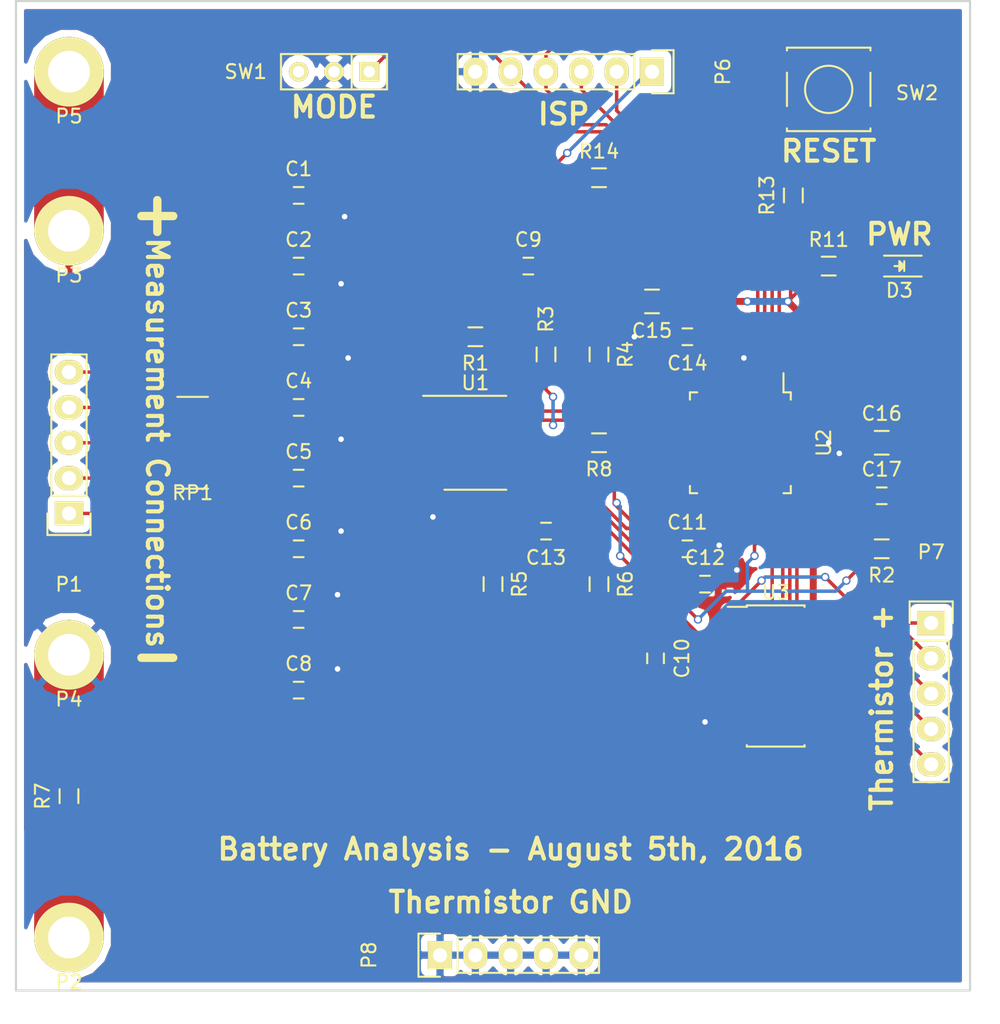
<source format=kicad_pcb>
(kicad_pcb (version 4) (host pcbnew 4.0.2+e4-6225~38~ubuntu16.04.1-stable)

  (general
    (links 115)
    (no_connects 1)
    (area 99.06 59.69 256.540001 163.830001)
    (thickness 1.6)
    (drawings 14)
    (tracks 382)
    (zones 0)
    (modules 43)
    (nets 75)
  )

  (page A4)
  (layers
    (0 F.Cu signal)
    (31 B.Cu signal)
    (32 B.Adhes user)
    (33 F.Adhes user)
    (34 B.Paste user)
    (35 F.Paste user)
    (36 B.SilkS user)
    (37 F.SilkS user)
    (38 B.Mask user)
    (39 F.Mask user)
    (40 Dwgs.User user)
    (41 Cmts.User user)
    (42 Eco1.User user)
    (43 Eco2.User user)
    (44 Edge.Cuts user)
    (45 Margin user)
    (46 B.CrtYd user)
    (47 F.CrtYd user)
    (48 B.Fab user)
    (49 F.Fab user)
  )

  (setup
    (last_trace_width 0.25)
    (trace_clearance 0.2)
    (zone_clearance 0.508)
    (zone_45_only no)
    (trace_min 0.2)
    (segment_width 0.2)
    (edge_width 0.15)
    (via_size 0.6)
    (via_drill 0.4)
    (via_min_size 0.4)
    (via_min_drill 0.3)
    (uvia_size 0.3)
    (uvia_drill 0.1)
    (uvias_allowed no)
    (uvia_min_size 0.2)
    (uvia_min_drill 0.1)
    (pcb_text_width 0.3)
    (pcb_text_size 1.5 1.5)
    (mod_edge_width 0.15)
    (mod_text_size 1 1)
    (mod_text_width 0.15)
    (pad_size 1.524 1.524)
    (pad_drill 0.762)
    (pad_to_mask_clearance 0.2)
    (aux_axis_origin 0 0)
    (visible_elements FFFFFF7F)
    (pcbplotparams
      (layerselection 0x00030_80000001)
      (usegerberextensions false)
      (excludeedgelayer true)
      (linewidth 0.100000)
      (plotframeref false)
      (viasonmask false)
      (mode 1)
      (useauxorigin false)
      (hpglpennumber 1)
      (hpglpenspeed 20)
      (hpglpendiameter 15)
      (hpglpenoverlay 2)
      (psnegative false)
      (psa4output false)
      (plotreference true)
      (plotvalue true)
      (plotinvisibletext false)
      (padsonsilk false)
      (subtractmaskfromsilk false)
      (outputformat 1)
      (mirror false)
      (drillshape 1)
      (scaleselection 1)
      (outputdirectory ""))
  )

  (net 0 "")
  (net 1 /3.3V)
  (net 2 GND)
  (net 3 "Net-(C2-Pad1)")
  (net 4 "Net-(C3-Pad1)")
  (net 5 "Net-(C4-Pad1)")
  (net 6 "Net-(C5-Pad1)")
  (net 7 "Net-(C6-Pad1)")
  (net 8 "Net-(C7-Pad1)")
  (net 9 "Net-(C8-Pad1)")
  (net 10 /THERM)
  (net 11 /VCOUT)
  (net 12 /VIOUT)
  (net 13 "Net-(C13-Pad1)")
  (net 14 "Net-(C13-Pad2)")
  (net 15 "Net-(D3-Pad2)")
  (net 16 "Net-(P1-Pad1)")
  (net 17 "Net-(P1-Pad2)")
  (net 18 "Net-(P1-Pad3)")
  (net 19 "Net-(P1-Pad4)")
  (net 20 "Net-(P1-Pad5)")
  (net 21 "Net-(P2-Pad1)")
  (net 22 "Net-(P3-Pad1)")
  (net 23 /RXD)
  (net 24 /TXD)
  (net 25 /RESET)
  (net 26 /PROGRAM)
  (net 27 "Net-(P7-Pad1)")
  (net 28 "Net-(P7-Pad2)")
  (net 29 "Net-(P7-Pad3)")
  (net 30 "Net-(P7-Pad4)")
  (net 31 "Net-(P7-Pad5)")
  (net 32 "Net-(R1-Pad2)")
  (net 33 /ALERT)
  (net 34 /SDA)
  (net 35 /SCL)
  (net 36 "Net-(R8-Pad2)")
  (net 37 /LED0)
  (net 38 /LED1)
  (net 39 "Net-(U1-Pad17)")
  (net 40 "Net-(U2-Pad2)")
  (net 41 "Net-(U2-Pad6)")
  (net 42 "Net-(U2-Pad7)")
  (net 43 "Net-(U2-Pad10)")
  (net 44 /A)
  (net 45 "Net-(U2-Pad13)")
  (net 46 "Net-(U2-Pad14)")
  (net 47 "Net-(U2-Pad17)")
  (net 48 "Net-(U2-Pad18)")
  (net 49 "Net-(U2-Pad19)")
  (net 50 "Net-(U2-Pad20)")
  (net 51 "Net-(U2-Pad21)")
  (net 52 "Net-(U2-Pad22)")
  (net 53 "Net-(U2-Pad23)")
  (net 54 "Net-(U2-Pad24)")
  (net 55 /B)
  (net 56 "Net-(U2-Pad26)")
  (net 57 "Net-(U2-Pad27)")
  (net 58 "Net-(U2-Pad28)")
  (net 59 "Net-(U2-Pad29)")
  (net 60 "Net-(U2-Pad30)")
  (net 61 "Net-(U2-Pad31)")
  (net 62 /C)
  (net 63 /INH)
  (net 64 "Net-(U2-Pad42)")
  (net 65 "Net-(U2-Pad43)")
  (net 66 "Net-(U2-Pad48)")
  (net 67 "Net-(U3-Pad2)")
  (net 68 "Net-(U3-Pad4)")
  (net 69 "Net-(U3-Pad5)")
  (net 70 "Net-(U2-Pad12)")
  (net 71 "Net-(U2-Pad25)")
  (net 72 "Net-(U2-Pad36)")
  (net 73 "Net-(U2-Pad1)")
  (net 74 "Net-(U2-Pad11)")

  (net_class Default "This is the default net class."
    (clearance 0.2)
    (trace_width 0.25)
    (via_dia 0.6)
    (via_drill 0.4)
    (uvia_dia 0.3)
    (uvia_drill 0.1)
    (add_net /3.3V)
    (add_net /A)
    (add_net /ALERT)
    (add_net /B)
    (add_net /C)
    (add_net /INH)
    (add_net /LED0)
    (add_net /LED1)
    (add_net /PROGRAM)
    (add_net /RESET)
    (add_net /RXD)
    (add_net /SCL)
    (add_net /SDA)
    (add_net /THERM)
    (add_net /TXD)
    (add_net /VCOUT)
    (add_net /VIOUT)
    (add_net GND)
    (add_net "Net-(C13-Pad1)")
    (add_net "Net-(C13-Pad2)")
    (add_net "Net-(C2-Pad1)")
    (add_net "Net-(C3-Pad1)")
    (add_net "Net-(C4-Pad1)")
    (add_net "Net-(C5-Pad1)")
    (add_net "Net-(C6-Pad1)")
    (add_net "Net-(C7-Pad1)")
    (add_net "Net-(C8-Pad1)")
    (add_net "Net-(D3-Pad2)")
    (add_net "Net-(P1-Pad1)")
    (add_net "Net-(P1-Pad2)")
    (add_net "Net-(P1-Pad3)")
    (add_net "Net-(P1-Pad4)")
    (add_net "Net-(P1-Pad5)")
    (add_net "Net-(P2-Pad1)")
    (add_net "Net-(P3-Pad1)")
    (add_net "Net-(P7-Pad1)")
    (add_net "Net-(P7-Pad2)")
    (add_net "Net-(P7-Pad3)")
    (add_net "Net-(P7-Pad4)")
    (add_net "Net-(P7-Pad5)")
    (add_net "Net-(R1-Pad2)")
    (add_net "Net-(R8-Pad2)")
    (add_net "Net-(U1-Pad17)")
    (add_net "Net-(U2-Pad1)")
    (add_net "Net-(U2-Pad10)")
    (add_net "Net-(U2-Pad11)")
    (add_net "Net-(U2-Pad12)")
    (add_net "Net-(U2-Pad13)")
    (add_net "Net-(U2-Pad14)")
    (add_net "Net-(U2-Pad17)")
    (add_net "Net-(U2-Pad18)")
    (add_net "Net-(U2-Pad19)")
    (add_net "Net-(U2-Pad2)")
    (add_net "Net-(U2-Pad20)")
    (add_net "Net-(U2-Pad21)")
    (add_net "Net-(U2-Pad22)")
    (add_net "Net-(U2-Pad23)")
    (add_net "Net-(U2-Pad24)")
    (add_net "Net-(U2-Pad25)")
    (add_net "Net-(U2-Pad26)")
    (add_net "Net-(U2-Pad27)")
    (add_net "Net-(U2-Pad28)")
    (add_net "Net-(U2-Pad29)")
    (add_net "Net-(U2-Pad30)")
    (add_net "Net-(U2-Pad31)")
    (add_net "Net-(U2-Pad36)")
    (add_net "Net-(U2-Pad42)")
    (add_net "Net-(U2-Pad43)")
    (add_net "Net-(U2-Pad48)")
    (add_net "Net-(U2-Pad6)")
    (add_net "Net-(U2-Pad7)")
    (add_net "Net-(U3-Pad2)")
    (add_net "Net-(U3-Pad4)")
    (add_net "Net-(U3-Pad5)")
  )

  (module Capacitors_SMD:C_0603_HandSoldering (layer F.Cu) (tedit 541A9B4D) (tstamp 57A3E689)
    (at 137.16 102.87)
    (descr "Capacitor SMD 0603, hand soldering")
    (tags "capacitor 0603")
    (path /579F6CDE)
    (attr smd)
    (fp_text reference C1 (at 0 -1.9) (layer F.SilkS)
      (effects (font (size 1 1) (thickness 0.15)))
    )
    (fp_text value 10μF (at 0 1.9) (layer F.Fab)
      (effects (font (size 1 1) (thickness 0.15)))
    )
    (fp_line (start -1.85 -0.75) (end 1.85 -0.75) (layer F.CrtYd) (width 0.05))
    (fp_line (start -1.85 0.75) (end 1.85 0.75) (layer F.CrtYd) (width 0.05))
    (fp_line (start -1.85 -0.75) (end -1.85 0.75) (layer F.CrtYd) (width 0.05))
    (fp_line (start 1.85 -0.75) (end 1.85 0.75) (layer F.CrtYd) (width 0.05))
    (fp_line (start -0.35 -0.6) (end 0.35 -0.6) (layer F.SilkS) (width 0.15))
    (fp_line (start 0.35 0.6) (end -0.35 0.6) (layer F.SilkS) (width 0.15))
    (pad 1 smd rect (at -0.95 0) (size 1.2 0.75) (layers F.Cu F.Paste F.Mask)
      (net 1 /3.3V))
    (pad 2 smd rect (at 0.95 0) (size 1.2 0.75) (layers F.Cu F.Paste F.Mask)
      (net 2 GND))
    (model Capacitors_SMD.3dshapes/C_0603_HandSoldering.wrl
      (at (xyz 0 0 0))
      (scale (xyz 1 1 1))
      (rotate (xyz 0 0 0))
    )
  )

  (module Capacitors_SMD:C_0603_HandSoldering (layer F.Cu) (tedit 541A9B4D) (tstamp 57A3E68F)
    (at 137.16 107.95)
    (descr "Capacitor SMD 0603, hand soldering")
    (tags "capacitor 0603")
    (path /579F6D3F)
    (attr smd)
    (fp_text reference C2 (at 0 -1.9) (layer F.SilkS)
      (effects (font (size 1 1) (thickness 0.15)))
    )
    (fp_text value 1μF (at 0 1.9) (layer F.Fab)
      (effects (font (size 1 1) (thickness 0.15)))
    )
    (fp_line (start -1.85 -0.75) (end 1.85 -0.75) (layer F.CrtYd) (width 0.05))
    (fp_line (start -1.85 0.75) (end 1.85 0.75) (layer F.CrtYd) (width 0.05))
    (fp_line (start -1.85 -0.75) (end -1.85 0.75) (layer F.CrtYd) (width 0.05))
    (fp_line (start 1.85 -0.75) (end 1.85 0.75) (layer F.CrtYd) (width 0.05))
    (fp_line (start -0.35 -0.6) (end 0.35 -0.6) (layer F.SilkS) (width 0.15))
    (fp_line (start 0.35 0.6) (end -0.35 0.6) (layer F.SilkS) (width 0.15))
    (pad 1 smd rect (at -0.95 0) (size 1.2 0.75) (layers F.Cu F.Paste F.Mask)
      (net 3 "Net-(C2-Pad1)"))
    (pad 2 smd rect (at 0.95 0) (size 1.2 0.75) (layers F.Cu F.Paste F.Mask)
      (net 2 GND))
    (model Capacitors_SMD.3dshapes/C_0603_HandSoldering.wrl
      (at (xyz 0 0 0))
      (scale (xyz 1 1 1))
      (rotate (xyz 0 0 0))
    )
  )

  (module Capacitors_SMD:C_0603_HandSoldering (layer F.Cu) (tedit 541A9B4D) (tstamp 57A3E695)
    (at 137.16 113.03)
    (descr "Capacitor SMD 0603, hand soldering")
    (tags "capacitor 0603")
    (path /579F6D7B)
    (attr smd)
    (fp_text reference C3 (at 0 -1.9) (layer F.SilkS)
      (effects (font (size 1 1) (thickness 0.15)))
    )
    (fp_text value 1μF (at 0 1.9) (layer F.Fab)
      (effects (font (size 1 1) (thickness 0.15)))
    )
    (fp_line (start -1.85 -0.75) (end 1.85 -0.75) (layer F.CrtYd) (width 0.05))
    (fp_line (start -1.85 0.75) (end 1.85 0.75) (layer F.CrtYd) (width 0.05))
    (fp_line (start -1.85 -0.75) (end -1.85 0.75) (layer F.CrtYd) (width 0.05))
    (fp_line (start 1.85 -0.75) (end 1.85 0.75) (layer F.CrtYd) (width 0.05))
    (fp_line (start -0.35 -0.6) (end 0.35 -0.6) (layer F.SilkS) (width 0.15))
    (fp_line (start 0.35 0.6) (end -0.35 0.6) (layer F.SilkS) (width 0.15))
    (pad 1 smd rect (at -0.95 0) (size 1.2 0.75) (layers F.Cu F.Paste F.Mask)
      (net 4 "Net-(C3-Pad1)"))
    (pad 2 smd rect (at 0.95 0) (size 1.2 0.75) (layers F.Cu F.Paste F.Mask)
      (net 2 GND))
    (model Capacitors_SMD.3dshapes/C_0603_HandSoldering.wrl
      (at (xyz 0 0 0))
      (scale (xyz 1 1 1))
      (rotate (xyz 0 0 0))
    )
  )

  (module Capacitors_SMD:C_0603_HandSoldering (layer F.Cu) (tedit 541A9B4D) (tstamp 57A3E69B)
    (at 137.16 118.11)
    (descr "Capacitor SMD 0603, hand soldering")
    (tags "capacitor 0603")
    (path /579F6DB4)
    (attr smd)
    (fp_text reference C4 (at 0 -1.9) (layer F.SilkS)
      (effects (font (size 1 1) (thickness 0.15)))
    )
    (fp_text value 1μF (at 0 1.9) (layer F.Fab)
      (effects (font (size 1 1) (thickness 0.15)))
    )
    (fp_line (start -1.85 -0.75) (end 1.85 -0.75) (layer F.CrtYd) (width 0.05))
    (fp_line (start -1.85 0.75) (end 1.85 0.75) (layer F.CrtYd) (width 0.05))
    (fp_line (start -1.85 -0.75) (end -1.85 0.75) (layer F.CrtYd) (width 0.05))
    (fp_line (start 1.85 -0.75) (end 1.85 0.75) (layer F.CrtYd) (width 0.05))
    (fp_line (start -0.35 -0.6) (end 0.35 -0.6) (layer F.SilkS) (width 0.15))
    (fp_line (start 0.35 0.6) (end -0.35 0.6) (layer F.SilkS) (width 0.15))
    (pad 1 smd rect (at -0.95 0) (size 1.2 0.75) (layers F.Cu F.Paste F.Mask)
      (net 5 "Net-(C4-Pad1)"))
    (pad 2 smd rect (at 0.95 0) (size 1.2 0.75) (layers F.Cu F.Paste F.Mask)
      (net 2 GND))
    (model Capacitors_SMD.3dshapes/C_0603_HandSoldering.wrl
      (at (xyz 0 0 0))
      (scale (xyz 1 1 1))
      (rotate (xyz 0 0 0))
    )
  )

  (module Capacitors_SMD:C_0603_HandSoldering (layer F.Cu) (tedit 541A9B4D) (tstamp 57A3E6A1)
    (at 137.16 123.19)
    (descr "Capacitor SMD 0603, hand soldering")
    (tags "capacitor 0603")
    (path /579F7702)
    (attr smd)
    (fp_text reference C5 (at 0 -1.9) (layer F.SilkS)
      (effects (font (size 1 1) (thickness 0.15)))
    )
    (fp_text value 1μF (at 0 1.9) (layer F.Fab)
      (effects (font (size 1 1) (thickness 0.15)))
    )
    (fp_line (start -1.85 -0.75) (end 1.85 -0.75) (layer F.CrtYd) (width 0.05))
    (fp_line (start -1.85 0.75) (end 1.85 0.75) (layer F.CrtYd) (width 0.05))
    (fp_line (start -1.85 -0.75) (end -1.85 0.75) (layer F.CrtYd) (width 0.05))
    (fp_line (start 1.85 -0.75) (end 1.85 0.75) (layer F.CrtYd) (width 0.05))
    (fp_line (start -0.35 -0.6) (end 0.35 -0.6) (layer F.SilkS) (width 0.15))
    (fp_line (start 0.35 0.6) (end -0.35 0.6) (layer F.SilkS) (width 0.15))
    (pad 1 smd rect (at -0.95 0) (size 1.2 0.75) (layers F.Cu F.Paste F.Mask)
      (net 6 "Net-(C5-Pad1)"))
    (pad 2 smd rect (at 0.95 0) (size 1.2 0.75) (layers F.Cu F.Paste F.Mask)
      (net 2 GND))
    (model Capacitors_SMD.3dshapes/C_0603_HandSoldering.wrl
      (at (xyz 0 0 0))
      (scale (xyz 1 1 1))
      (rotate (xyz 0 0 0))
    )
  )

  (module Capacitors_SMD:C_0603_HandSoldering (layer F.Cu) (tedit 541A9B4D) (tstamp 57A3E6A7)
    (at 137.16 128.27)
    (descr "Capacitor SMD 0603, hand soldering")
    (tags "capacitor 0603")
    (path /579F77DD)
    (attr smd)
    (fp_text reference C6 (at 0 -1.9) (layer F.SilkS)
      (effects (font (size 1 1) (thickness 0.15)))
    )
    (fp_text value 1μF (at 0 1.9) (layer F.Fab)
      (effects (font (size 1 1) (thickness 0.15)))
    )
    (fp_line (start -1.85 -0.75) (end 1.85 -0.75) (layer F.CrtYd) (width 0.05))
    (fp_line (start -1.85 0.75) (end 1.85 0.75) (layer F.CrtYd) (width 0.05))
    (fp_line (start -1.85 -0.75) (end -1.85 0.75) (layer F.CrtYd) (width 0.05))
    (fp_line (start 1.85 -0.75) (end 1.85 0.75) (layer F.CrtYd) (width 0.05))
    (fp_line (start -0.35 -0.6) (end 0.35 -0.6) (layer F.SilkS) (width 0.15))
    (fp_line (start 0.35 0.6) (end -0.35 0.6) (layer F.SilkS) (width 0.15))
    (pad 1 smd rect (at -0.95 0) (size 1.2 0.75) (layers F.Cu F.Paste F.Mask)
      (net 7 "Net-(C6-Pad1)"))
    (pad 2 smd rect (at 0.95 0) (size 1.2 0.75) (layers F.Cu F.Paste F.Mask)
      (net 2 GND))
    (model Capacitors_SMD.3dshapes/C_0603_HandSoldering.wrl
      (at (xyz 0 0 0))
      (scale (xyz 1 1 1))
      (rotate (xyz 0 0 0))
    )
  )

  (module Capacitors_SMD:C_0603_HandSoldering (layer F.Cu) (tedit 541A9B4D) (tstamp 57A3E6AD)
    (at 137.16 133.35)
    (descr "Capacitor SMD 0603, hand soldering")
    (tags "capacitor 0603")
    (path /579F79DF)
    (attr smd)
    (fp_text reference C7 (at 0 -1.9) (layer F.SilkS)
      (effects (font (size 1 1) (thickness 0.15)))
    )
    (fp_text value 1μF (at 0 1.9) (layer F.Fab)
      (effects (font (size 1 1) (thickness 0.15)))
    )
    (fp_line (start -1.85 -0.75) (end 1.85 -0.75) (layer F.CrtYd) (width 0.05))
    (fp_line (start -1.85 0.75) (end 1.85 0.75) (layer F.CrtYd) (width 0.05))
    (fp_line (start -1.85 -0.75) (end -1.85 0.75) (layer F.CrtYd) (width 0.05))
    (fp_line (start 1.85 -0.75) (end 1.85 0.75) (layer F.CrtYd) (width 0.05))
    (fp_line (start -0.35 -0.6) (end 0.35 -0.6) (layer F.SilkS) (width 0.15))
    (fp_line (start 0.35 0.6) (end -0.35 0.6) (layer F.SilkS) (width 0.15))
    (pad 1 smd rect (at -0.95 0) (size 1.2 0.75) (layers F.Cu F.Paste F.Mask)
      (net 8 "Net-(C7-Pad1)"))
    (pad 2 smd rect (at 0.95 0) (size 1.2 0.75) (layers F.Cu F.Paste F.Mask)
      (net 2 GND))
    (model Capacitors_SMD.3dshapes/C_0603_HandSoldering.wrl
      (at (xyz 0 0 0))
      (scale (xyz 1 1 1))
      (rotate (xyz 0 0 0))
    )
  )

  (module Capacitors_SMD:C_0603_HandSoldering (layer F.Cu) (tedit 541A9B4D) (tstamp 57A3E6B3)
    (at 137.16 138.43)
    (descr "Capacitor SMD 0603, hand soldering")
    (tags "capacitor 0603")
    (path /579F960A)
    (attr smd)
    (fp_text reference C8 (at 0 -1.9) (layer F.SilkS)
      (effects (font (size 1 1) (thickness 0.15)))
    )
    (fp_text value 1μF (at 0 1.9) (layer F.Fab)
      (effects (font (size 1 1) (thickness 0.15)))
    )
    (fp_line (start -1.85 -0.75) (end 1.85 -0.75) (layer F.CrtYd) (width 0.05))
    (fp_line (start -1.85 0.75) (end 1.85 0.75) (layer F.CrtYd) (width 0.05))
    (fp_line (start -1.85 -0.75) (end -1.85 0.75) (layer F.CrtYd) (width 0.05))
    (fp_line (start 1.85 -0.75) (end 1.85 0.75) (layer F.CrtYd) (width 0.05))
    (fp_line (start -0.35 -0.6) (end 0.35 -0.6) (layer F.SilkS) (width 0.15))
    (fp_line (start 0.35 0.6) (end -0.35 0.6) (layer F.SilkS) (width 0.15))
    (pad 1 smd rect (at -0.95 0) (size 1.2 0.75) (layers F.Cu F.Paste F.Mask)
      (net 9 "Net-(C8-Pad1)"))
    (pad 2 smd rect (at 0.95 0) (size 1.2 0.75) (layers F.Cu F.Paste F.Mask)
      (net 2 GND))
    (model Capacitors_SMD.3dshapes/C_0603_HandSoldering.wrl
      (at (xyz 0 0 0))
      (scale (xyz 1 1 1))
      (rotate (xyz 0 0 0))
    )
  )

  (module Capacitors_SMD:C_0603_HandSoldering (layer F.Cu) (tedit 541A9B4D) (tstamp 57A3E6B9)
    (at 153.67 107.95)
    (descr "Capacitor SMD 0603, hand soldering")
    (tags "capacitor 0603")
    (path /579FACC5)
    (attr smd)
    (fp_text reference C9 (at 0 -1.9) (layer F.SilkS)
      (effects (font (size 1 1) (thickness 0.15)))
    )
    (fp_text value 4.7μF (at 0 1.9) (layer F.Fab)
      (effects (font (size 1 1) (thickness 0.15)))
    )
    (fp_line (start -1.85 -0.75) (end 1.85 -0.75) (layer F.CrtYd) (width 0.05))
    (fp_line (start -1.85 0.75) (end 1.85 0.75) (layer F.CrtYd) (width 0.05))
    (fp_line (start -1.85 -0.75) (end -1.85 0.75) (layer F.CrtYd) (width 0.05))
    (fp_line (start 1.85 -0.75) (end 1.85 0.75) (layer F.CrtYd) (width 0.05))
    (fp_line (start -0.35 -0.6) (end 0.35 -0.6) (layer F.SilkS) (width 0.15))
    (fp_line (start 0.35 0.6) (end -0.35 0.6) (layer F.SilkS) (width 0.15))
    (pad 1 smd rect (at -0.95 0) (size 1.2 0.75) (layers F.Cu F.Paste F.Mask)
      (net 1 /3.3V))
    (pad 2 smd rect (at 0.95 0) (size 1.2 0.75) (layers F.Cu F.Paste F.Mask)
      (net 2 GND))
    (model Capacitors_SMD.3dshapes/C_0603_HandSoldering.wrl
      (at (xyz 0 0 0))
      (scale (xyz 1 1 1))
      (rotate (xyz 0 0 0))
    )
  )

  (module Capacitors_SMD:C_0603_HandSoldering (layer F.Cu) (tedit 541A9B4D) (tstamp 57A3E6BF)
    (at 162.814 136.144 270)
    (descr "Capacitor SMD 0603, hand soldering")
    (tags "capacitor 0603")
    (path /579FFA79)
    (attr smd)
    (fp_text reference C10 (at 0 -1.9 270) (layer F.SilkS)
      (effects (font (size 1 1) (thickness 0.15)))
    )
    (fp_text value C (at 0 1.9 270) (layer F.Fab)
      (effects (font (size 1 1) (thickness 0.15)))
    )
    (fp_line (start -1.85 -0.75) (end 1.85 -0.75) (layer F.CrtYd) (width 0.05))
    (fp_line (start -1.85 0.75) (end 1.85 0.75) (layer F.CrtYd) (width 0.05))
    (fp_line (start -1.85 -0.75) (end -1.85 0.75) (layer F.CrtYd) (width 0.05))
    (fp_line (start 1.85 -0.75) (end 1.85 0.75) (layer F.CrtYd) (width 0.05))
    (fp_line (start -0.35 -0.6) (end 0.35 -0.6) (layer F.SilkS) (width 0.15))
    (fp_line (start 0.35 0.6) (end -0.35 0.6) (layer F.SilkS) (width 0.15))
    (pad 1 smd rect (at -0.95 0 270) (size 1.2 0.75) (layers F.Cu F.Paste F.Mask)
      (net 10 /THERM))
    (pad 2 smd rect (at 0.95 0 270) (size 1.2 0.75) (layers F.Cu F.Paste F.Mask)
      (net 2 GND))
    (model Capacitors_SMD.3dshapes/C_0603_HandSoldering.wrl
      (at (xyz 0 0 0))
      (scale (xyz 1 1 1))
      (rotate (xyz 0 0 0))
    )
  )

  (module Capacitors_SMD:C_0603_HandSoldering (layer F.Cu) (tedit 541A9B4D) (tstamp 57A3E6C5)
    (at 165.1 128.27)
    (descr "Capacitor SMD 0603, hand soldering")
    (tags "capacitor 0603")
    (path /579FF8DD)
    (attr smd)
    (fp_text reference C11 (at 0 -1.9) (layer F.SilkS)
      (effects (font (size 1 1) (thickness 0.15)))
    )
    (fp_text value .1μF (at 0 1.9) (layer F.Fab)
      (effects (font (size 1 1) (thickness 0.15)))
    )
    (fp_line (start -1.85 -0.75) (end 1.85 -0.75) (layer F.CrtYd) (width 0.05))
    (fp_line (start -1.85 0.75) (end 1.85 0.75) (layer F.CrtYd) (width 0.05))
    (fp_line (start -1.85 -0.75) (end -1.85 0.75) (layer F.CrtYd) (width 0.05))
    (fp_line (start 1.85 -0.75) (end 1.85 0.75) (layer F.CrtYd) (width 0.05))
    (fp_line (start -0.35 -0.6) (end 0.35 -0.6) (layer F.SilkS) (width 0.15))
    (fp_line (start 0.35 0.6) (end -0.35 0.6) (layer F.SilkS) (width 0.15))
    (pad 1 smd rect (at -0.95 0) (size 1.2 0.75) (layers F.Cu F.Paste F.Mask)
      (net 11 /VCOUT))
    (pad 2 smd rect (at 0.95 0) (size 1.2 0.75) (layers F.Cu F.Paste F.Mask)
      (net 2 GND))
    (model Capacitors_SMD.3dshapes/C_0603_HandSoldering.wrl
      (at (xyz 0 0 0))
      (scale (xyz 1 1 1))
      (rotate (xyz 0 0 0))
    )
  )

  (module Capacitors_SMD:C_0603_HandSoldering (layer F.Cu) (tedit 541A9B4D) (tstamp 57A3E6CB)
    (at 166.37 130.81)
    (descr "Capacitor SMD 0603, hand soldering")
    (tags "capacitor 0603")
    (path /579FF944)
    (attr smd)
    (fp_text reference C12 (at 0 -1.9) (layer F.SilkS)
      (effects (font (size 1 1) (thickness 0.15)))
    )
    (fp_text value 1nF (at 0 1.9) (layer F.Fab)
      (effects (font (size 1 1) (thickness 0.15)))
    )
    (fp_line (start -1.85 -0.75) (end 1.85 -0.75) (layer F.CrtYd) (width 0.05))
    (fp_line (start -1.85 0.75) (end 1.85 0.75) (layer F.CrtYd) (width 0.05))
    (fp_line (start -1.85 -0.75) (end -1.85 0.75) (layer F.CrtYd) (width 0.05))
    (fp_line (start 1.85 -0.75) (end 1.85 0.75) (layer F.CrtYd) (width 0.05))
    (fp_line (start -0.35 -0.6) (end 0.35 -0.6) (layer F.SilkS) (width 0.15))
    (fp_line (start 0.35 0.6) (end -0.35 0.6) (layer F.SilkS) (width 0.15))
    (pad 1 smd rect (at -0.95 0) (size 1.2 0.75) (layers F.Cu F.Paste F.Mask)
      (net 12 /VIOUT))
    (pad 2 smd rect (at 0.95 0) (size 1.2 0.75) (layers F.Cu F.Paste F.Mask)
      (net 2 GND))
    (model Capacitors_SMD.3dshapes/C_0603_HandSoldering.wrl
      (at (xyz 0 0 0))
      (scale (xyz 1 1 1))
      (rotate (xyz 0 0 0))
    )
  )

  (module Capacitors_SMD:C_0603_HandSoldering (layer F.Cu) (tedit 541A9B4D) (tstamp 57A3E6D1)
    (at 154.94 127 180)
    (descr "Capacitor SMD 0603, hand soldering")
    (tags "capacitor 0603")
    (path /579FB6FF)
    (attr smd)
    (fp_text reference C13 (at 0 -1.9 180) (layer F.SilkS)
      (effects (font (size 1 1) (thickness 0.15)))
    )
    (fp_text value .1μF (at 0 1.9 180) (layer F.Fab)
      (effects (font (size 1 1) (thickness 0.15)))
    )
    (fp_line (start -1.85 -0.75) (end 1.85 -0.75) (layer F.CrtYd) (width 0.05))
    (fp_line (start -1.85 0.75) (end 1.85 0.75) (layer F.CrtYd) (width 0.05))
    (fp_line (start -1.85 -0.75) (end -1.85 0.75) (layer F.CrtYd) (width 0.05))
    (fp_line (start 1.85 -0.75) (end 1.85 0.75) (layer F.CrtYd) (width 0.05))
    (fp_line (start -0.35 -0.6) (end 0.35 -0.6) (layer F.SilkS) (width 0.15))
    (fp_line (start 0.35 0.6) (end -0.35 0.6) (layer F.SilkS) (width 0.15))
    (pad 1 smd rect (at -0.95 0 180) (size 1.2 0.75) (layers F.Cu F.Paste F.Mask)
      (net 13 "Net-(C13-Pad1)"))
    (pad 2 smd rect (at 0.95 0 180) (size 1.2 0.75) (layers F.Cu F.Paste F.Mask)
      (net 14 "Net-(C13-Pad2)"))
    (model Capacitors_SMD.3dshapes/C_0603_HandSoldering.wrl
      (at (xyz 0 0 0))
      (scale (xyz 1 1 1))
      (rotate (xyz 0 0 0))
    )
  )

  (module Capacitors_SMD:C_0603_HandSoldering (layer F.Cu) (tedit 541A9B4D) (tstamp 57A3E6D7)
    (at 165.1 113.03 180)
    (descr "Capacitor SMD 0603, hand soldering")
    (tags "capacitor 0603")
    (path /57A3FB3D)
    (attr smd)
    (fp_text reference C14 (at 0 -1.9 180) (layer F.SilkS)
      (effects (font (size 1 1) (thickness 0.15)))
    )
    (fp_text value .1μF (at 0 1.9 180) (layer F.Fab)
      (effects (font (size 1 1) (thickness 0.15)))
    )
    (fp_line (start -1.85 -0.75) (end 1.85 -0.75) (layer F.CrtYd) (width 0.05))
    (fp_line (start -1.85 0.75) (end 1.85 0.75) (layer F.CrtYd) (width 0.05))
    (fp_line (start -1.85 -0.75) (end -1.85 0.75) (layer F.CrtYd) (width 0.05))
    (fp_line (start 1.85 -0.75) (end 1.85 0.75) (layer F.CrtYd) (width 0.05))
    (fp_line (start -0.35 -0.6) (end 0.35 -0.6) (layer F.SilkS) (width 0.15))
    (fp_line (start 0.35 0.6) (end -0.35 0.6) (layer F.SilkS) (width 0.15))
    (pad 1 smd rect (at -0.95 0 180) (size 1.2 0.75) (layers F.Cu F.Paste F.Mask)
      (net 1 /3.3V))
    (pad 2 smd rect (at 0.95 0 180) (size 1.2 0.75) (layers F.Cu F.Paste F.Mask)
      (net 2 GND))
    (model Capacitors_SMD.3dshapes/C_0603_HandSoldering.wrl
      (at (xyz 0 0 0))
      (scale (xyz 1 1 1))
      (rotate (xyz 0 0 0))
    )
  )

  (module Capacitors_SMD:C_0805_HandSoldering (layer F.Cu) (tedit 541A9B8D) (tstamp 57A3E6DD)
    (at 162.56 110.49 180)
    (descr "Capacitor SMD 0805, hand soldering")
    (tags "capacitor 0805")
    (path /57A3F951)
    (attr smd)
    (fp_text reference C15 (at 0 -2.1 180) (layer F.SilkS)
      (effects (font (size 1 1) (thickness 0.15)))
    )
    (fp_text value 1μF (at 0 2.1 180) (layer F.Fab)
      (effects (font (size 1 1) (thickness 0.15)))
    )
    (fp_line (start -2.3 -1) (end 2.3 -1) (layer F.CrtYd) (width 0.05))
    (fp_line (start -2.3 1) (end 2.3 1) (layer F.CrtYd) (width 0.05))
    (fp_line (start -2.3 -1) (end -2.3 1) (layer F.CrtYd) (width 0.05))
    (fp_line (start 2.3 -1) (end 2.3 1) (layer F.CrtYd) (width 0.05))
    (fp_line (start 0.5 -0.85) (end -0.5 -0.85) (layer F.SilkS) (width 0.15))
    (fp_line (start -0.5 0.85) (end 0.5 0.85) (layer F.SilkS) (width 0.15))
    (pad 1 smd rect (at -1.25 0 180) (size 1.5 1.25) (layers F.Cu F.Paste F.Mask)
      (net 1 /3.3V))
    (pad 2 smd rect (at 1.25 0 180) (size 1.5 1.25) (layers F.Cu F.Paste F.Mask)
      (net 2 GND))
    (model Capacitors_SMD.3dshapes/C_0805_HandSoldering.wrl
      (at (xyz 0 0 0))
      (scale (xyz 1 1 1))
      (rotate (xyz 0 0 0))
    )
  )

  (module Capacitors_SMD:C_0805_HandSoldering (layer F.Cu) (tedit 57A50E6F) (tstamp 57A3E6E3)
    (at 179.07 120.65)
    (descr "Capacitor SMD 0805, hand soldering")
    (tags "capacitor 0805")
    (path /57A434B4)
    (attr smd)
    (fp_text reference C16 (at 0 -2.1) (layer F.SilkS)
      (effects (font (size 1 1) (thickness 0.15)))
    )
    (fp_text value 1μF (at 3.81 0) (layer F.Fab)
      (effects (font (size 1 1) (thickness 0.15)))
    )
    (fp_line (start -2.3 -1) (end 2.3 -1) (layer F.CrtYd) (width 0.05))
    (fp_line (start -2.3 1) (end 2.3 1) (layer F.CrtYd) (width 0.05))
    (fp_line (start -2.3 -1) (end -2.3 1) (layer F.CrtYd) (width 0.05))
    (fp_line (start 2.3 -1) (end 2.3 1) (layer F.CrtYd) (width 0.05))
    (fp_line (start 0.5 -0.85) (end -0.5 -0.85) (layer F.SilkS) (width 0.15))
    (fp_line (start -0.5 0.85) (end 0.5 0.85) (layer F.SilkS) (width 0.15))
    (pad 1 smd rect (at -1.25 0) (size 1.5 1.25) (layers F.Cu F.Paste F.Mask)
      (net 1 /3.3V))
    (pad 2 smd rect (at 1.25 0) (size 1.5 1.25) (layers F.Cu F.Paste F.Mask)
      (net 2 GND))
    (model Capacitors_SMD.3dshapes/C_0805_HandSoldering.wrl
      (at (xyz 0 0 0))
      (scale (xyz 1 1 1))
      (rotate (xyz 0 0 0))
    )
  )

  (module Capacitors_SMD:C_0603_HandSoldering (layer F.Cu) (tedit 57A50E67) (tstamp 57A3E6E9)
    (at 179.07 124.46)
    (descr "Capacitor SMD 0603, hand soldering")
    (tags "capacitor 0603")
    (path /57A43539)
    (attr smd)
    (fp_text reference C17 (at 0 -1.9) (layer F.SilkS)
      (effects (font (size 1 1) (thickness 0.15)))
    )
    (fp_text value .1μF (at 3.81 0) (layer F.Fab)
      (effects (font (size 1 1) (thickness 0.15)))
    )
    (fp_line (start -1.85 -0.75) (end 1.85 -0.75) (layer F.CrtYd) (width 0.05))
    (fp_line (start -1.85 0.75) (end 1.85 0.75) (layer F.CrtYd) (width 0.05))
    (fp_line (start -1.85 -0.75) (end -1.85 0.75) (layer F.CrtYd) (width 0.05))
    (fp_line (start 1.85 -0.75) (end 1.85 0.75) (layer F.CrtYd) (width 0.05))
    (fp_line (start -0.35 -0.6) (end 0.35 -0.6) (layer F.SilkS) (width 0.15))
    (fp_line (start 0.35 0.6) (end -0.35 0.6) (layer F.SilkS) (width 0.15))
    (pad 1 smd rect (at -0.95 0) (size 1.2 0.75) (layers F.Cu F.Paste F.Mask)
      (net 1 /3.3V))
    (pad 2 smd rect (at 0.95 0) (size 1.2 0.75) (layers F.Cu F.Paste F.Mask)
      (net 2 GND))
    (model Capacitors_SMD.3dshapes/C_0603_HandSoldering.wrl
      (at (xyz 0 0 0))
      (scale (xyz 1 1 1))
      (rotate (xyz 0 0 0))
    )
  )

  (module LEDs:LED_0805 (layer F.Cu) (tedit 57A4E093) (tstamp 57A3E6FB)
    (at 180.34 107.95 180)
    (descr "LED 0805 smd package")
    (tags "LED 0805 SMD")
    (path /57A02EAA)
    (attr smd)
    (fp_text reference D3 (at 0 -1.75 180) (layer F.SilkS)
      (effects (font (size 1 1) (thickness 0.15)))
    )
    (fp_text value LED (at -3.556 -0.254 180) (layer F.Fab)
      (effects (font (size 1 1) (thickness 0.15)))
    )
    (fp_line (start -1.6 0.75) (end 1.1 0.75) (layer F.SilkS) (width 0.15))
    (fp_line (start -1.6 -0.75) (end 1.1 -0.75) (layer F.SilkS) (width 0.15))
    (fp_line (start -0.1 0.15) (end -0.1 -0.1) (layer F.SilkS) (width 0.15))
    (fp_line (start -0.1 -0.1) (end -0.25 0.05) (layer F.SilkS) (width 0.15))
    (fp_line (start -0.35 -0.35) (end -0.35 0.35) (layer F.SilkS) (width 0.15))
    (fp_line (start 0 0) (end 0.35 0) (layer F.SilkS) (width 0.15))
    (fp_line (start -0.35 0) (end 0 -0.35) (layer F.SilkS) (width 0.15))
    (fp_line (start 0 -0.35) (end 0 0.35) (layer F.SilkS) (width 0.15))
    (fp_line (start 0 0.35) (end -0.35 0) (layer F.SilkS) (width 0.15))
    (fp_line (start 1.9 -0.95) (end 1.9 0.95) (layer F.CrtYd) (width 0.05))
    (fp_line (start 1.9 0.95) (end -1.9 0.95) (layer F.CrtYd) (width 0.05))
    (fp_line (start -1.9 0.95) (end -1.9 -0.95) (layer F.CrtYd) (width 0.05))
    (fp_line (start -1.9 -0.95) (end 1.9 -0.95) (layer F.CrtYd) (width 0.05))
    (pad 2 smd rect (at 1.04902 0) (size 1.19888 1.19888) (layers F.Cu F.Paste F.Mask)
      (net 15 "Net-(D3-Pad2)"))
    (pad 1 smd rect (at -1.04902 0) (size 1.19888 1.19888) (layers F.Cu F.Paste F.Mask)
      (net 2 GND))
    (model LEDs.3dshapes/LED_0805.wrl
      (at (xyz 0 0 0))
      (scale (xyz 1 1 1))
      (rotate (xyz 0 0 0))
    )
  )

  (module Pin_Headers:Pin_Header_Straight_1x05 (layer F.Cu) (tedit 54EA0684) (tstamp 57A3E70A)
    (at 120.65 125.73 180)
    (descr "Through hole pin header")
    (tags "pin header")
    (path /57A3B94D)
    (fp_text reference P1 (at 0 -5.1 180) (layer F.SilkS)
      (effects (font (size 1 1) (thickness 0.15)))
    )
    (fp_text value CONN_01X05 (at 0 -3.1 180) (layer F.Fab)
      (effects (font (size 1 1) (thickness 0.15)))
    )
    (fp_line (start -1.55 0) (end -1.55 -1.55) (layer F.SilkS) (width 0.15))
    (fp_line (start -1.55 -1.55) (end 1.55 -1.55) (layer F.SilkS) (width 0.15))
    (fp_line (start 1.55 -1.55) (end 1.55 0) (layer F.SilkS) (width 0.15))
    (fp_line (start -1.75 -1.75) (end -1.75 11.95) (layer F.CrtYd) (width 0.05))
    (fp_line (start 1.75 -1.75) (end 1.75 11.95) (layer F.CrtYd) (width 0.05))
    (fp_line (start -1.75 -1.75) (end 1.75 -1.75) (layer F.CrtYd) (width 0.05))
    (fp_line (start -1.75 11.95) (end 1.75 11.95) (layer F.CrtYd) (width 0.05))
    (fp_line (start 1.27 1.27) (end 1.27 11.43) (layer F.SilkS) (width 0.15))
    (fp_line (start 1.27 11.43) (end -1.27 11.43) (layer F.SilkS) (width 0.15))
    (fp_line (start -1.27 11.43) (end -1.27 1.27) (layer F.SilkS) (width 0.15))
    (fp_line (start 1.27 1.27) (end -1.27 1.27) (layer F.SilkS) (width 0.15))
    (pad 1 thru_hole rect (at 0 0 180) (size 2.032 1.7272) (drill 1.016) (layers *.Cu *.Mask F.SilkS)
      (net 16 "Net-(P1-Pad1)"))
    (pad 2 thru_hole oval (at 0 2.54 180) (size 2.032 1.7272) (drill 1.016) (layers *.Cu *.Mask F.SilkS)
      (net 17 "Net-(P1-Pad2)"))
    (pad 3 thru_hole oval (at 0 5.08 180) (size 2.032 1.7272) (drill 1.016) (layers *.Cu *.Mask F.SilkS)
      (net 18 "Net-(P1-Pad3)"))
    (pad 4 thru_hole oval (at 0 7.62 180) (size 2.032 1.7272) (drill 1.016) (layers *.Cu *.Mask F.SilkS)
      (net 19 "Net-(P1-Pad4)"))
    (pad 5 thru_hole oval (at 0 10.16 180) (size 2.032 1.7272) (drill 1.016) (layers *.Cu *.Mask F.SilkS)
      (net 20 "Net-(P1-Pad5)"))
    (model Pin_Headers.3dshapes/Pin_Header_Straight_1x05.wrl
      (at (xyz 0 -0.2 0))
      (scale (xyz 1 1 1))
      (rotate (xyz 0 0 90))
    )
  )

  (module bigConnection:BigConnection (layer F.Cu) (tedit 57A3B60D) (tstamp 57A3E70F)
    (at 120.65 156.21)
    (path /57A05977)
    (fp_text reference P2 (at 0 3.2) (layer F.SilkS)
      (effects (font (size 1 1) (thickness 0.15)))
    )
    (fp_text value CONN_01X01 (at 0 -3.5) (layer F.Fab)
      (effects (font (size 1 1) (thickness 0.15)))
    )
    (pad 1 thru_hole circle (at 0 0) (size 5 5) (drill 3) (layers *.Cu *.Mask F.SilkS)
      (net 21 "Net-(P2-Pad1)"))
  )

  (module bigConnection:BigConnection (layer F.Cu) (tedit 57A3B60D) (tstamp 57A3E714)
    (at 120.65 105.41)
    (path /57A05EC8)
    (fp_text reference P3 (at 0 3.2) (layer F.SilkS)
      (effects (font (size 1 1) (thickness 0.15)))
    )
    (fp_text value CONN_01X01 (at 0 -3.5) (layer F.Fab)
      (effects (font (size 1 1) (thickness 0.15)))
    )
    (pad 1 thru_hole circle (at 0 0) (size 5 5) (drill 3) (layers *.Cu *.Mask F.SilkS)
      (net 22 "Net-(P3-Pad1)"))
  )

  (module bigConnection:BigConnection (layer F.Cu) (tedit 57A3B60D) (tstamp 57A3E719)
    (at 120.65 135.89)
    (path /57A3BD7E)
    (fp_text reference P4 (at 0 3.2) (layer F.SilkS)
      (effects (font (size 1 1) (thickness 0.15)))
    )
    (fp_text value CONN_01X01 (at 0 -3.5) (layer F.Fab)
      (effects (font (size 1 1) (thickness 0.15)))
    )
    (pad 1 thru_hole circle (at 0 0) (size 5 5) (drill 3) (layers *.Cu *.Mask F.SilkS)
      (net 2 GND))
  )

  (module bigConnection:BigConnection (layer F.Cu) (tedit 57A3B60D) (tstamp 57A3E71E)
    (at 120.65 93.98)
    (path /57A3BD17)
    (fp_text reference P5 (at 0 3.2) (layer F.SilkS)
      (effects (font (size 1 1) (thickness 0.15)))
    )
    (fp_text value CONN_01X01 (at 0 -3.5) (layer F.Fab)
      (effects (font (size 1 1) (thickness 0.15)))
    )
    (pad 1 thru_hole circle (at 0 0) (size 5 5) (drill 3) (layers *.Cu *.Mask F.SilkS)
      (net 22 "Net-(P3-Pad1)"))
  )

  (module Pin_Headers:Pin_Header_Straight_1x06 (layer F.Cu) (tedit 0) (tstamp 57A3E728)
    (at 162.56 93.98 270)
    (descr "Through hole pin header")
    (tags "pin header")
    (path /57A42B08)
    (fp_text reference P6 (at 0 -5.1 270) (layer F.SilkS)
      (effects (font (size 1 1) (thickness 0.15)))
    )
    (fp_text value CONN_01X06 (at 0 -3.1 270) (layer F.Fab)
      (effects (font (size 1 1) (thickness 0.15)))
    )
    (fp_line (start -1.75 -1.75) (end -1.75 14.45) (layer F.CrtYd) (width 0.05))
    (fp_line (start 1.75 -1.75) (end 1.75 14.45) (layer F.CrtYd) (width 0.05))
    (fp_line (start -1.75 -1.75) (end 1.75 -1.75) (layer F.CrtYd) (width 0.05))
    (fp_line (start -1.75 14.45) (end 1.75 14.45) (layer F.CrtYd) (width 0.05))
    (fp_line (start 1.27 1.27) (end 1.27 13.97) (layer F.SilkS) (width 0.15))
    (fp_line (start 1.27 13.97) (end -1.27 13.97) (layer F.SilkS) (width 0.15))
    (fp_line (start -1.27 13.97) (end -1.27 1.27) (layer F.SilkS) (width 0.15))
    (fp_line (start 1.55 -1.55) (end 1.55 0) (layer F.SilkS) (width 0.15))
    (fp_line (start 1.27 1.27) (end -1.27 1.27) (layer F.SilkS) (width 0.15))
    (fp_line (start -1.55 0) (end -1.55 -1.55) (layer F.SilkS) (width 0.15))
    (fp_line (start -1.55 -1.55) (end 1.55 -1.55) (layer F.SilkS) (width 0.15))
    (pad 1 thru_hole rect (at 0 0 270) (size 2.032 1.7272) (drill 1.016) (layers *.Cu *.Mask F.SilkS)
      (net 1 /3.3V))
    (pad 2 thru_hole oval (at 0 2.54 270) (size 2.032 1.7272) (drill 1.016) (layers *.Cu *.Mask F.SilkS)
      (net 23 /RXD))
    (pad 3 thru_hole oval (at 0 5.08 270) (size 2.032 1.7272) (drill 1.016) (layers *.Cu *.Mask F.SilkS)
      (net 24 /TXD))
    (pad 4 thru_hole oval (at 0 7.62 270) (size 2.032 1.7272) (drill 1.016) (layers *.Cu *.Mask F.SilkS)
      (net 25 /RESET))
    (pad 5 thru_hole oval (at 0 10.16 270) (size 2.032 1.7272) (drill 1.016) (layers *.Cu *.Mask F.SilkS)
      (net 26 /PROGRAM))
    (pad 6 thru_hole oval (at 0 12.7 270) (size 2.032 1.7272) (drill 1.016) (layers *.Cu *.Mask F.SilkS)
      (net 2 GND))
    (model Pin_Headers.3dshapes/Pin_Header_Straight_1x06.wrl
      (at (xyz 0 -0.25 0))
      (scale (xyz 1 1 1))
      (rotate (xyz 0 0 90))
    )
  )

  (module Pin_Headers:Pin_Header_Straight_1x05 (layer F.Cu) (tedit 54EA0684) (tstamp 57A3E731)
    (at 182.626 133.604)
    (descr "Through hole pin header")
    (tags "pin header")
    (path /57A49BB2)
    (fp_text reference P7 (at 0 -5.1) (layer F.SilkS)
      (effects (font (size 1 1) (thickness 0.15)))
    )
    (fp_text value CONN_01X05 (at 0 -3.1) (layer F.Fab)
      (effects (font (size 1 1) (thickness 0.15)))
    )
    (fp_line (start -1.55 0) (end -1.55 -1.55) (layer F.SilkS) (width 0.15))
    (fp_line (start -1.55 -1.55) (end 1.55 -1.55) (layer F.SilkS) (width 0.15))
    (fp_line (start 1.55 -1.55) (end 1.55 0) (layer F.SilkS) (width 0.15))
    (fp_line (start -1.75 -1.75) (end -1.75 11.95) (layer F.CrtYd) (width 0.05))
    (fp_line (start 1.75 -1.75) (end 1.75 11.95) (layer F.CrtYd) (width 0.05))
    (fp_line (start -1.75 -1.75) (end 1.75 -1.75) (layer F.CrtYd) (width 0.05))
    (fp_line (start -1.75 11.95) (end 1.75 11.95) (layer F.CrtYd) (width 0.05))
    (fp_line (start 1.27 1.27) (end 1.27 11.43) (layer F.SilkS) (width 0.15))
    (fp_line (start 1.27 11.43) (end -1.27 11.43) (layer F.SilkS) (width 0.15))
    (fp_line (start -1.27 11.43) (end -1.27 1.27) (layer F.SilkS) (width 0.15))
    (fp_line (start 1.27 1.27) (end -1.27 1.27) (layer F.SilkS) (width 0.15))
    (pad 1 thru_hole rect (at 0 0) (size 2.032 1.7272) (drill 1.016) (layers *.Cu *.Mask F.SilkS)
      (net 27 "Net-(P7-Pad1)"))
    (pad 2 thru_hole oval (at 0 2.54) (size 2.032 1.7272) (drill 1.016) (layers *.Cu *.Mask F.SilkS)
      (net 28 "Net-(P7-Pad2)"))
    (pad 3 thru_hole oval (at 0 5.08) (size 2.032 1.7272) (drill 1.016) (layers *.Cu *.Mask F.SilkS)
      (net 29 "Net-(P7-Pad3)"))
    (pad 4 thru_hole oval (at 0 7.62) (size 2.032 1.7272) (drill 1.016) (layers *.Cu *.Mask F.SilkS)
      (net 30 "Net-(P7-Pad4)"))
    (pad 5 thru_hole oval (at 0 10.16) (size 2.032 1.7272) (drill 1.016) (layers *.Cu *.Mask F.SilkS)
      (net 31 "Net-(P7-Pad5)"))
    (model Pin_Headers.3dshapes/Pin_Header_Straight_1x05.wrl
      (at (xyz 0 -0.2 0))
      (scale (xyz 1 1 1))
      (rotate (xyz 0 0 90))
    )
  )

  (module Pin_Headers:Pin_Header_Straight_1x05 (layer F.Cu) (tedit 57A50E2E) (tstamp 57A3E73A)
    (at 147.32 157.48 90)
    (descr "Through hole pin header")
    (tags "pin header")
    (path /57A4C067)
    (fp_text reference P8 (at 0 -5.1 90) (layer F.SilkS)
      (effects (font (size 1 1) (thickness 0.15)))
    )
    (fp_text value CONN_01X05 (at 0 -6.35 90) (layer F.Fab)
      (effects (font (size 1 1) (thickness 0.15)))
    )
    (fp_line (start -1.55 0) (end -1.55 -1.55) (layer F.SilkS) (width 0.15))
    (fp_line (start -1.55 -1.55) (end 1.55 -1.55) (layer F.SilkS) (width 0.15))
    (fp_line (start 1.55 -1.55) (end 1.55 0) (layer F.SilkS) (width 0.15))
    (fp_line (start -1.75 -1.75) (end -1.75 11.95) (layer F.CrtYd) (width 0.05))
    (fp_line (start 1.75 -1.75) (end 1.75 11.95) (layer F.CrtYd) (width 0.05))
    (fp_line (start -1.75 -1.75) (end 1.75 -1.75) (layer F.CrtYd) (width 0.05))
    (fp_line (start -1.75 11.95) (end 1.75 11.95) (layer F.CrtYd) (width 0.05))
    (fp_line (start 1.27 1.27) (end 1.27 11.43) (layer F.SilkS) (width 0.15))
    (fp_line (start 1.27 11.43) (end -1.27 11.43) (layer F.SilkS) (width 0.15))
    (fp_line (start -1.27 11.43) (end -1.27 1.27) (layer F.SilkS) (width 0.15))
    (fp_line (start 1.27 1.27) (end -1.27 1.27) (layer F.SilkS) (width 0.15))
    (pad 1 thru_hole rect (at 0 0 90) (size 2.032 1.7272) (drill 1.016) (layers *.Cu *.Mask F.SilkS)
      (net 2 GND))
    (pad 2 thru_hole oval (at 0 2.54 90) (size 2.032 1.7272) (drill 1.016) (layers *.Cu *.Mask F.SilkS)
      (net 2 GND))
    (pad 3 thru_hole oval (at 0 5.08 90) (size 2.032 1.7272) (drill 1.016) (layers *.Cu *.Mask F.SilkS)
      (net 2 GND))
    (pad 4 thru_hole oval (at 0 7.62 90) (size 2.032 1.7272) (drill 1.016) (layers *.Cu *.Mask F.SilkS)
      (net 2 GND))
    (pad 5 thru_hole oval (at 0 10.16 90) (size 2.032 1.7272) (drill 1.016) (layers *.Cu *.Mask F.SilkS)
      (net 2 GND))
    (model Pin_Headers.3dshapes/Pin_Header_Straight_1x05.wrl
      (at (xyz 0 -0.2 0))
      (scale (xyz 1 1 1))
      (rotate (xyz 0 0 90))
    )
  )

  (module Resistors_SMD:R_0603_HandSoldering (layer F.Cu) (tedit 5418A00F) (tstamp 57A3E746)
    (at 149.86 113.03 180)
    (descr "Resistor SMD 0603, hand soldering")
    (tags "resistor 0603")
    (path /579FAA06)
    (attr smd)
    (fp_text reference R1 (at 0 -1.9 180) (layer F.SilkS)
      (effects (font (size 1 1) (thickness 0.15)))
    )
    (fp_text value 200k (at 0 1.9 180) (layer F.Fab)
      (effects (font (size 1 1) (thickness 0.15)))
    )
    (fp_line (start -2 -0.8) (end 2 -0.8) (layer F.CrtYd) (width 0.05))
    (fp_line (start -2 0.8) (end 2 0.8) (layer F.CrtYd) (width 0.05))
    (fp_line (start -2 -0.8) (end -2 0.8) (layer F.CrtYd) (width 0.05))
    (fp_line (start 2 -0.8) (end 2 0.8) (layer F.CrtYd) (width 0.05))
    (fp_line (start 0.5 0.675) (end -0.5 0.675) (layer F.SilkS) (width 0.15))
    (fp_line (start -0.5 -0.675) (end 0.5 -0.675) (layer F.SilkS) (width 0.15))
    (pad 1 smd rect (at -1.1 0 180) (size 1.2 0.9) (layers F.Cu F.Paste F.Mask)
      (net 1 /3.3V))
    (pad 2 smd rect (at 1.1 0 180) (size 1.2 0.9) (layers F.Cu F.Paste F.Mask)
      (net 32 "Net-(R1-Pad2)"))
    (model Resistors_SMD.3dshapes/R_0603_HandSoldering.wrl
      (at (xyz 0 0 0))
      (scale (xyz 1 1 1))
      (rotate (xyz 0 0 0))
    )
  )

  (module Resistors_SMD:R_0603_HandSoldering (layer F.Cu) (tedit 5418A00F) (tstamp 57A3E752)
    (at 179.07 128.27 180)
    (descr "Resistor SMD 0603, hand soldering")
    (tags "resistor 0603")
    (path /579FABE6)
    (attr smd)
    (fp_text reference R2 (at 0 -1.9 180) (layer F.SilkS)
      (effects (font (size 1 1) (thickness 0.15)))
    )
    (fp_text value 4.7k (at 0 1.9 180) (layer F.Fab)
      (effects (font (size 1 1) (thickness 0.15)))
    )
    (fp_line (start -2 -0.8) (end 2 -0.8) (layer F.CrtYd) (width 0.05))
    (fp_line (start -2 0.8) (end 2 0.8) (layer F.CrtYd) (width 0.05))
    (fp_line (start -2 -0.8) (end -2 0.8) (layer F.CrtYd) (width 0.05))
    (fp_line (start 2 -0.8) (end 2 0.8) (layer F.CrtYd) (width 0.05))
    (fp_line (start 0.5 0.675) (end -0.5 0.675) (layer F.SilkS) (width 0.15))
    (fp_line (start -0.5 -0.675) (end 0.5 -0.675) (layer F.SilkS) (width 0.15))
    (pad 1 smd rect (at -1.1 0 180) (size 1.2 0.9) (layers F.Cu F.Paste F.Mask)
      (net 1 /3.3V))
    (pad 2 smd rect (at 1.1 0 180) (size 1.2 0.9) (layers F.Cu F.Paste F.Mask)
      (net 33 /ALERT))
    (model Resistors_SMD.3dshapes/R_0603_HandSoldering.wrl
      (at (xyz 0 0 0))
      (scale (xyz 1 1 1))
      (rotate (xyz 0 0 0))
    )
  )

  (module Resistors_SMD:R_0603_HandSoldering (layer F.Cu) (tedit 57A51078) (tstamp 57A3E75E)
    (at 154.94 114.3 270)
    (descr "Resistor SMD 0603, hand soldering")
    (tags "resistor 0603")
    (path /579FAC51)
    (attr smd)
    (fp_text reference R3 (at -2.54 0 270) (layer F.SilkS)
      (effects (font (size 1 1) (thickness 0.15)))
    )
    (fp_text value 4.7k (at 0 1.9 270) (layer F.Fab)
      (effects (font (size 1 1) (thickness 0.15)))
    )
    (fp_line (start -2 -0.8) (end 2 -0.8) (layer F.CrtYd) (width 0.05))
    (fp_line (start -2 0.8) (end 2 0.8) (layer F.CrtYd) (width 0.05))
    (fp_line (start -2 -0.8) (end -2 0.8) (layer F.CrtYd) (width 0.05))
    (fp_line (start 2 -0.8) (end 2 0.8) (layer F.CrtYd) (width 0.05))
    (fp_line (start 0.5 0.675) (end -0.5 0.675) (layer F.SilkS) (width 0.15))
    (fp_line (start -0.5 -0.675) (end 0.5 -0.675) (layer F.SilkS) (width 0.15))
    (pad 1 smd rect (at -1.1 0 270) (size 1.2 0.9) (layers F.Cu F.Paste F.Mask)
      (net 1 /3.3V))
    (pad 2 smd rect (at 1.1 0 270) (size 1.2 0.9) (layers F.Cu F.Paste F.Mask)
      (net 34 /SDA))
    (model Resistors_SMD.3dshapes/R_0603_HandSoldering.wrl
      (at (xyz 0 0 0))
      (scale (xyz 1 1 1))
      (rotate (xyz 0 0 0))
    )
  )

  (module Resistors_SMD:R_0603_HandSoldering (layer F.Cu) (tedit 5418A00F) (tstamp 57A3E76A)
    (at 158.75 114.3 270)
    (descr "Resistor SMD 0603, hand soldering")
    (tags "resistor 0603")
    (path /579FAC88)
    (attr smd)
    (fp_text reference R4 (at 0 -1.9 270) (layer F.SilkS)
      (effects (font (size 1 1) (thickness 0.15)))
    )
    (fp_text value 4.7k (at 0 1.9 270) (layer F.Fab)
      (effects (font (size 1 1) (thickness 0.15)))
    )
    (fp_line (start -2 -0.8) (end 2 -0.8) (layer F.CrtYd) (width 0.05))
    (fp_line (start -2 0.8) (end 2 0.8) (layer F.CrtYd) (width 0.05))
    (fp_line (start -2 -0.8) (end -2 0.8) (layer F.CrtYd) (width 0.05))
    (fp_line (start 2 -0.8) (end 2 0.8) (layer F.CrtYd) (width 0.05))
    (fp_line (start 0.5 0.675) (end -0.5 0.675) (layer F.SilkS) (width 0.15))
    (fp_line (start -0.5 -0.675) (end 0.5 -0.675) (layer F.SilkS) (width 0.15))
    (pad 1 smd rect (at -1.1 0 270) (size 1.2 0.9) (layers F.Cu F.Paste F.Mask)
      (net 1 /3.3V))
    (pad 2 smd rect (at 1.1 0 270) (size 1.2 0.9) (layers F.Cu F.Paste F.Mask)
      (net 35 /SCL))
    (model Resistors_SMD.3dshapes/R_0603_HandSoldering.wrl
      (at (xyz 0 0 0))
      (scale (xyz 1 1 1))
      (rotate (xyz 0 0 0))
    )
  )

  (module Resistors_SMD:R_0603_HandSoldering (layer F.Cu) (tedit 5418A00F) (tstamp 57A3E776)
    (at 151.13 130.81 270)
    (descr "Resistor SMD 0603, hand soldering")
    (tags "resistor 0603")
    (path /579FBAEF)
    (attr smd)
    (fp_text reference R5 (at 0 -1.9 270) (layer F.SilkS)
      (effects (font (size 1 1) (thickness 0.15)))
    )
    (fp_text value 1k (at 0 1.9 270) (layer F.Fab)
      (effects (font (size 1 1) (thickness 0.15)))
    )
    (fp_line (start -2 -0.8) (end 2 -0.8) (layer F.CrtYd) (width 0.05))
    (fp_line (start -2 0.8) (end 2 0.8) (layer F.CrtYd) (width 0.05))
    (fp_line (start -2 -0.8) (end -2 0.8) (layer F.CrtYd) (width 0.05))
    (fp_line (start 2 -0.8) (end 2 0.8) (layer F.CrtYd) (width 0.05))
    (fp_line (start 0.5 0.675) (end -0.5 0.675) (layer F.SilkS) (width 0.15))
    (fp_line (start -0.5 -0.675) (end 0.5 -0.675) (layer F.SilkS) (width 0.15))
    (pad 1 smd rect (at -1.1 0 270) (size 1.2 0.9) (layers F.Cu F.Paste F.Mask)
      (net 14 "Net-(C13-Pad2)"))
    (pad 2 smd rect (at 1.1 0 270) (size 1.2 0.9) (layers F.Cu F.Paste F.Mask)
      (net 2 GND))
    (model Resistors_SMD.3dshapes/R_0603_HandSoldering.wrl
      (at (xyz 0 0 0))
      (scale (xyz 1 1 1))
      (rotate (xyz 0 0 0))
    )
  )

  (module Resistors_SMD:R_0603_HandSoldering (layer F.Cu) (tedit 5418A00F) (tstamp 57A3E782)
    (at 158.75 130.81 270)
    (descr "Resistor SMD 0603, hand soldering")
    (tags "resistor 0603")
    (path /579FBA62)
    (attr smd)
    (fp_text reference R6 (at 0 -1.9 270) (layer F.SilkS)
      (effects (font (size 1 1) (thickness 0.15)))
    )
    (fp_text value 1k (at 0 1.9 270) (layer F.Fab)
      (effects (font (size 1 1) (thickness 0.15)))
    )
    (fp_line (start -2 -0.8) (end 2 -0.8) (layer F.CrtYd) (width 0.05))
    (fp_line (start -2 0.8) (end 2 0.8) (layer F.CrtYd) (width 0.05))
    (fp_line (start -2 -0.8) (end -2 0.8) (layer F.CrtYd) (width 0.05))
    (fp_line (start 2 -0.8) (end 2 0.8) (layer F.CrtYd) (width 0.05))
    (fp_line (start 0.5 0.675) (end -0.5 0.675) (layer F.SilkS) (width 0.15))
    (fp_line (start -0.5 -0.675) (end 0.5 -0.675) (layer F.SilkS) (width 0.15))
    (pad 1 smd rect (at -1.1 0 270) (size 1.2 0.9) (layers F.Cu F.Paste F.Mask)
      (net 13 "Net-(C13-Pad1)"))
    (pad 2 smd rect (at 1.1 0 270) (size 1.2 0.9) (layers F.Cu F.Paste F.Mask)
      (net 21 "Net-(P2-Pad1)"))
    (model Resistors_SMD.3dshapes/R_0603_HandSoldering.wrl
      (at (xyz 0 0 0))
      (scale (xyz 1 1 1))
      (rotate (xyz 0 0 0))
    )
  )

  (module Resistors_SMD:R_0603_HandSoldering (layer F.Cu) (tedit 5418A00F) (tstamp 57A3E78E)
    (at 120.65 146.05 90)
    (descr "Resistor SMD 0603, hand soldering")
    (tags "resistor 0603")
    (path /579FBB56)
    (attr smd)
    (fp_text reference R7 (at 0 -1.9 90) (layer F.SilkS)
      (effects (font (size 1 1) (thickness 0.15)))
    )
    (fp_text value R (at 0 1.9 90) (layer F.Fab)
      (effects (font (size 1 1) (thickness 0.15)))
    )
    (fp_line (start -2 -0.8) (end 2 -0.8) (layer F.CrtYd) (width 0.05))
    (fp_line (start -2 0.8) (end 2 0.8) (layer F.CrtYd) (width 0.05))
    (fp_line (start -2 -0.8) (end -2 0.8) (layer F.CrtYd) (width 0.05))
    (fp_line (start 2 -0.8) (end 2 0.8) (layer F.CrtYd) (width 0.05))
    (fp_line (start 0.5 0.675) (end -0.5 0.675) (layer F.SilkS) (width 0.15))
    (fp_line (start -0.5 -0.675) (end 0.5 -0.675) (layer F.SilkS) (width 0.15))
    (pad 1 smd rect (at -1.1 0 90) (size 1.2 0.9) (layers F.Cu F.Paste F.Mask)
      (net 21 "Net-(P2-Pad1)"))
    (pad 2 smd rect (at 1.1 0 90) (size 1.2 0.9) (layers F.Cu F.Paste F.Mask)
      (net 2 GND))
    (model Resistors_SMD.3dshapes/R_0603_HandSoldering.wrl
      (at (xyz 0 0 0))
      (scale (xyz 1 1 1))
      (rotate (xyz 0 0 0))
    )
  )

  (module Resistors_SMD:R_0603_HandSoldering (layer F.Cu) (tedit 5418A00F) (tstamp 57A3E79A)
    (at 158.75 120.65 180)
    (descr "Resistor SMD 0603, hand soldering")
    (tags "resistor 0603")
    (path /579FF608)
    (attr smd)
    (fp_text reference R8 (at 0 -1.9 180) (layer F.SilkS)
      (effects (font (size 1 1) (thickness 0.15)))
    )
    (fp_text value 10k (at 0 1.9 180) (layer F.Fab)
      (effects (font (size 1 1) (thickness 0.15)))
    )
    (fp_line (start -2 -0.8) (end 2 -0.8) (layer F.CrtYd) (width 0.05))
    (fp_line (start -2 0.8) (end 2 0.8) (layer F.CrtYd) (width 0.05))
    (fp_line (start -2 -0.8) (end -2 0.8) (layer F.CrtYd) (width 0.05))
    (fp_line (start 2 -0.8) (end 2 0.8) (layer F.CrtYd) (width 0.05))
    (fp_line (start 0.5 0.675) (end -0.5 0.675) (layer F.SilkS) (width 0.15))
    (fp_line (start -0.5 -0.675) (end 0.5 -0.675) (layer F.SilkS) (width 0.15))
    (pad 1 smd rect (at -1.1 0 180) (size 1.2 0.9) (layers F.Cu F.Paste F.Mask)
      (net 10 /THERM))
    (pad 2 smd rect (at 1.1 0 180) (size 1.2 0.9) (layers F.Cu F.Paste F.Mask)
      (net 36 "Net-(R8-Pad2)"))
    (model Resistors_SMD.3dshapes/R_0603_HandSoldering.wrl
      (at (xyz 0 0 0))
      (scale (xyz 1 1 1))
      (rotate (xyz 0 0 0))
    )
  )

  (module Resistors_SMD:R_0603_HandSoldering (layer F.Cu) (tedit 5418A00F) (tstamp 57A3E7BE)
    (at 175.26 107.95)
    (descr "Resistor SMD 0603, hand soldering")
    (tags "resistor 0603")
    (path /57A3D1AC)
    (attr smd)
    (fp_text reference R11 (at 0 -1.9) (layer F.SilkS)
      (effects (font (size 1 1) (thickness 0.15)))
    )
    (fp_text value 100 (at 0 1.9) (layer F.Fab)
      (effects (font (size 1 1) (thickness 0.15)))
    )
    (fp_line (start -2 -0.8) (end 2 -0.8) (layer F.CrtYd) (width 0.05))
    (fp_line (start -2 0.8) (end 2 0.8) (layer F.CrtYd) (width 0.05))
    (fp_line (start -2 -0.8) (end -2 0.8) (layer F.CrtYd) (width 0.05))
    (fp_line (start 2 -0.8) (end 2 0.8) (layer F.CrtYd) (width 0.05))
    (fp_line (start 0.5 0.675) (end -0.5 0.675) (layer F.SilkS) (width 0.15))
    (fp_line (start -0.5 -0.675) (end 0.5 -0.675) (layer F.SilkS) (width 0.15))
    (pad 1 smd rect (at -1.1 0) (size 1.2 0.9) (layers F.Cu F.Paste F.Mask)
      (net 1 /3.3V))
    (pad 2 smd rect (at 1.1 0) (size 1.2 0.9) (layers F.Cu F.Paste F.Mask)
      (net 15 "Net-(D3-Pad2)"))
    (model Resistors_SMD.3dshapes/R_0603_HandSoldering.wrl
      (at (xyz 0 0 0))
      (scale (xyz 1 1 1))
      (rotate (xyz 0 0 0))
    )
  )

  (module Resistors_SMD:R_0603_HandSoldering (layer F.Cu) (tedit 5418A00F) (tstamp 57A3E7D6)
    (at 172.72 102.87 90)
    (descr "Resistor SMD 0603, hand soldering")
    (tags "resistor 0603")
    (path /57A3EC45)
    (attr smd)
    (fp_text reference R13 (at 0 -1.9 90) (layer F.SilkS)
      (effects (font (size 1 1) (thickness 0.15)))
    )
    (fp_text value 10k (at 0 1.9 90) (layer F.Fab)
      (effects (font (size 1 1) (thickness 0.15)))
    )
    (fp_line (start -2 -0.8) (end 2 -0.8) (layer F.CrtYd) (width 0.05))
    (fp_line (start -2 0.8) (end 2 0.8) (layer F.CrtYd) (width 0.05))
    (fp_line (start -2 -0.8) (end -2 0.8) (layer F.CrtYd) (width 0.05))
    (fp_line (start 2 -0.8) (end 2 0.8) (layer F.CrtYd) (width 0.05))
    (fp_line (start 0.5 0.675) (end -0.5 0.675) (layer F.SilkS) (width 0.15))
    (fp_line (start -0.5 -0.675) (end 0.5 -0.675) (layer F.SilkS) (width 0.15))
    (pad 1 smd rect (at -1.1 0 90) (size 1.2 0.9) (layers F.Cu F.Paste F.Mask)
      (net 1 /3.3V))
    (pad 2 smd rect (at 1.1 0 90) (size 1.2 0.9) (layers F.Cu F.Paste F.Mask)
      (net 25 /RESET))
    (model Resistors_SMD.3dshapes/R_0603_HandSoldering.wrl
      (at (xyz 0 0 0))
      (scale (xyz 1 1 1))
      (rotate (xyz 0 0 0))
    )
  )

  (module Resistors_SMD:R_0603_HandSoldering (layer F.Cu) (tedit 5418A00F) (tstamp 57A3E7E2)
    (at 158.75 101.6)
    (descr "Resistor SMD 0603, hand soldering")
    (tags "resistor 0603")
    (path /57A401BB)
    (attr smd)
    (fp_text reference R14 (at 0 -1.9) (layer F.SilkS)
      (effects (font (size 1 1) (thickness 0.15)))
    )
    (fp_text value 10k (at 0 1.9) (layer F.Fab)
      (effects (font (size 1 1) (thickness 0.15)))
    )
    (fp_line (start -2 -0.8) (end 2 -0.8) (layer F.CrtYd) (width 0.05))
    (fp_line (start -2 0.8) (end 2 0.8) (layer F.CrtYd) (width 0.05))
    (fp_line (start -2 -0.8) (end -2 0.8) (layer F.CrtYd) (width 0.05))
    (fp_line (start 2 -0.8) (end 2 0.8) (layer F.CrtYd) (width 0.05))
    (fp_line (start 0.5 0.675) (end -0.5 0.675) (layer F.SilkS) (width 0.15))
    (fp_line (start -0.5 -0.675) (end 0.5 -0.675) (layer F.SilkS) (width 0.15))
    (pad 1 smd rect (at -1.1 0) (size 1.2 0.9) (layers F.Cu F.Paste F.Mask)
      (net 1 /3.3V))
    (pad 2 smd rect (at 1.1 0) (size 1.2 0.9) (layers F.Cu F.Paste F.Mask)
      (net 26 /PROGRAM))
    (model Resistors_SMD.3dshapes/R_0603_HandSoldering.wrl
      (at (xyz 0 0 0))
      (scale (xyz 1 1 1))
      (rotate (xyz 0 0 0))
    )
  )

  (module Resistors_SMD:R_Cat16-8 (layer F.Cu) (tedit 0) (tstamp 57A3E7FA)
    (at 129.54 120.65 180)
    (descr "SMT resistor net, Bourns CAT16 series, 8 way")
    (path /579F98A0)
    (fp_text reference RP1 (at 0 -3.6 180) (layer F.SilkS)
      (effects (font (size 1 1) (thickness 0.15)))
    )
    (fp_text value CAY16-101J8LF (at 0 3.6 180) (layer F.Fab)
      (effects (font (size 1 1) (thickness 0.15)))
    )
    (fp_circle (center 0 -2.4) (end 0.1 -2.4) (layer F.Adhes) (width 0.2))
    (fp_line (start -1.1 -3.3) (end 1.1 -3.3) (layer F.SilkS) (width 0.15))
    (fp_line (start -1.1 3.3) (end 1.1 3.3) (layer F.SilkS) (width 0.15))
    (fp_circle (center 0 2.4) (end 0.1 2.4) (layer F.Adhes) (width 0.2))
    (pad 4 smd rect (at 0.762 0.39878 180) (size 0.762 0.4318) (layers F.Cu F.Paste F.Mask)
      (net 19 "Net-(P1-Pad4)"))
    (pad 13 smd rect (at -0.762 0.39878 180) (size 0.762 0.4318) (layers F.Cu F.Paste F.Mask)
      (net 5 "Net-(C4-Pad1)"))
    (pad 5 smd rect (at 0.762 -0.39878 180) (size 0.762 0.4318) (layers F.Cu F.Paste F.Mask)
      (net 18 "Net-(P1-Pad3)"))
    (pad 12 smd rect (at -0.762 -0.39878 180) (size 0.762 0.4318) (layers F.Cu F.Paste F.Mask)
      (net 6 "Net-(C5-Pad1)"))
    (pad 3 smd rect (at 0.762 1.19888 180) (size 0.762 0.4318) (layers F.Cu F.Paste F.Mask)
      (net 20 "Net-(P1-Pad5)"))
    (pad 6 smd rect (at 0.762 -1.19888 180) (size 0.762 0.4318) (layers F.Cu F.Paste F.Mask)
      (net 17 "Net-(P1-Pad2)"))
    (pad 11 smd rect (at -0.762 -1.19888 180) (size 0.762 0.4318) (layers F.Cu F.Paste F.Mask)
      (net 7 "Net-(C6-Pad1)"))
    (pad 14 smd rect (at -0.762 1.19888 180) (size 0.762 0.4318) (layers F.Cu F.Paste F.Mask)
      (net 4 "Net-(C3-Pad1)"))
    (pad 7 smd rect (at 0.762 -1.99898 180) (size 0.762 0.4318) (layers F.Cu F.Paste F.Mask)
      (net 16 "Net-(P1-Pad1)"))
    (pad 8 smd rect (at 0.762 -2.79908 180) (size 0.762 0.4318) (layers F.Cu F.Paste F.Mask)
      (net 2 GND))
    (pad 1 smd rect (at 0.762 2.79908 180) (size 0.762 0.4318) (layers F.Cu F.Paste F.Mask)
      (net 22 "Net-(P3-Pad1)"))
    (pad 2 smd rect (at 0.762 1.99898 180) (size 0.762 0.4318) (layers F.Cu F.Paste F.Mask)
      (net 22 "Net-(P3-Pad1)"))
    (pad 15 smd rect (at -0.762 1.99898 180) (size 0.762 0.4318) (layers F.Cu F.Paste F.Mask)
      (net 3 "Net-(C2-Pad1)"))
    (pad 16 smd rect (at -0.762 2.79908 180) (size 0.762 0.4318) (layers F.Cu F.Paste F.Mask)
      (net 1 /3.3V))
    (pad 9 smd rect (at -0.762 -2.79908 180) (size 0.762 0.4318) (layers F.Cu F.Paste F.Mask)
      (net 9 "Net-(C8-Pad1)"))
    (pad 10 smd rect (at -0.762 -1.99898 180) (size 0.762 0.4318) (layers F.Cu F.Paste F.Mask)
      (net 8 "Net-(C7-Pad1)"))
    (model Resistors_SMD.3dshapes/R_Cat16-8.wrl
      (at (xyz 0 0 0))
      (scale (xyz 1 1 1))
      (rotate (xyz 0 0 0))
    )
  )

  (module Buttons_Switches_ThroughHole:SW_Micro_SPST (layer F.Cu) (tedit 57A50E1D) (tstamp 57A3E801)
    (at 139.7 93.98 180)
    (tags "Switch Micro SPST")
    (path /57A40E3D)
    (fp_text reference SW1 (at 6.35 0 180) (layer F.SilkS)
      (effects (font (size 1 1) (thickness 0.15)))
    )
    (fp_text value SPST (at 0.025 2.45 180) (layer F.Fab)
      (effects (font (size 1 1) (thickness 0.15)))
    )
    (fp_line (start -3.81 1.27) (end -3.81 -1.27) (layer F.SilkS) (width 0.15))
    (fp_line (start -3.81 -1.27) (end 3.81 -1.27) (layer F.SilkS) (width 0.15))
    (fp_line (start 3.81 -1.27) (end 3.81 1.27) (layer F.SilkS) (width 0.15))
    (fp_line (start 3.81 1.27) (end -3.81 1.27) (layer F.SilkS) (width 0.15))
    (fp_line (start -1.27 -1.27) (end -1.27 1.27) (layer F.SilkS) (width 0.15))
    (pad 1 thru_hole rect (at -2.54 0 180) (size 1.397 1.397) (drill 0.8128) (layers *.Cu *.Mask F.SilkS)
      (net 26 /PROGRAM))
    (pad 2 thru_hole circle (at 0 0 180) (size 1.397 1.397) (drill 0.8128) (layers *.Cu *.Mask F.SilkS)
      (net 2 GND))
    (pad 3 thru_hole circle (at 2.54 0 180) (size 1.397 1.397) (drill 0.8128) (layers *.Cu *.Mask F.SilkS))
    (model Buttons_Switches_ThroughHole.3dshapes/SW_Micro_SPST.wrl
      (at (xyz 0 0 0))
      (scale (xyz 0.33 0.33 0.33))
      (rotate (xyz 0 0 0))
    )
  )

  (module Buttons_Switches_SMD:SW_SPST_EVPBF (layer F.Cu) (tedit 57A4E1B9) (tstamp 57A3E809)
    (at 175.26 95.25 180)
    (descr "Light Touch Switch")
    (path /57A40EB4)
    (attr smd)
    (fp_text reference SW2 (at -6.35 -0.254 180) (layer F.SilkS)
      (effects (font (size 1 1) (thickness 0.15)))
    )
    (fp_text value SPST (at 0 0 180) (layer F.Fab)
      (effects (font (size 1 1) (thickness 0.15)))
    )
    (fp_line (start -4.5 -3.25) (end 4.5 -3.25) (layer F.CrtYd) (width 0.05))
    (fp_line (start 4.5 -3.25) (end 4.5 3.25) (layer F.CrtYd) (width 0.05))
    (fp_line (start 4.5 3.25) (end -4.5 3.25) (layer F.CrtYd) (width 0.05))
    (fp_line (start -4.5 3.25) (end -4.5 -3.25) (layer F.CrtYd) (width 0.05))
    (fp_line (start 3 -3) (end 3 -2.8) (layer F.SilkS) (width 0.15))
    (fp_line (start 3 3) (end 3 2.8) (layer F.SilkS) (width 0.15))
    (fp_line (start -3 3) (end -3 2.8) (layer F.SilkS) (width 0.15))
    (fp_line (start -3 -3) (end -3 -2.8) (layer F.SilkS) (width 0.15))
    (fp_line (start -3 -1.2) (end -3 1.2) (layer F.SilkS) (width 0.15))
    (fp_line (start 3 -1.2) (end 3 1.2) (layer F.SilkS) (width 0.15))
    (fp_line (start 3 -3) (end -3 -3) (layer F.SilkS) (width 0.15))
    (fp_line (start -3 3) (end 3 3) (layer F.SilkS) (width 0.15))
    (fp_circle (center 0 0) (end 1.7 0) (layer F.SilkS) (width 0.15))
    (pad 1 smd rect (at 2.875 -2 180) (size 2.75 1) (layers F.Cu F.Paste F.Mask)
      (net 25 /RESET))
    (pad 1 smd rect (at -2.875 -2 180) (size 2.75 1) (layers F.Cu F.Paste F.Mask)
      (net 25 /RESET))
    (pad 2 smd rect (at -2.875 2 180) (size 2.75 1) (layers F.Cu F.Paste F.Mask)
      (net 2 GND))
    (pad 2 smd rect (at 2.875 2 180) (size 2.75 1) (layers F.Cu F.Paste F.Mask)
      (net 2 GND))
  )

  (module Housings_SSOP:TSSOP-20_4.4x6.5mm_Pitch0.65mm (layer F.Cu) (tedit 54130A77) (tstamp 57A3E821)
    (at 149.86 120.65)
    (descr "20-Lead Plastic Thin Shrink Small Outline (ST)-4.4 mm Body [TSSOP] (see Microchip Packaging Specification 00000049BS.pdf)")
    (tags "SSOP 0.65")
    (path /579F6BA7)
    (attr smd)
    (fp_text reference U1 (at 0 -4.3) (layer F.SilkS)
      (effects (font (size 1 1) (thickness 0.15)))
    )
    (fp_text value BQ76925 (at 0 4.3) (layer F.Fab)
      (effects (font (size 1 1) (thickness 0.15)))
    )
    (fp_line (start -3.95 -3.55) (end -3.95 3.55) (layer F.CrtYd) (width 0.05))
    (fp_line (start 3.95 -3.55) (end 3.95 3.55) (layer F.CrtYd) (width 0.05))
    (fp_line (start -3.95 -3.55) (end 3.95 -3.55) (layer F.CrtYd) (width 0.05))
    (fp_line (start -3.95 3.55) (end 3.95 3.55) (layer F.CrtYd) (width 0.05))
    (fp_line (start -2.225 3.375) (end 2.225 3.375) (layer F.SilkS) (width 0.15))
    (fp_line (start -3.75 -3.375) (end 2.225 -3.375) (layer F.SilkS) (width 0.15))
    (pad 1 smd rect (at -2.95 -2.925) (size 1.45 0.45) (layers F.Cu F.Paste F.Mask)
      (net 32 "Net-(R1-Pad2)"))
    (pad 2 smd rect (at -2.95 -2.275) (size 1.45 0.45) (layers F.Cu F.Paste F.Mask)
      (net 1 /3.3V))
    (pad 3 smd rect (at -2.95 -1.625) (size 1.45 0.45) (layers F.Cu F.Paste F.Mask)
      (net 3 "Net-(C2-Pad1)"))
    (pad 4 smd rect (at -2.95 -0.975) (size 1.45 0.45) (layers F.Cu F.Paste F.Mask)
      (net 4 "Net-(C3-Pad1)"))
    (pad 5 smd rect (at -2.95 -0.325) (size 1.45 0.45) (layers F.Cu F.Paste F.Mask)
      (net 5 "Net-(C4-Pad1)"))
    (pad 6 smd rect (at -2.95 0.325) (size 1.45 0.45) (layers F.Cu F.Paste F.Mask)
      (net 6 "Net-(C5-Pad1)"))
    (pad 7 smd rect (at -2.95 0.975) (size 1.45 0.45) (layers F.Cu F.Paste F.Mask)
      (net 7 "Net-(C6-Pad1)"))
    (pad 8 smd rect (at -2.95 1.625) (size 1.45 0.45) (layers F.Cu F.Paste F.Mask)
      (net 8 "Net-(C7-Pad1)"))
    (pad 9 smd rect (at -2.95 2.275) (size 1.45 0.45) (layers F.Cu F.Paste F.Mask)
      (net 9 "Net-(C8-Pad1)"))
    (pad 10 smd rect (at -2.95 2.925) (size 1.45 0.45) (layers F.Cu F.Paste F.Mask)
      (net 2 GND))
    (pad 11 smd rect (at 2.95 2.925) (size 1.45 0.45) (layers F.Cu F.Paste F.Mask)
      (net 14 "Net-(C13-Pad2)"))
    (pad 12 smd rect (at 2.95 2.275) (size 1.45 0.45) (layers F.Cu F.Paste F.Mask)
      (net 13 "Net-(C13-Pad1)"))
    (pad 13 smd rect (at 2.95 1.625) (size 1.45 0.45) (layers F.Cu F.Paste F.Mask)
      (net 33 /ALERT))
    (pad 14 smd rect (at 2.95 0.975) (size 1.45 0.45) (layers F.Cu F.Paste F.Mask)
      (net 12 /VIOUT))
    (pad 15 smd rect (at 2.95 0.325) (size 1.45 0.45) (layers F.Cu F.Paste F.Mask)
      (net 11 /VCOUT))
    (pad 16 smd rect (at 2.95 -0.325) (size 1.45 0.45) (layers F.Cu F.Paste F.Mask)
      (net 36 "Net-(R8-Pad2)"))
    (pad 17 smd rect (at 2.95 -0.975) (size 1.45 0.45) (layers F.Cu F.Paste F.Mask)
      (net 39 "Net-(U1-Pad17)"))
    (pad 18 smd rect (at 2.95 -1.625) (size 1.45 0.45) (layers F.Cu F.Paste F.Mask)
      (net 34 /SDA))
    (pad 19 smd rect (at 2.95 -2.275) (size 1.45 0.45) (layers F.Cu F.Paste F.Mask)
      (net 35 /SCL))
    (pad 20 smd rect (at 2.95 -2.925) (size 1.45 0.45) (layers F.Cu F.Paste F.Mask)
      (net 1 /3.3V))
    (model Housings_SSOP.3dshapes/TSSOP-20_4.4x6.5mm_Pitch0.65mm.wrl
      (at (xyz 0 0 0))
      (scale (xyz 1 1 1))
      (rotate (xyz 0 0 0))
    )
  )

  (module Housings_QFP:LQFP-48_7x7mm_Pitch0.5mm (layer F.Cu) (tedit 54130A77) (tstamp 57A3E855)
    (at 168.91 120.65 270)
    (descr "48 LEAD LQFP 7x7mm (see MICREL LQFP7x7-48LD-PL-1.pdf)")
    (tags "QFP 0.5")
    (path /579FC5F7)
    (attr smd)
    (fp_text reference U2 (at 0 -6 270) (layer F.SilkS)
      (effects (font (size 1 1) (thickness 0.15)))
    )
    (fp_text value LPC11C14 (at 0 6 270) (layer F.Fab)
      (effects (font (size 1 1) (thickness 0.15)))
    )
    (fp_line (start -5.25 -5.25) (end -5.25 5.25) (layer F.CrtYd) (width 0.05))
    (fp_line (start 5.25 -5.25) (end 5.25 5.25) (layer F.CrtYd) (width 0.05))
    (fp_line (start -5.25 -5.25) (end 5.25 -5.25) (layer F.CrtYd) (width 0.05))
    (fp_line (start -5.25 5.25) (end 5.25 5.25) (layer F.CrtYd) (width 0.05))
    (fp_line (start -3.625 -3.625) (end -3.625 -3.1) (layer F.SilkS) (width 0.15))
    (fp_line (start 3.625 -3.625) (end 3.625 -3.1) (layer F.SilkS) (width 0.15))
    (fp_line (start 3.625 3.625) (end 3.625 3.1) (layer F.SilkS) (width 0.15))
    (fp_line (start -3.625 3.625) (end -3.625 3.1) (layer F.SilkS) (width 0.15))
    (fp_line (start -3.625 -3.625) (end -3.1 -3.625) (layer F.SilkS) (width 0.15))
    (fp_line (start -3.625 3.625) (end -3.1 3.625) (layer F.SilkS) (width 0.15))
    (fp_line (start 3.625 3.625) (end 3.1 3.625) (layer F.SilkS) (width 0.15))
    (fp_line (start 3.625 -3.625) (end 3.1 -3.625) (layer F.SilkS) (width 0.15))
    (fp_line (start -3.625 -3.1) (end -5 -3.1) (layer F.SilkS) (width 0.15))
    (pad 1 smd rect (at -4.35 -2.75 270) (size 1.3 0.25) (layers F.Cu F.Paste F.Mask)
      (net 73 "Net-(U2-Pad1)"))
    (pad 2 smd rect (at -4.35 -2.25 270) (size 1.3 0.25) (layers F.Cu F.Paste F.Mask)
      (net 40 "Net-(U2-Pad2)"))
    (pad 3 smd rect (at -4.35 -1.75 270) (size 1.3 0.25) (layers F.Cu F.Paste F.Mask)
      (net 25 /RESET))
    (pad 4 smd rect (at -4.35 -1.25 270) (size 1.3 0.25) (layers F.Cu F.Paste F.Mask)
      (net 26 /PROGRAM))
    (pad 5 smd rect (at -4.35 -0.75 270) (size 1.3 0.25) (layers F.Cu F.Paste F.Mask)
      (net 2 GND))
    (pad 6 smd rect (at -4.35 -0.25 270) (size 1.3 0.25) (layers F.Cu F.Paste F.Mask)
      (net 41 "Net-(U2-Pad6)"))
    (pad 7 smd rect (at -4.35 0.25 270) (size 1.3 0.25) (layers F.Cu F.Paste F.Mask)
      (net 42 "Net-(U2-Pad7)"))
    (pad 8 smd rect (at -4.35 0.75 270) (size 1.3 0.25) (layers F.Cu F.Paste F.Mask)
      (net 1 /3.3V))
    (pad 9 smd rect (at -4.35 1.25 270) (size 1.3 0.25) (layers F.Cu F.Paste F.Mask)
      (net 38 /LED1))
    (pad 10 smd rect (at -4.35 1.75 270) (size 1.3 0.25) (layers F.Cu F.Paste F.Mask)
      (net 43 "Net-(U2-Pad10)"))
    (pad 11 smd rect (at -4.35 2.25 270) (size 1.3 0.25) (layers F.Cu F.Paste F.Mask)
      (net 74 "Net-(U2-Pad11)"))
    (pad 12 smd rect (at -4.35 2.75 270) (size 1.3 0.25) (layers F.Cu F.Paste F.Mask)
      (net 70 "Net-(U2-Pad12)"))
    (pad 13 smd rect (at -2.75 4.35) (size 1.3 0.25) (layers F.Cu F.Paste F.Mask)
      (net 45 "Net-(U2-Pad13)"))
    (pad 14 smd rect (at -2.25 4.35) (size 1.3 0.25) (layers F.Cu F.Paste F.Mask)
      (net 46 "Net-(U2-Pad14)"))
    (pad 15 smd rect (at -1.75 4.35) (size 1.3 0.25) (layers F.Cu F.Paste F.Mask)
      (net 35 /SCL))
    (pad 16 smd rect (at -1.25 4.35) (size 1.3 0.25) (layers F.Cu F.Paste F.Mask)
      (net 34 /SDA))
    (pad 17 smd rect (at -0.75 4.35) (size 1.3 0.25) (layers F.Cu F.Paste F.Mask)
      (net 47 "Net-(U2-Pad17)"))
    (pad 18 smd rect (at -0.25 4.35) (size 1.3 0.25) (layers F.Cu F.Paste F.Mask)
      (net 48 "Net-(U2-Pad18)"))
    (pad 19 smd rect (at 0.25 4.35) (size 1.3 0.25) (layers F.Cu F.Paste F.Mask)
      (net 49 "Net-(U2-Pad19)"))
    (pad 20 smd rect (at 0.75 4.35) (size 1.3 0.25) (layers F.Cu F.Paste F.Mask)
      (net 50 "Net-(U2-Pad20)"))
    (pad 21 smd rect (at 1.25 4.35) (size 1.3 0.25) (layers F.Cu F.Paste F.Mask)
      (net 51 "Net-(U2-Pad21)"))
    (pad 22 smd rect (at 1.75 4.35) (size 1.3 0.25) (layers F.Cu F.Paste F.Mask)
      (net 52 "Net-(U2-Pad22)"))
    (pad 23 smd rect (at 2.25 4.35) (size 1.3 0.25) (layers F.Cu F.Paste F.Mask)
      (net 53 "Net-(U2-Pad23)"))
    (pad 24 smd rect (at 2.75 4.35) (size 1.3 0.25) (layers F.Cu F.Paste F.Mask)
      (net 54 "Net-(U2-Pad24)"))
    (pad 25 smd rect (at 4.35 2.75 270) (size 1.3 0.25) (layers F.Cu F.Paste F.Mask)
      (net 71 "Net-(U2-Pad25)"))
    (pad 26 smd rect (at 4.35 2.25 270) (size 1.3 0.25) (layers F.Cu F.Paste F.Mask)
      (net 56 "Net-(U2-Pad26)"))
    (pad 27 smd rect (at 4.35 1.75 270) (size 1.3 0.25) (layers F.Cu F.Paste F.Mask)
      (net 57 "Net-(U2-Pad27)"))
    (pad 28 smd rect (at 4.35 1.25 270) (size 1.3 0.25) (layers F.Cu F.Paste F.Mask)
      (net 58 "Net-(U2-Pad28)"))
    (pad 29 smd rect (at 4.35 0.75 270) (size 1.3 0.25) (layers F.Cu F.Paste F.Mask)
      (net 59 "Net-(U2-Pad29)"))
    (pad 30 smd rect (at 4.35 0.25 270) (size 1.3 0.25) (layers F.Cu F.Paste F.Mask)
      (net 60 "Net-(U2-Pad30)"))
    (pad 31 smd rect (at 4.35 -0.25 270) (size 1.3 0.25) (layers F.Cu F.Paste F.Mask)
      (net 61 "Net-(U2-Pad31)"))
    (pad 32 smd rect (at 4.35 -0.75 270) (size 1.3 0.25) (layers F.Cu F.Paste F.Mask)
      (net 10 /THERM))
    (pad 33 smd rect (at 4.35 -1.25 270) (size 1.3 0.25) (layers F.Cu F.Paste F.Mask)
      (net 11 /VCOUT))
    (pad 34 smd rect (at 4.35 -1.75 270) (size 1.3 0.25) (layers F.Cu F.Paste F.Mask)
      (net 12 /VIOUT))
    (pad 35 smd rect (at 4.35 -2.25 270) (size 1.3 0.25) (layers F.Cu F.Paste F.Mask)
      (net 33 /ALERT))
    (pad 36 smd rect (at 4.35 -2.75 270) (size 1.3 0.25) (layers F.Cu F.Paste F.Mask)
      (net 72 "Net-(U2-Pad36)"))
    (pad 37 smd rect (at 2.75 -4.35) (size 1.3 0.25) (layers F.Cu F.Paste F.Mask)
      (net 63 /INH))
    (pad 38 smd rect (at 2.25 -4.35) (size 1.3 0.25) (layers F.Cu F.Paste F.Mask)
      (net 62 /C))
    (pad 39 smd rect (at 1.75 -4.35) (size 1.3 0.25) (layers F.Cu F.Paste F.Mask)
      (net 55 /B))
    (pad 40 smd rect (at 1.25 -4.35) (size 1.3 0.25) (layers F.Cu F.Paste F.Mask)
      (net 44 /A))
    (pad 41 smd rect (at 0.75 -4.35) (size 1.3 0.25) (layers F.Cu F.Paste F.Mask)
      (net 2 GND))
    (pad 42 smd rect (at 0.25 -4.35) (size 1.3 0.25) (layers F.Cu F.Paste F.Mask)
      (net 64 "Net-(U2-Pad42)"))
    (pad 43 smd rect (at -0.25 -4.35) (size 1.3 0.25) (layers F.Cu F.Paste F.Mask)
      (net 65 "Net-(U2-Pad43)"))
    (pad 44 smd rect (at -0.75 -4.35) (size 1.3 0.25) (layers F.Cu F.Paste F.Mask)
      (net 1 /3.3V))
    (pad 45 smd rect (at -1.25 -4.35) (size 1.3 0.25) (layers F.Cu F.Paste F.Mask)
      (net 37 /LED0))
    (pad 46 smd rect (at -1.75 -4.35) (size 1.3 0.25) (layers F.Cu F.Paste F.Mask)
      (net 23 /RXD))
    (pad 47 smd rect (at -2.25 -4.35) (size 1.3 0.25) (layers F.Cu F.Paste F.Mask)
      (net 24 /TXD))
    (pad 48 smd rect (at -2.75 -4.35) (size 1.3 0.25) (layers F.Cu F.Paste F.Mask)
      (net 66 "Net-(U2-Pad48)"))
    (model Housings_QFP.3dshapes/LQFP-48_7x7mm_Pitch0.5mm.wrl
      (at (xyz 0 0 0))
      (scale (xyz 1 1 1))
      (rotate (xyz 0 0 0))
    )
  )

  (module Housings_SOIC:SOIC-16_3.9x9.9mm_Pitch1.27mm (layer F.Cu) (tedit 54130A77) (tstamp 57A3E869)
    (at 171.45 137.414)
    (descr "16-Lead Plastic Small Outline (SL) - Narrow, 3.90 mm Body [SOIC] (see Microchip Packaging Specification 00000049BS.pdf)")
    (tags "SOIC 1.27")
    (path /57A470A7)
    (attr smd)
    (fp_text reference U3 (at 0 -6) (layer F.SilkS)
      (effects (font (size 1 1) (thickness 0.15)))
    )
    (fp_text value SN74LV4051ADR (at 0 6) (layer F.Fab)
      (effects (font (size 1 1) (thickness 0.15)))
    )
    (fp_line (start -3.7 -5.25) (end -3.7 5.25) (layer F.CrtYd) (width 0.05))
    (fp_line (start 3.7 -5.25) (end 3.7 5.25) (layer F.CrtYd) (width 0.05))
    (fp_line (start -3.7 -5.25) (end 3.7 -5.25) (layer F.CrtYd) (width 0.05))
    (fp_line (start -3.7 5.25) (end 3.7 5.25) (layer F.CrtYd) (width 0.05))
    (fp_line (start -2.075 -5.075) (end -2.075 -4.97) (layer F.SilkS) (width 0.15))
    (fp_line (start 2.075 -5.075) (end 2.075 -4.97) (layer F.SilkS) (width 0.15))
    (fp_line (start 2.075 5.075) (end 2.075 4.97) (layer F.SilkS) (width 0.15))
    (fp_line (start -2.075 5.075) (end -2.075 4.97) (layer F.SilkS) (width 0.15))
    (fp_line (start -2.075 -5.075) (end 2.075 -5.075) (layer F.SilkS) (width 0.15))
    (fp_line (start -2.075 5.075) (end 2.075 5.075) (layer F.SilkS) (width 0.15))
    (fp_line (start -2.075 -4.97) (end -3.45 -4.97) (layer F.SilkS) (width 0.15))
    (pad 1 smd rect (at -2.7 -4.445) (size 1.5 0.6) (layers F.Cu F.Paste F.Mask)
      (net 27 "Net-(P7-Pad1)"))
    (pad 2 smd rect (at -2.7 -3.175) (size 1.5 0.6) (layers F.Cu F.Paste F.Mask)
      (net 67 "Net-(U3-Pad2)"))
    (pad 3 smd rect (at -2.7 -1.905) (size 1.5 0.6) (layers F.Cu F.Paste F.Mask)
      (net 10 /THERM))
    (pad 4 smd rect (at -2.7 -0.635) (size 1.5 0.6) (layers F.Cu F.Paste F.Mask)
      (net 68 "Net-(U3-Pad4)"))
    (pad 5 smd rect (at -2.7 0.635) (size 1.5 0.6) (layers F.Cu F.Paste F.Mask)
      (net 69 "Net-(U3-Pad5)"))
    (pad 6 smd rect (at -2.7 1.905) (size 1.5 0.6) (layers F.Cu F.Paste F.Mask)
      (net 63 /INH))
    (pad 7 smd rect (at -2.7 3.175) (size 1.5 0.6) (layers F.Cu F.Paste F.Mask)
      (net 2 GND))
    (pad 8 smd rect (at -2.7 4.445) (size 1.5 0.6) (layers F.Cu F.Paste F.Mask)
      (net 2 GND))
    (pad 9 smd rect (at 2.7 4.445) (size 1.5 0.6) (layers F.Cu F.Paste F.Mask)
      (net 62 /C))
    (pad 10 smd rect (at 2.7 3.175) (size 1.5 0.6) (layers F.Cu F.Paste F.Mask)
      (net 55 /B))
    (pad 11 smd rect (at 2.7 1.905) (size 1.5 0.6) (layers F.Cu F.Paste F.Mask)
      (net 44 /A))
    (pad 12 smd rect (at 2.7 0.635) (size 1.5 0.6) (layers F.Cu F.Paste F.Mask)
      (net 31 "Net-(P7-Pad5)"))
    (pad 13 smd rect (at 2.7 -0.635) (size 1.5 0.6) (layers F.Cu F.Paste F.Mask)
      (net 30 "Net-(P7-Pad4)"))
    (pad 14 smd rect (at 2.7 -1.905) (size 1.5 0.6) (layers F.Cu F.Paste F.Mask)
      (net 29 "Net-(P7-Pad3)"))
    (pad 15 smd rect (at 2.7 -3.175) (size 1.5 0.6) (layers F.Cu F.Paste F.Mask)
      (net 28 "Net-(P7-Pad2)"))
    (pad 16 smd rect (at 2.7 -4.445) (size 1.5 0.6) (layers F.Cu F.Paste F.Mask)
      (net 1 /3.3V))
    (model Housings_SOIC.3dshapes/SOIC-16_3.9x9.9mm_Pitch1.27mm.wrl
      (at (xyz 0 0 0))
      (scale (xyz 1 1 1))
      (rotate (xyz 0 0 0))
    )
  )

  (gr_text "Thermistor +" (at 179.07 139.7 90) (layer F.SilkS)
    (effects (font (size 1.5 1.5) (thickness 0.3)))
  )
  (gr_text MODE (at 139.7 96.52) (layer F.SilkS)
    (effects (font (size 1.5 1.5) (thickness 0.3)))
  )
  (gr_text "Measurement Connections" (at 127 120.65 270) (layer F.SilkS)
    (effects (font (size 1.5 1.5) (thickness 0.3)))
  )
  (gr_text "Battery Analysis - August 5th, 2016" (at 152.4 149.86) (layer F.SilkS)
    (effects (font (size 1.5 1.5) (thickness 0.3)))
  )
  (gr_line (start 185.42 88.9) (end 116.84 88.9) (angle 90) (layer Edge.Cuts) (width 0.15))
  (gr_line (start 185.42 160.02) (end 185.42 88.9) (angle 90) (layer Edge.Cuts) (width 0.15))
  (gr_line (start 116.84 160.02) (end 185.42 160.02) (angle 90) (layer Edge.Cuts) (width 0.15))
  (gr_line (start 116.84 88.9) (end 116.84 160.02) (angle 90) (layer Edge.Cuts) (width 0.15))
  (gr_text - (at 127 135.89) (layer F.SilkS)
    (effects (font (size 3 3) (thickness 0.6)))
  )
  (gr_text + (at 127 104.14) (layer F.SilkS)
    (effects (font (size 3 3) (thickness 0.6)))
  )
  (gr_text "Thermistor GND" (at 152.4 153.67) (layer F.SilkS)
    (effects (font (size 1.5 1.5) (thickness 0.3)))
  )
  (gr_text RESET (at 175.26 99.695) (layer F.SilkS)
    (effects (font (size 1.5 1.5) (thickness 0.3)))
  )
  (gr_text ISP (at 156.21 97.028) (layer F.SilkS)
    (effects (font (size 1.5 1.5) (thickness 0.3)))
  )
  (gr_text PWR (at 180.34 105.664) (layer F.SilkS)
    (effects (font (size 1.5 1.5) (thickness 0.3)))
  )

  (segment (start 174.16 107.95) (end 174.16 108.65901) (width 0.25) (layer F.Cu) (net 1))
  (segment (start 174.16 108.65901) (end 172.32901 110.49) (width 0.25) (layer F.Cu) (net 1) (tstamp 57A4E073))
  (segment (start 178.12 124.46) (end 178.12 126.22) (width 0.5) (layer F.Cu) (net 1))
  (segment (start 178.12 126.22) (end 180.17 128.27) (width 0.5) (layer F.Cu) (net 1))
  (segment (start 152.72 107.95) (end 152.72 114.62) (width 0.25) (layer F.Cu) (net 1))
  (segment (start 152.72 114.62) (end 152.81 114.71) (width 0.25) (layer F.Cu) (net 1) (tstamp 57A4D5FA))
  (segment (start 172.524505 110.685495) (end 172.524505 104.165495) (width 0.25) (layer F.Cu) (net 1))
  (segment (start 172.524505 104.165495) (end 172.72 103.97) (width 0.25) (layer F.Cu) (net 1) (tstamp 57A4D294))
  (segment (start 173.26 119.9) (end 177.07 119.9) (width 0.25) (layer F.Cu) (net 1))
  (segment (start 177.07 119.9) (end 177.82 120.65) (width 0.25) (layer F.Cu) (net 1) (tstamp 57A4D121))
  (segment (start 172.32901 110.49) (end 172.524505 110.685495) (width 0.5) (layer F.Cu) (net 1))
  (segment (start 172.524505 110.685495) (end 177.82 115.98099) (width 0.5) (layer F.Cu) (net 1) (tstamp 57A4D292))
  (segment (start 177.82 115.98099) (end 177.82 120.65) (width 0.5) (layer F.Cu) (net 1))
  (segment (start 169.418 110.49) (end 172.32901 110.49) (width 0.5) (layer B.Cu) (net 1))
  (via (at 172.32901 110.49) (size 0.6) (drill 0.4) (layers F.Cu B.Cu) (net 1))
  (segment (start 163.81 110.49) (end 169.418 110.49) (width 0.5) (layer F.Cu) (net 1))
  (via (at 169.418 110.49) (size 0.6) (drill 0.4) (layers F.Cu B.Cu) (net 1))
  (segment (start 176.53 125.73) (end 174.15 128.11) (width 0.5) (layer F.Cu) (net 1))
  (segment (start 174.15 128.11) (end 174.15 132.969) (width 0.5) (layer F.Cu) (net 1))
  (segment (start 176.625 125.73) (end 176.53 125.73) (width 0.5) (layer F.Cu) (net 1))
  (segment (start 178.12 124.46) (end 177.895 124.46) (width 0.5) (layer F.Cu) (net 1))
  (segment (start 177.895 124.46) (end 176.625 125.73) (width 0.5) (layer F.Cu) (net 1))
  (segment (start 177.82 120.65) (end 177.82 124.16) (width 0.5) (layer F.Cu) (net 1))
  (segment (start 177.82 124.16) (end 178.12 124.46) (width 0.5) (layer F.Cu) (net 1))
  (segment (start 155.147 101.299) (end 155.147 101.139) (width 0.25) (layer F.Cu) (net 1))
  (segment (start 156.464 99.822) (end 162.306 93.98) (width 0.25) (layer B.Cu) (net 1) (tstamp 57A4CD41))
  (via (at 156.464 99.822) (size 0.6) (drill 0.4) (layers F.Cu B.Cu) (net 1))
  (segment (start 155.147 101.139) (end 156.464 99.822) (width 0.25) (layer F.Cu) (net 1) (tstamp 57A4CD3E))
  (segment (start 162.306 93.98) (end 162.56 93.98) (width 0.25) (layer B.Cu) (net 1) (tstamp 57A4CD42))
  (segment (start 157.65 101.6) (end 155.448 101.6) (width 0.25) (layer F.Cu) (net 1))
  (segment (start 154.94 113.2) (end 154.32 113.2) (width 0.25) (layer F.Cu) (net 1))
  (segment (start 154.32 113.2) (end 152.81 114.71) (width 0.25) (layer F.Cu) (net 1) (tstamp 57A4B2C1))
  (segment (start 158.75 113.2) (end 154.94 113.2) (width 0.25) (layer F.Cu) (net 1))
  (segment (start 166.05 113.03) (end 166.05 112.73) (width 0.25) (layer F.Cu) (net 1))
  (segment (start 166.05 112.73) (end 163.81 110.49) (width 0.25) (layer F.Cu) (net 1) (tstamp 57A4A916))
  (segment (start 150.96 113.03) (end 151.13 113.03) (width 0.25) (layer F.Cu) (net 1))
  (segment (start 151.13 113.03) (end 152.81 114.71) (width 0.25) (layer F.Cu) (net 1) (tstamp 57A4A6A9))
  (segment (start 152.81 114.71) (end 152.81 117.725) (width 0.25) (layer F.Cu) (net 1) (tstamp 57A4A6AA))
  (segment (start 152.81 117.725) (end 150.753 117.725) (width 0.25) (layer F.Cu) (net 1))
  (segment (start 150.103 118.375) (end 146.91 118.375) (width 0.25) (layer F.Cu) (net 1) (tstamp 57A4A66B))
  (segment (start 150.753 117.725) (end 150.103 118.375) (width 0.25) (layer F.Cu) (net 1) (tstamp 57A4A669))
  (segment (start 146.91 118.375) (end 145.749002 118.375) (width 0.25) (layer F.Cu) (net 1))
  (segment (start 144.78 117.405998) (end 144.78 101.299) (width 0.25) (layer F.Cu) (net 1) (tstamp 57A4A65C))
  (segment (start 145.749002 118.375) (end 144.78 117.405998) (width 0.25) (layer F.Cu) (net 1) (tstamp 57A4A65A))
  (segment (start 168.16 116.3) (end 168.16 114.312) (width 0.25) (layer F.Cu) (net 1))
  (segment (start 168.16 114.312) (end 168.148 114.324) (width 0.25) (layer F.Cu) (net 1) (tstamp 57A4A655))
  (segment (start 168.148 114.324) (end 168.148 114.554) (width 0.25) (layer F.Cu) (net 1) (tstamp 57A4A656))
  (segment (start 168.148 114.554) (end 168.148 114.3) (width 0.25) (layer F.Cu) (net 1) (tstamp 57A4A657))
  (segment (start 136.21 102.87) (end 136.21 101.995) (width 0.5) (layer F.Cu) (net 1))
  (segment (start 155.147 101.299) (end 155.448 101.6) (width 0.5) (layer F.Cu) (net 1))
  (segment (start 155.448 101.6) (end 166.624 112.776) (width 0.5) (layer F.Cu) (net 1) (tstamp 57A4CD34))
  (segment (start 166.624 112.776) (end 168.148 114.3) (width 0.5) (layer F.Cu) (net 1) (tstamp 57A4A70F))
  (segment (start 168.148 114.3) (end 168.16 114.312) (width 0.5) (layer F.Cu) (net 1) (tstamp 57A4A658))
  (segment (start 136.21 101.995) (end 136.906 101.299) (width 0.5) (layer F.Cu) (net 1))
  (segment (start 136.906 101.299) (end 144.78 101.299) (width 0.5) (layer F.Cu) (net 1))
  (segment (start 144.78 101.299) (end 155.147 101.299) (width 0.5) (layer F.Cu) (net 1) (tstamp 57A4A65F))
  (segment (start 130.302 117.85092) (end 130.302 108.553) (width 0.5) (layer F.Cu) (net 1))
  (segment (start 130.302 108.553) (end 135.985 102.87) (width 0.5) (layer F.Cu) (net 1))
  (segment (start 135.985 102.87) (end 136.21 102.87) (width 0.5) (layer F.Cu) (net 1))
  (segment (start 167.32 130.81) (end 167.64 130.81) (width 0.25) (layer F.Cu) (net 2))
  (segment (start 167.64 130.81) (end 168.656 129.794) (width 0.25) (layer F.Cu) (net 2) (tstamp 57A4DCEE))
  (via (at 168.656 129.794) (size 0.6) (drill 0.4) (layers F.Cu B.Cu) (net 2))
  (segment (start 166.05 128.27) (end 167.132 128.27) (width 0.25) (layer F.Cu) (net 2))
  (via (at 167.386 128.016) (size 0.6) (drill 0.4) (layers F.Cu B.Cu) (net 2))
  (segment (start 167.132 128.27) (end 167.386 128.016) (width 0.25) (layer F.Cu) (net 2) (tstamp 57A4DC34))
  (segment (start 169.66 116.3) (end 169.66 115.05) (width 0.25) (layer F.Cu) (net 2))
  (via (at 169.164 114.554) (size 0.6) (drill 0.4) (layers F.Cu B.Cu) (net 2))
  (segment (start 169.66 115.05) (end 169.164 114.554) (width 0.25) (layer F.Cu) (net 2) (tstamp 57A4D140))
  (segment (start 174.752 121.4) (end 174.752 121.158) (width 0.25) (layer F.Cu) (net 2))
  (via (at 175.26 120.65) (size 0.6) (drill 0.4) (layers F.Cu B.Cu) (net 2))
  (segment (start 174.752 121.158) (end 175.26 120.65) (width 0.25) (layer F.Cu) (net 2) (tstamp 57A4D12E))
  (segment (start 161.31 110.49) (end 161.31 113.01) (width 0.25) (layer F.Cu) (net 2))
  (via (at 161.29 113.03) (size 0.6) (drill 0.4) (layers F.Cu B.Cu) (net 2))
  (segment (start 161.31 113.01) (end 161.29 113.03) (width 0.25) (layer F.Cu) (net 2) (tstamp 57A4A902))
  (segment (start 173.26 121.4) (end 174.752 121.4) (width 0.25) (layer F.Cu) (net 2))
  (segment (start 174.752 121.4) (end 176.01 121.4) (width 0.25) (layer F.Cu) (net 2) (tstamp 57A4D12C))
  (via (at 176.022 121.412) (size 0.6) (drill 0.4) (layers F.Cu B.Cu) (net 2))
  (segment (start 176.01 121.4) (end 176.022 121.412) (width 0.25) (layer F.Cu) (net 2) (tstamp 57A4A3E7))
  (segment (start 168.75 140.589) (end 166.497 140.589) (width 0.25) (layer F.Cu) (net 2))
  (via (at 166.37 140.716) (size 0.6) (drill 0.4) (layers F.Cu B.Cu) (net 2))
  (segment (start 166.497 140.589) (end 166.37 140.716) (width 0.25) (layer F.Cu) (net 2) (tstamp 57A4A3CE))
  (segment (start 146.91 123.575) (end 146.91 125.886) (width 0.25) (layer F.Cu) (net 2))
  (via (at 146.812 125.984) (size 0.6) (drill 0.4) (layers F.Cu B.Cu) (net 2))
  (segment (start 146.91 125.886) (end 146.812 125.984) (width 0.25) (layer F.Cu) (net 2) (tstamp 57A49E4C))
  (segment (start 138.11 102.87) (end 138.938 102.87) (width 0.25) (layer F.Cu) (net 2))
  (via (at 140.462 104.394) (size 0.6) (drill 0.4) (layers F.Cu B.Cu) (net 2))
  (segment (start 138.938 102.87) (end 140.462 104.394) (width 0.25) (layer F.Cu) (net 2) (tstamp 57A49D33))
  (segment (start 146.91 123.575) (end 146.91 123.6) (width 0.25) (layer F.Cu) (net 2))
  (segment (start 146.91 123.6) (end 146.05 124.46) (width 0.25) (layer F.Cu) (net 2) (tstamp 57A49D24))
  (segment (start 146.91 123.575) (end 146.91 123.854) (width 0.25) (layer F.Cu) (net 2))
  (segment (start 146.91 123.854) (end 146.304 124.46) (width 0.25) (layer F.Cu) (net 2) (tstamp 57A49D21))
  (segment (start 146.91 123.575) (end 146.91 123.796) (width 0.25) (layer F.Cu) (net 2))
  (segment (start 146.91 123.796) (end 147.32 124.206) (width 0.25) (layer F.Cu) (net 2) (tstamp 57A49D1E))
  (segment (start 146.91 123.575) (end 147.705 123.575) (width 0.25) (layer F.Cu) (net 2))
  (segment (start 147.705 123.575) (end 147.828 123.698) (width 0.25) (layer F.Cu) (net 2) (tstamp 57A49D1B))
  (segment (start 138.11 138.43) (end 138.43 138.43) (width 0.25) (layer F.Cu) (net 2))
  (segment (start 138.43 138.43) (end 139.954 136.906) (width 0.25) (layer F.Cu) (net 2) (tstamp 57A49D13))
  (via (at 139.954 136.906) (size 0.6) (drill 0.4) (layers F.Cu B.Cu) (net 2))
  (segment (start 138.11 133.35) (end 138.176 133.35) (width 0.25) (layer F.Cu) (net 2))
  (segment (start 138.176 133.35) (end 139.954 131.572) (width 0.25) (layer F.Cu) (net 2) (tstamp 57A49D0F))
  (via (at 139.954 131.572) (size 0.6) (drill 0.4) (layers F.Cu B.Cu) (net 2))
  (segment (start 138.11 128.27) (end 138.938 128.27) (width 0.25) (layer F.Cu) (net 2))
  (via (at 140.208 127) (size 0.6) (drill 0.4) (layers F.Cu B.Cu) (net 2))
  (segment (start 138.938 128.27) (end 140.208 127) (width 0.25) (layer F.Cu) (net 2) (tstamp 57A49D0B))
  (segment (start 138.11 118.11) (end 138.11 118.298) (width 0.25) (layer F.Cu) (net 2))
  (segment (start 138.11 118.298) (end 140.208 120.396) (width 0.25) (layer F.Cu) (net 2) (tstamp 57A49D03))
  (via (at 140.208 120.396) (size 0.6) (drill 0.4) (layers F.Cu B.Cu) (net 2))
  (segment (start 138.11 113.03) (end 139.192 113.03) (width 0.25) (layer F.Cu) (net 2))
  (via (at 140.716 114.554) (size 0.6) (drill 0.4) (layers F.Cu B.Cu) (net 2))
  (segment (start 139.192 113.03) (end 140.716 114.554) (width 0.25) (layer F.Cu) (net 2) (tstamp 57A49CFD))
  (segment (start 138.11 107.95) (end 138.938 107.95) (width 0.25) (layer F.Cu) (net 2))
  (via (at 140.208 109.22) (size 0.6) (drill 0.4) (layers F.Cu B.Cu) (net 2))
  (segment (start 138.938 107.95) (end 140.208 109.22) (width 0.25) (layer F.Cu) (net 2) (tstamp 57A49CF8))
  (segment (start 120.65 135.89) (end 128.778 127.762) (width 0.5) (layer F.Cu) (net 2))
  (segment (start 128.778 127.762) (end 128.778 123.44908) (width 0.5) (layer F.Cu) (net 2))
  (segment (start 120.65 135.89) (end 120.65 143.45) (width 5) (layer F.Cu) (net 2))
  (segment (start 120.65 144.95) (end 136.736 144.95) (width 0.25) (layer F.Cu) (net 2))
  (segment (start 149.776 131.91) (end 136.736 144.95) (width 0.25) (layer F.Cu) (net 2) (tstamp 57A49E6C))
  (segment (start 149.776 131.91) (end 151.13 131.91) (width 0.25) (layer F.Cu) (net 2))
  (segment (start 136.21 107.95) (end 136.21 106.614) (width 0.25) (layer F.Cu) (net 3))
  (segment (start 145.695 119.025) (end 146.91 119.025) (width 0.25) (layer F.Cu) (net 3) (tstamp 57A49B09))
  (segment (start 144.272 117.602) (end 145.695 119.025) (width 0.25) (layer F.Cu) (net 3) (tstamp 57A49B07))
  (segment (start 144.272 110.236) (end 144.272 117.602) (width 0.25) (layer F.Cu) (net 3) (tstamp 57A49B05))
  (segment (start 140.462 106.426) (end 144.272 110.236) (width 0.25) (layer F.Cu) (net 3) (tstamp 57A49B03))
  (segment (start 136.398 106.426) (end 140.462 106.426) (width 0.25) (layer F.Cu) (net 3) (tstamp 57A49B02))
  (segment (start 136.21 106.614) (end 136.398 106.426) (width 0.25) (layer F.Cu) (net 3) (tstamp 57A49B01))
  (segment (start 130.302 118.65102) (end 130.77698 118.65102) (width 0.25) (layer F.Cu) (net 3))
  (segment (start 131.318 112.842) (end 136.21 107.95) (width 0.25) (layer F.Cu) (net 3) (tstamp 57A49ADD))
  (segment (start 131.318 118.11) (end 131.318 112.842) (width 0.25) (layer F.Cu) (net 3) (tstamp 57A49ADC))
  (segment (start 130.77698 118.65102) (end 131.318 118.11) (width 0.25) (layer F.Cu) (net 3) (tstamp 57A49ADB))
  (segment (start 136.21 113.03) (end 136.21 112.71) (width 0.25) (layer F.Cu) (net 4))
  (segment (start 136.21 112.71) (end 137.414 111.506) (width 0.25) (layer F.Cu) (net 4) (tstamp 57A49B0D))
  (segment (start 145.583 119.675) (end 146.91 119.675) (width 0.25) (layer F.Cu) (net 4) (tstamp 57A49B16))
  (segment (start 143.764 117.856) (end 145.583 119.675) (width 0.25) (layer F.Cu) (net 4) (tstamp 57A49B14))
  (segment (start 143.764 113.792) (end 143.764 117.856) (width 0.25) (layer F.Cu) (net 4) (tstamp 57A49B12))
  (segment (start 141.478 111.506) (end 143.764 113.792) (width 0.25) (layer F.Cu) (net 4) (tstamp 57A49B10))
  (segment (start 137.414 111.506) (end 141.478 111.506) (width 0.25) (layer F.Cu) (net 4) (tstamp 57A49B0E))
  (segment (start 130.302 119.45112) (end 131.24688 119.45112) (width 0.25) (layer F.Cu) (net 4))
  (segment (start 132.08 117.16) (end 136.21 113.03) (width 0.25) (layer F.Cu) (net 4) (tstamp 57A49AE3))
  (segment (start 132.08 118.618) (end 132.08 117.16) (width 0.25) (layer F.Cu) (net 4) (tstamp 57A49AE2))
  (segment (start 131.24688 119.45112) (end 132.08 118.618) (width 0.25) (layer F.Cu) (net 4) (tstamp 57A49AE1))
  (segment (start 136.21 118.11) (end 136.21 118.044) (width 0.25) (layer F.Cu) (net 5))
  (segment (start 136.21 118.044) (end 137.414 116.84) (width 0.25) (layer F.Cu) (net 5) (tstamp 57A49B1A))
  (segment (start 145.471 120.325) (end 146.91 120.325) (width 0.25) (layer F.Cu) (net 5) (tstamp 57A49B1F))
  (segment (start 141.986 116.84) (end 145.471 120.325) (width 0.25) (layer F.Cu) (net 5) (tstamp 57A49B1D))
  (segment (start 137.414 116.84) (end 141.986 116.84) (width 0.25) (layer F.Cu) (net 5) (tstamp 57A49B1B))
  (segment (start 130.302 120.25122) (end 134.06878 120.25122) (width 0.25) (layer F.Cu) (net 5))
  (segment (start 134.06878 120.25122) (end 136.21 118.11) (width 0.25) (layer F.Cu) (net 5) (tstamp 57A49AE7))
  (segment (start 136.21 123.19) (end 136.21 124.272) (width 0.25) (layer F.Cu) (net 6))
  (segment (start 145.217 120.975) (end 146.91 120.975) (width 0.25) (layer F.Cu) (net 6) (tstamp 57A49B27))
  (segment (start 141.478 124.714) (end 145.217 120.975) (width 0.25) (layer F.Cu) (net 6) (tstamp 57A49B25))
  (segment (start 136.652 124.714) (end 141.478 124.714) (width 0.25) (layer F.Cu) (net 6) (tstamp 57A49B24))
  (segment (start 136.21 124.272) (end 136.652 124.714) (width 0.25) (layer F.Cu) (net 6) (tstamp 57A49B23))
  (segment (start 130.302 121.04878) (end 134.06878 121.04878) (width 0.25) (layer F.Cu) (net 6))
  (segment (start 134.06878 121.04878) (end 136.21 123.19) (width 0.25) (layer F.Cu) (net 6) (tstamp 57A49AEB))
  (segment (start 136.21 128.27) (end 136.21 128.59) (width 0.25) (layer F.Cu) (net 7))
  (segment (start 136.21 128.59) (end 137.16 129.54) (width 0.25) (layer F.Cu) (net 7) (tstamp 57A49B62))
  (segment (start 145.583 121.625) (end 146.91 121.625) (width 0.25) (layer F.Cu) (net 7) (tstamp 57A49B6A))
  (segment (start 143.764 123.444) (end 145.583 121.625) (width 0.25) (layer F.Cu) (net 7) (tstamp 57A49B68))
  (segment (start 143.764 127) (end 143.764 123.444) (width 0.25) (layer F.Cu) (net 7) (tstamp 57A49B66))
  (segment (start 141.224 129.54) (end 143.764 127) (width 0.25) (layer F.Cu) (net 7) (tstamp 57A49B64))
  (segment (start 137.16 129.54) (end 141.224 129.54) (width 0.25) (layer F.Cu) (net 7) (tstamp 57A49B63))
  (segment (start 130.302 121.84888) (end 131.24688 121.84888) (width 0.25) (layer F.Cu) (net 7))
  (segment (start 132.842 124.902) (end 136.21 128.27) (width 0.25) (layer F.Cu) (net 7) (tstamp 57A49AFD))
  (segment (start 132.842 123.444) (end 132.842 124.902) (width 0.25) (layer F.Cu) (net 7) (tstamp 57A49AFB))
  (segment (start 131.24688 121.84888) (end 132.842 123.444) (width 0.25) (layer F.Cu) (net 7) (tstamp 57A49AFA))
  (segment (start 146.91 122.275) (end 145.695 122.275) (width 0.25) (layer F.Cu) (net 8))
  (segment (start 137.734 134.874) (end 136.21 133.35) (width 0.25) (layer F.Cu) (net 8) (tstamp 57A49B5E))
  (segment (start 139.7 134.874) (end 137.734 134.874) (width 0.25) (layer F.Cu) (net 8) (tstamp 57A49B5C))
  (segment (start 144.272 130.302) (end 139.7 134.874) (width 0.25) (layer F.Cu) (net 8) (tstamp 57A49B5A))
  (segment (start 144.272 123.698) (end 144.272 130.302) (width 0.25) (layer F.Cu) (net 8) (tstamp 57A49B58))
  (segment (start 145.695 122.275) (end 144.272 123.698) (width 0.25) (layer F.Cu) (net 8) (tstamp 57A49B56))
  (segment (start 130.302 122.64898) (end 131.03098 122.64898) (width 0.25) (layer F.Cu) (net 8))
  (segment (start 131.572 128.712) (end 136.21 133.35) (width 0.25) (layer F.Cu) (net 8) (tstamp 57A49AF6))
  (segment (start 131.572 123.19) (end 131.572 128.712) (width 0.25) (layer F.Cu) (net 8) (tstamp 57A49AF5))
  (segment (start 131.03098 122.64898) (end 131.572 123.19) (width 0.25) (layer F.Cu) (net 8) (tstamp 57A49AF4))
  (segment (start 136.21 138.43) (end 136.21 138.75) (width 0.25) (layer F.Cu) (net 9))
  (segment (start 136.21 138.75) (end 137.668 140.208) (width 0.25) (layer F.Cu) (net 9) (tstamp 57A49B40))
  (segment (start 145.807 122.925) (end 146.91 122.925) (width 0.25) (layer F.Cu) (net 9) (tstamp 57A49B49))
  (segment (start 144.78 123.952) (end 145.807 122.925) (width 0.25) (layer F.Cu) (net 9) (tstamp 57A49B47))
  (segment (start 144.78 135.128) (end 144.78 123.952) (width 0.25) (layer F.Cu) (net 9) (tstamp 57A49B45))
  (segment (start 139.7 140.208) (end 144.78 135.128) (width 0.25) (layer F.Cu) (net 9) (tstamp 57A49B43))
  (segment (start 137.668 140.208) (end 139.7 140.208) (width 0.25) (layer F.Cu) (net 9) (tstamp 57A49B41))
  (segment (start 130.302 123.44908) (end 130.302 132.522) (width 0.25) (layer F.Cu) (net 9))
  (segment (start 130.302 132.522) (end 136.21 138.43) (width 0.25) (layer F.Cu) (net 9) (tstamp 57A49AF0))
  (segment (start 162.814 135.194) (end 162.814 131.318) (width 0.25) (layer F.Cu) (net 10))
  (segment (start 159.85 124.968) (end 160.02 124.968) (width 0.25) (layer F.Cu) (net 10))
  (segment (start 167.005 135.509) (end 168.75 135.509) (width 0.25) (layer F.Cu) (net 10) (tstamp 57A49FC2))
  (segment (start 160.274 128.778) (end 162.814 131.318) (width 0.25) (layer F.Cu) (net 10) (tstamp 57A49FC1))
  (segment (start 162.814 131.318) (end 167.005 135.509) (width 0.25) (layer F.Cu) (net 10) (tstamp 57A49FE2))
  (via (at 160.274 128.778) (size 0.6) (drill 0.4) (layers F.Cu B.Cu) (net 10))
  (segment (start 160.274 125.222) (end 160.274 128.778) (width 0.25) (layer B.Cu) (net 10) (tstamp 57A49FBF))
  (segment (start 160.02 124.968) (end 160.274 125.222) (width 0.25) (layer B.Cu) (net 10) (tstamp 57A49FBE))
  (via (at 160.02 124.968) (size 0.6) (drill 0.4) (layers F.Cu B.Cu) (net 10))
  (segment (start 159.85 120.65) (end 159.85 124.968) (width 0.25) (layer F.Cu) (net 10))
  (segment (start 159.85 124.968) (end 159.85 125.052) (width 0.25) (layer F.Cu) (net 10) (tstamp 57A49FBA))
  (segment (start 169.66 125.867602) (end 169.66 125) (width 0.25) (layer F.Cu) (net 10) (tstamp 57A49FB6))
  (segment (start 169.226801 126.300801) (end 169.66 125.867602) (width 0.25) (layer F.Cu) (net 10) (tstamp 57A49FB5))
  (segment (start 161.098801 126.300801) (end 169.226801 126.300801) (width 0.25) (layer F.Cu) (net 10) (tstamp 57A49FB3))
  (segment (start 159.85 125.052) (end 161.098801 126.300801) (width 0.25) (layer F.Cu) (net 10) (tstamp 57A49FB2))
  (segment (start 160.782 126.803998) (end 162.683998 126.803998) (width 0.25) (layer F.Cu) (net 11))
  (segment (start 162.683998 126.803998) (end 164.15 128.27) (width 0.25) (layer F.Cu) (net 11) (tstamp 57A4DC21))
  (segment (start 170.16 125.984) (end 170.16 126.004) (width 0.25) (layer F.Cu) (net 11))
  (segment (start 170.16 126.004) (end 169.360002 126.803998) (width 0.25) (layer F.Cu) (net 11) (tstamp 57A4DB4B))
  (segment (start 169.360002 126.803998) (end 160.782 126.803998) (width 0.25) (layer F.Cu) (net 11) (tstamp 57A4DB4D))
  (segment (start 160.782 126.803998) (end 160.714396 126.803998) (width 0.25) (layer F.Cu) (net 11) (tstamp 57A4DC1F))
  (segment (start 152.81 120.975) (end 154.885398 120.975) (width 0.25) (layer F.Cu) (net 11))
  (segment (start 154.885398 120.975) (end 160.714396 126.803998) (width 0.25) (layer F.Cu) (net 11) (tstamp 57A49F8F))
  (segment (start 170.16 126.004) (end 170.16 125.984) (width 0.25) (layer F.Cu) (net 11) (tstamp 57A49F94))
  (segment (start 170.16 125.984) (end 170.16 125) (width 0.25) (layer F.Cu) (net 11) (tstamp 57A4DB49))
  (segment (start 165.42 130.81) (end 165.354 130.81) (width 0.25) (layer F.Cu) (net 12))
  (segment (start 165.354 130.81) (end 163.83 129.286) (width 0.25) (layer F.Cu) (net 12) (tstamp 57A4DED1))
  (segment (start 162.56 129.286) (end 162.626 129.286) (width 0.25) (layer F.Cu) (net 12))
  (segment (start 162.56 129.286) (end 163.83 129.286) (width 0.25) (layer F.Cu) (net 12))
  (segment (start 163.83 129.286) (end 167.711996 129.286) (width 0.25) (layer F.Cu) (net 12) (tstamp 57A4DED6))
  (segment (start 152.81 121.625) (end 154.899 121.625) (width 0.25) (layer F.Cu) (net 12))
  (segment (start 154.899 121.625) (end 160.528 127.254) (width 0.25) (layer F.Cu) (net 12) (tstamp 57A49F86))
  (segment (start 160.528 127.254) (end 162.56 129.286) (width 0.25) (layer F.Cu) (net 12))
  (segment (start 170.709998 126.287998) (end 170.66 126.287998) (width 0.25) (layer F.Cu) (net 12) (tstamp 57A4DBAE))
  (segment (start 167.711996 129.286) (end 170.709998 126.287998) (width 0.25) (layer F.Cu) (net 12) (tstamp 57A4DBA6))
  (segment (start 170.66 125) (end 170.66 126.287998) (width 0.25) (layer F.Cu) (net 12) (tstamp 57A49F8C))
  (segment (start 170.66 126.287998) (end 170.66 126.287998) (width 0.25) (layer F.Cu) (net 12) (tstamp 57A4DBAF))
  (segment (start 155.89 127) (end 155.89 124.14) (width 0.25) (layer F.Cu) (net 13))
  (segment (start 154.675 122.925) (end 152.81 122.925) (width 0.25) (layer F.Cu) (net 13) (tstamp 57A49E64))
  (segment (start 155.89 124.14) (end 154.675 122.925) (width 0.25) (layer F.Cu) (net 13) (tstamp 57A49E62))
  (segment (start 158.75 129.71) (end 158.6 129.71) (width 0.25) (layer F.Cu) (net 13))
  (segment (start 158.6 129.71) (end 155.89 127) (width 0.25) (layer F.Cu) (net 13) (tstamp 57A49E5B))
  (segment (start 153.99 127) (end 153.99 124.755) (width 0.25) (layer F.Cu) (net 14))
  (segment (start 153.99 124.755) (end 152.81 123.575) (width 0.25) (layer F.Cu) (net 14) (tstamp 57A49E68))
  (segment (start 151.13 129.71) (end 151.28 129.71) (width 0.25) (layer F.Cu) (net 14))
  (segment (start 151.28 129.71) (end 153.99 127) (width 0.25) (layer F.Cu) (net 14) (tstamp 57A49E5F))
  (segment (start 176.36 107.95) (end 179.29098 107.95) (width 0.25) (layer F.Cu) (net 15))
  (segment (start 120.65 125.73) (end 124.206 125.73) (width 0.25) (layer F.Cu) (net 16))
  (segment (start 127.28702 122.64898) (end 128.778 122.64898) (width 0.25) (layer F.Cu) (net 16) (tstamp 57A4A4C1))
  (segment (start 124.206 125.73) (end 127.28702 122.64898) (width 0.25) (layer F.Cu) (net 16) (tstamp 57A4A4BF))
  (segment (start 120.65 123.19) (end 125.73 123.19) (width 0.25) (layer F.Cu) (net 17))
  (segment (start 127.07112 121.84888) (end 128.778 121.84888) (width 0.25) (layer F.Cu) (net 17) (tstamp 57A4A4BB))
  (segment (start 125.73 123.19) (end 127.07112 121.84888) (width 0.25) (layer F.Cu) (net 17) (tstamp 57A4A4B9))
  (segment (start 120.65 120.65) (end 125.984 120.65) (width 0.25) (layer F.Cu) (net 18))
  (segment (start 126.38278 121.04878) (end 128.778 121.04878) (width 0.25) (layer F.Cu) (net 18) (tstamp 57A4A4B6))
  (segment (start 125.984 120.65) (end 126.38278 121.04878) (width 0.25) (layer F.Cu) (net 18) (tstamp 57A4A4B5))
  (segment (start 120.65 118.11) (end 124.206 118.11) (width 0.25) (layer F.Cu) (net 19))
  (segment (start 126.34722 120.25122) (end 128.778 120.25122) (width 0.25) (layer F.Cu) (net 19) (tstamp 57A4A4B1))
  (segment (start 124.206 118.11) (end 126.34722 120.25122) (width 0.25) (layer F.Cu) (net 19) (tstamp 57A4A4AF))
  (segment (start 120.65 115.57) (end 123.698 115.57) (width 0.25) (layer F.Cu) (net 20))
  (segment (start 127.57912 119.45112) (end 128.778 119.45112) (width 0.25) (layer F.Cu) (net 20) (tstamp 57A4A4AB))
  (segment (start 123.698 115.57) (end 127.57912 119.45112) (width 0.25) (layer F.Cu) (net 20) (tstamp 57A4A4A8))
  (segment (start 120.65 156.21) (end 120.65 148.844) (width 5) (layer F.Cu) (net 21))
  (segment (start 120.65 148.844) (end 120.65 148.65001) (width 5) (layer F.Cu) (net 21))
  (segment (start 120.65 147.15) (end 143.426 147.15) (width 0.25) (layer F.Cu) (net 21))
  (segment (start 143.426 147.15) (end 158.666 131.91) (width 0.25) (layer F.Cu) (net 21) (tstamp 57A49E79))
  (segment (start 158.75 131.91) (end 158.666 131.91) (width 0.25) (layer F.Cu) (net 21))
  (segment (start 120.65 105.41) (end 120.65 93.98) (width 5) (layer F.Cu) (net 22))
  (segment (start 128.778 117.85092) (end 128.778 118.65102) (width 0.5) (layer F.Cu) (net 22))
  (segment (start 120.65 105.41) (end 120.65 109.88802) (width 0.5) (layer F.Cu) (net 22))
  (segment (start 120.65 109.88802) (end 128.6129 117.85092) (width 0.5) (layer F.Cu) (net 22))
  (segment (start 128.6129 117.85092) (end 128.778 117.85092) (width 0.5) (layer F.Cu) (net 22))
  (segment (start 173.26 118.9) (end 174.47 118.9) (width 0.25) (layer F.Cu) (net 23))
  (segment (start 160.02 96.774) (end 171.704 108.458) (width 0.25) (layer F.Cu) (net 23) (tstamp 57A4CE90))
  (segment (start 171.704 108.458) (end 171.704 112.522) (width 0.25) (layer F.Cu) (net 23) (tstamp 57A4CE94))
  (segment (start 160.02 96.774) (end 160.02 93.98) (width 0.25) (layer F.Cu) (net 23))
  (segment (start 175.514 116.332) (end 171.704 112.522) (width 0.25) (layer F.Cu) (net 23) (tstamp 57A4CEB5))
  (segment (start 175.514 117.856) (end 175.514 116.332) (width 0.25) (layer F.Cu) (net 23) (tstamp 57A4CEB1))
  (segment (start 174.47 118.9) (end 175.514 117.856) (width 0.25) (layer F.Cu) (net 23) (tstamp 57A4CEA9))
  (segment (start 171.196 108.966) (end 171.196 112.776) (width 0.25) (layer F.Cu) (net 24))
  (segment (start 174.208 118.4) (end 173.26 118.4) (width 0.25) (layer F.Cu) (net 24) (tstamp 57A4CE22))
  (segment (start 175.006 117.602) (end 174.208 118.4) (width 0.25) (layer F.Cu) (net 24) (tstamp 57A4CE8A))
  (segment (start 175.006 116.586) (end 175.006 117.602) (width 0.25) (layer F.Cu) (net 24) (tstamp 57A4CE88))
  (segment (start 171.196 112.776) (end 175.006 116.586) (width 0.25) (layer F.Cu) (net 24) (tstamp 57A4CE80))
  (segment (start 157.48 95.25) (end 171.196 108.966) (width 0.25) (layer F.Cu) (net 24) (tstamp 57A4CE0D))
  (segment (start 171.196 108.966) (end 171.110002 108.880002) (width 0.25) (layer F.Cu) (net 24) (tstamp 57A4CE7E))
  (segment (start 157.48 95.25) (end 157.48 93.98) (width 0.25) (layer F.Cu) (net 24))
  (segment (start 172.72 101.77) (end 172.72 97.585) (width 0.25) (layer F.Cu) (net 25))
  (segment (start 172.72 97.585) (end 172.385 97.25) (width 0.25) (layer F.Cu) (net 25) (tstamp 57A4D185))
  (segment (start 154.94 93.98) (end 154.94 95.25) (width 0.25) (layer F.Cu) (net 25))
  (segment (start 170.66 109.192) (end 170.66 116.3) (width 0.25) (layer F.Cu) (net 25) (tstamp 57A4CDE3))
  (segment (start 159.258 97.79) (end 170.66 109.192) (width 0.25) (layer F.Cu) (net 25) (tstamp 57A4CDDD))
  (segment (start 157.48 97.79) (end 159.258 97.79) (width 0.25) (layer F.Cu) (net 25) (tstamp 57A4CDB1))
  (segment (start 154.94 95.25) (end 157.48 97.79) (width 0.25) (layer F.Cu) (net 25) (tstamp 57A4CDAE))
  (segment (start 154.94 93.98) (end 154.94 92.71) (width 0.25) (layer F.Cu) (net 25))
  (segment (start 169.64 97.25) (end 172.385 97.25) (width 0.25) (layer F.Cu) (net 25) (tstamp 57A4CCFB))
  (segment (start 163.83 91.44) (end 169.64 97.25) (width 0.25) (layer F.Cu) (net 25) (tstamp 57A4CCF9))
  (segment (start 156.21 91.44) (end 163.83 91.44) (width 0.25) (layer F.Cu) (net 25) (tstamp 57A4CCF6))
  (segment (start 154.94 92.71) (end 156.21 91.44) (width 0.25) (layer F.Cu) (net 25) (tstamp 57A4CCF3))
  (segment (start 159.85 101.6) (end 162.306 101.6) (width 0.25) (layer F.Cu) (net 26))
  (segment (start 170.16 116.3) (end 170.16 109.454) (width 0.25) (layer F.Cu) (net 26))
  (segment (start 156.718 98.298) (end 152.4 93.98) (width 0.25) (layer F.Cu) (net 26) (tstamp 57A4CDAA))
  (segment (start 159.004 98.298) (end 156.718 98.298) (width 0.25) (layer F.Cu) (net 26) (tstamp 57A4CDA8))
  (segment (start 170.16 109.454) (end 162.306 101.6) (width 0.25) (layer F.Cu) (net 26) (tstamp 57A4CD9F))
  (segment (start 162.306 101.6) (end 159.004 98.298) (width 0.25) (layer F.Cu) (net 26) (tstamp 57A4D162))
  (segment (start 142.24 93.98) (end 144.78 91.44) (width 0.25) (layer F.Cu) (net 26))
  (segment (start 149.86 91.44) (end 152.4 93.98) (width 0.25) (layer F.Cu) (net 26) (tstamp 57A4CCE0))
  (segment (start 144.78 91.44) (end 149.86 91.44) (width 0.25) (layer F.Cu) (net 26) (tstamp 57A4CCDF))
  (segment (start 168.75 132.969) (end 168.75 132.24) (width 0.25) (layer F.Cu) (net 27))
  (segment (start 178.308 133.604) (end 182.626 133.604) (width 0.25) (layer F.Cu) (net 27) (tstamp 57A4A734))
  (segment (start 175.006 130.302) (end 178.308 133.604) (width 0.25) (layer F.Cu) (net 27) (tstamp 57A4A733))
  (via (at 175.006 130.302) (size 0.6) (drill 0.4) (layers F.Cu B.Cu) (net 27))
  (segment (start 170.688 130.302) (end 175.006 130.302) (width 0.25) (layer B.Cu) (net 27) (tstamp 57A4A731))
  (segment (start 170.434 130.556) (end 170.688 130.302) (width 0.25) (layer B.Cu) (net 27) (tstamp 57A4A730))
  (via (at 170.434 130.556) (size 0.6) (drill 0.4) (layers F.Cu B.Cu) (net 27))
  (segment (start 168.75 132.24) (end 170.434 130.556) (width 0.25) (layer F.Cu) (net 27) (tstamp 57A4A729))
  (segment (start 174.15 134.239) (end 180.721 134.239) (width 0.25) (layer F.Cu) (net 28))
  (segment (start 180.721 134.239) (end 182.626 136.144) (width 0.25) (layer F.Cu) (net 28) (tstamp 57A4A1CF))
  (segment (start 174.15 135.509) (end 179.451 135.509) (width 0.25) (layer F.Cu) (net 29))
  (segment (start 179.451 135.509) (end 182.626 138.684) (width 0.25) (layer F.Cu) (net 29) (tstamp 57A4A1D3))
  (segment (start 174.15 136.779) (end 178.181 136.779) (width 0.25) (layer F.Cu) (net 30))
  (segment (start 178.181 136.779) (end 182.626 141.224) (width 0.25) (layer F.Cu) (net 30) (tstamp 57A4A1D7))
  (segment (start 174.15 138.049) (end 176.911 138.049) (width 0.25) (layer F.Cu) (net 31))
  (segment (start 176.911 138.049) (end 182.626 143.764) (width 0.25) (layer F.Cu) (net 31) (tstamp 57A4A1DB))
  (segment (start 146.91 117.725) (end 146.91 114.88) (width 0.25) (layer F.Cu) (net 32))
  (segment (start 146.91 114.88) (end 148.76 113.03) (width 0.25) (layer F.Cu) (net 32) (tstamp 57A4A6A5))
  (segment (start 171.16 126.746) (end 171.16 126.782) (width 0.25) (layer F.Cu) (net 33))
  (segment (start 171.16 126.782) (end 169.926 128.016) (width 0.25) (layer F.Cu) (net 33) (tstamp 57A4DD07))
  (segment (start 169.418 129.286) (end 169.418 131.318) (width 0.25) (layer B.Cu) (net 33) (tstamp 57A4DD0B))
  (segment (start 169.926 128.778) (end 169.418 129.286) (width 0.25) (layer B.Cu) (net 33) (tstamp 57A4DD0A))
  (via (at 169.926 128.778) (size 0.6) (drill 0.4) (layers F.Cu B.Cu) (net 33))
  (segment (start 169.926 128.016) (end 169.926 128.778) (width 0.25) (layer F.Cu) (net 33) (tstamp 57A4DD08))
  (segment (start 160.274 127.762) (end 165.862 133.35) (width 0.25) (layer F.Cu) (net 33))
  (segment (start 152.81 122.275) (end 154.787 122.275) (width 0.25) (layer F.Cu) (net 33))
  (segment (start 154.787 122.275) (end 160.274 127.762) (width 0.25) (layer F.Cu) (net 33) (tstamp 57A49F7B))
  (segment (start 177.97 129.116) (end 177.97 128.27) (width 0.25) (layer F.Cu) (net 33) (tstamp 57A4DC96))
  (segment (start 176.53 130.556) (end 177.97 129.116) (width 0.25) (layer F.Cu) (net 33) (tstamp 57A4DC95))
  (via (at 176.53 130.556) (size 0.6) (drill 0.4) (layers F.Cu B.Cu) (net 33))
  (segment (start 175.768 131.318) (end 176.53 130.556) (width 0.25) (layer B.Cu) (net 33) (tstamp 57A4DC92))
  (segment (start 167.894 131.318) (end 169.418 131.318) (width 0.25) (layer B.Cu) (net 33) (tstamp 57A4DC80))
  (segment (start 169.418 131.318) (end 175.768 131.318) (width 0.25) (layer B.Cu) (net 33) (tstamp 57A4DD0F))
  (segment (start 165.862 133.35) (end 167.894 131.318) (width 0.25) (layer B.Cu) (net 33) (tstamp 57A4DC7F))
  (via (at 165.862 133.35) (size 0.6) (drill 0.4) (layers F.Cu B.Cu) (net 33))
  (segment (start 171.16 125) (end 171.16 126.528) (width 0.25) (layer F.Cu) (net 33) (tstamp 57A49F81))
  (segment (start 171.16 126.746) (end 171.16 126.528) (width 0.25) (layer F.Cu) (net 33) (tstamp 57A4DD05))
  (segment (start 155.448 119.025) (end 155.448 119.38) (width 0.25) (layer F.Cu) (net 34))
  (segment (start 154.94 116.84) (end 154.94 115.4) (width 0.25) (layer F.Cu) (net 34) (tstamp 57A4B0F7))
  (segment (start 155.448 117.348) (end 154.94 116.84) (width 0.25) (layer F.Cu) (net 34) (tstamp 57A4B0F6))
  (via (at 155.448 117.348) (size 0.6) (drill 0.4) (layers F.Cu B.Cu) (net 34))
  (segment (start 155.448 119.38) (end 155.448 117.348) (width 0.25) (layer B.Cu) (net 34) (tstamp 57A4B0F3))
  (via (at 155.448 119.38) (size 0.6) (drill 0.4) (layers F.Cu B.Cu) (net 34))
  (segment (start 152.81 119.025) (end 155.448 119.025) (width 0.25) (layer F.Cu) (net 34))
  (segment (start 155.448 119.025) (end 161.697 119.025) (width 0.25) (layer F.Cu) (net 34) (tstamp 57A4B0EF))
  (segment (start 162.072 119.4) (end 164.56 119.4) (width 0.25) (layer F.Cu) (net 34) (tstamp 57A4A6B6))
  (segment (start 161.697 119.025) (end 162.072 119.4) (width 0.25) (layer F.Cu) (net 34) (tstamp 57A4A6B4))
  (segment (start 158.75 115.4) (end 158.75 118.375) (width 0.25) (layer F.Cu) (net 35))
  (segment (start 158.496 118.364) (end 158.496 118.375) (width 0.25) (layer F.Cu) (net 35) (tstamp 57A4B0EC))
  (segment (start 158.739 118.364) (end 158.496 118.364) (width 0.25) (layer F.Cu) (net 35) (tstamp 57A4B0EB))
  (segment (start 158.75 118.375) (end 158.739 118.364) (width 0.25) (layer F.Cu) (net 35) (tstamp 57A4B0EA))
  (segment (start 152.81 118.375) (end 158.496 118.375) (width 0.25) (layer F.Cu) (net 35))
  (segment (start 158.496 118.375) (end 162.063 118.375) (width 0.25) (layer F.Cu) (net 35) (tstamp 57A4B0ED))
  (segment (start 162.588 118.9) (end 164.56 118.9) (width 0.25) (layer F.Cu) (net 35) (tstamp 57A4A6B0))
  (segment (start 162.063 118.375) (end 162.588 118.9) (width 0.25) (layer F.Cu) (net 35) (tstamp 57A4A6AE))
  (segment (start 152.81 120.325) (end 157.325 120.325) (width 0.25) (layer F.Cu) (net 36))
  (segment (start 157.325 120.325) (end 157.65 120.65) (width 0.25) (layer F.Cu) (net 36) (tstamp 57A49FAF))
  (segment (start 174.752 121.9) (end 175.494 121.9) (width 0.25) (layer F.Cu) (net 44))
  (segment (start 172.974 128.016) (end 175.26 125.73) (width 0.25) (layer F.Cu) (net 44) (tstamp 57A4A323))
  (segment (start 172.974 138.684) (end 172.974 128.016) (width 0.25) (layer F.Cu) (net 44) (tstamp 57A4A31E))
  (segment (start 172.974 138.684) (end 173.609 139.319) (width 0.25) (layer F.Cu) (net 44) (tstamp 57A4A31C))
  (segment (start 176.022 124.968) (end 175.26 125.73) (width 0.25) (layer F.Cu) (net 44) (tstamp 57A4A379))
  (segment (start 176.022 122.428) (end 176.022 124.968) (width 0.25) (layer F.Cu) (net 44) (tstamp 57A4A378))
  (segment (start 175.494 121.9) (end 176.022 122.428) (width 0.25) (layer F.Cu) (net 44) (tstamp 57A4A377))
  (segment (start 174.15 139.319) (end 173.609 139.319) (width 0.25) (layer F.Cu) (net 44))
  (segment (start 174.732 121.9) (end 174.752 121.9) (width 0.25) (layer F.Cu) (net 44) (tstamp 57A4A32B))
  (segment (start 174.752 121.9) (end 173.26 121.9) (width 0.25) (layer F.Cu) (net 44) (tstamp 57A4A375))
  (segment (start 174.498 122.4) (end 175.035998 122.4) (width 0.25) (layer F.Cu) (net 55))
  (segment (start 172.466 127.762) (end 174.752 125.476) (width 0.25) (layer F.Cu) (net 55) (tstamp 57A4A361))
  (segment (start 172.466 139.446) (end 172.466 127.762) (width 0.25) (layer F.Cu) (net 55) (tstamp 57A4A35B))
  (segment (start 172.466 139.446) (end 173.609 140.589) (width 0.25) (layer F.Cu) (net 55) (tstamp 57A4A359))
  (segment (start 175.571998 124.656002) (end 174.752 125.476) (width 0.25) (layer F.Cu) (net 55) (tstamp 57A4A38B))
  (segment (start 175.571998 122.936) (end 175.571998 124.656002) (width 0.25) (layer F.Cu) (net 55) (tstamp 57A4A38A))
  (segment (start 175.035998 122.4) (end 175.571998 122.936) (width 0.25) (layer F.Cu) (net 55) (tstamp 57A4A389))
  (segment (start 174.15 140.589) (end 173.609 140.589) (width 0.25) (layer F.Cu) (net 55))
  (segment (start 174.595602 122.4) (end 174.498 122.4) (width 0.25) (layer F.Cu) (net 55) (tstamp 57A4A36A))
  (segment (start 174.498 122.4) (end 173.26 122.4) (width 0.25) (layer F.Cu) (net 55) (tstamp 57A4A387))
  (segment (start 173.26 122.9) (end 174.462 122.9) (width 0.25) (layer F.Cu) (net 62))
  (segment (start 173.101 141.859) (end 174.15 141.859) (width 0.25) (layer F.Cu) (net 62) (tstamp 57A4A3B4))
  (segment (start 171.958 140.716) (end 173.101 141.859) (width 0.25) (layer F.Cu) (net 62) (tstamp 57A4A3B1))
  (segment (start 171.958 127.508) (end 171.958 140.716) (width 0.25) (layer F.Cu) (net 62) (tstamp 57A4A3AD))
  (segment (start 174.752 124.714) (end 171.958 127.508) (width 0.25) (layer F.Cu) (net 62) (tstamp 57A4A3A8))
  (segment (start 174.752 123.19) (end 174.752 124.714) (width 0.25) (layer F.Cu) (net 62) (tstamp 57A4A3A7))
  (segment (start 174.462 122.9) (end 174.752 123.19) (width 0.25) (layer F.Cu) (net 62) (tstamp 57A4A3A6))
  (segment (start 173.26 123.4) (end 173.26 125.444) (width 0.25) (layer F.Cu) (net 63))
  (segment (start 170.053 139.319) (end 168.75 139.319) (width 0.25) (layer F.Cu) (net 63) (tstamp 57A4A3C4))
  (segment (start 171.196 138.176) (end 170.053 139.319) (width 0.25) (layer F.Cu) (net 63) (tstamp 57A4A3C2))
  (segment (start 171.196 127.508) (end 171.196 138.176) (width 0.25) (layer F.Cu) (net 63) (tstamp 57A4A3BE))
  (segment (start 173.26 125.444) (end 171.196 127.508) (width 0.25) (layer F.Cu) (net 63) (tstamp 57A4A3B8))

  (zone (net 2) (net_name GND) (layer F.Cu) (tstamp 57A49C4E) (hatch edge 0.508)
    (connect_pads (clearance 0.508))
    (min_thickness 0.254)
    (fill yes (arc_segments 16) (thermal_gap 0.508) (thermal_bridge_width 0.508))
    (polygon
      (pts
        (xy 185.42 160.02) (xy 116.84 160.02) (xy 116.84 88.9) (xy 185.42 88.9) (xy 185.42 160.02)
      )
    )
    (filled_polygon
      (pts
        (xy 184.71 159.31) (xy 121.356875 159.31) (xy 122.423515 158.869273) (xy 123.306174 157.988153) (xy 123.398523 157.76575)
        (xy 145.8214 157.76575) (xy 145.8214 158.622309) (xy 145.918073 158.855698) (xy 146.096701 159.034327) (xy 146.33009 159.131)
        (xy 147.03425 159.131) (xy 147.193 158.97225) (xy 147.193 157.607) (xy 147.447 157.607) (xy 147.447 158.97225)
        (xy 147.60575 159.131) (xy 148.30991 159.131) (xy 148.543299 159.034327) (xy 148.721927 158.855698) (xy 148.803759 158.658139)
        (xy 148.957964 158.830732) (xy 149.485209 159.084709) (xy 149.500974 159.087358) (xy 149.733 158.966217) (xy 149.733 157.607)
        (xy 149.987 157.607) (xy 149.987 158.966217) (xy 150.219026 159.087358) (xy 150.234791 159.084709) (xy 150.762036 158.830732)
        (xy 151.13 158.418892) (xy 151.497964 158.830732) (xy 152.025209 159.084709) (xy 152.040974 159.087358) (xy 152.273 158.966217)
        (xy 152.273 157.607) (xy 152.527 157.607) (xy 152.527 158.966217) (xy 152.759026 159.087358) (xy 152.774791 159.084709)
        (xy 153.302036 158.830732) (xy 153.67 158.418892) (xy 154.037964 158.830732) (xy 154.565209 159.084709) (xy 154.580974 159.087358)
        (xy 154.813 158.966217) (xy 154.813 157.607) (xy 155.067 157.607) (xy 155.067 158.966217) (xy 155.299026 159.087358)
        (xy 155.314791 159.084709) (xy 155.842036 158.830732) (xy 156.21 158.418892) (xy 156.577964 158.830732) (xy 157.105209 159.084709)
        (xy 157.120974 159.087358) (xy 157.353 158.966217) (xy 157.353 157.607) (xy 157.607 157.607) (xy 157.607 158.966217)
        (xy 157.839026 159.087358) (xy 157.854791 159.084709) (xy 158.382036 158.830732) (xy 158.771954 158.39432) (xy 158.965184 157.841913)
        (xy 158.820924 157.607) (xy 157.607 157.607) (xy 157.353 157.607) (xy 155.067 157.607) (xy 154.813 157.607)
        (xy 152.527 157.607) (xy 152.273 157.607) (xy 149.987 157.607) (xy 149.733 157.607) (xy 147.447 157.607)
        (xy 147.193 157.607) (xy 145.98015 157.607) (xy 145.8214 157.76575) (xy 123.398523 157.76575) (xy 123.784454 156.836326)
        (xy 123.784889 156.337691) (xy 145.8214 156.337691) (xy 145.8214 157.19425) (xy 145.98015 157.353) (xy 147.193 157.353)
        (xy 147.193 155.98775) (xy 147.447 155.98775) (xy 147.447 157.353) (xy 149.733 157.353) (xy 149.733 155.993783)
        (xy 149.987 155.993783) (xy 149.987 157.353) (xy 152.273 157.353) (xy 152.273 155.993783) (xy 152.527 155.993783)
        (xy 152.527 157.353) (xy 154.813 157.353) (xy 154.813 155.993783) (xy 155.067 155.993783) (xy 155.067 157.353)
        (xy 157.353 157.353) (xy 157.353 155.993783) (xy 157.607 155.993783) (xy 157.607 157.353) (xy 158.820924 157.353)
        (xy 158.965184 157.118087) (xy 158.771954 156.56568) (xy 158.382036 156.129268) (xy 157.854791 155.875291) (xy 157.839026 155.872642)
        (xy 157.607 155.993783) (xy 157.353 155.993783) (xy 157.120974 155.872642) (xy 157.105209 155.875291) (xy 156.577964 156.129268)
        (xy 156.21 156.541108) (xy 155.842036 156.129268) (xy 155.314791 155.875291) (xy 155.299026 155.872642) (xy 155.067 155.993783)
        (xy 154.813 155.993783) (xy 154.580974 155.872642) (xy 154.565209 155.875291) (xy 154.037964 156.129268) (xy 153.67 156.541108)
        (xy 153.302036 156.129268) (xy 152.774791 155.875291) (xy 152.759026 155.872642) (xy 152.527 155.993783) (xy 152.273 155.993783)
        (xy 152.040974 155.872642) (xy 152.025209 155.875291) (xy 151.497964 156.129268) (xy 151.13 156.541108) (xy 150.762036 156.129268)
        (xy 150.234791 155.875291) (xy 150.219026 155.872642) (xy 149.987 155.993783) (xy 149.733 155.993783) (xy 149.500974 155.872642)
        (xy 149.485209 155.875291) (xy 148.957964 156.129268) (xy 148.803759 156.301861) (xy 148.721927 156.104302) (xy 148.543299 155.925673)
        (xy 148.30991 155.829) (xy 147.60575 155.829) (xy 147.447 155.98775) (xy 147.193 155.98775) (xy 147.03425 155.829)
        (xy 146.33009 155.829) (xy 146.096701 155.925673) (xy 145.918073 156.104302) (xy 145.8214 156.337691) (xy 123.784889 156.337691)
        (xy 123.785543 155.589146) (xy 123.785 155.587832) (xy 123.785 148.65001) (xy 123.637803 147.91) (xy 143.426 147.91)
        (xy 143.716839 147.852148) (xy 143.963401 147.687401) (xy 149.506052 142.14475) (xy 167.365 142.14475) (xy 167.365 142.28531)
        (xy 167.461673 142.518699) (xy 167.640302 142.697327) (xy 167.873691 142.794) (xy 168.46425 142.794) (xy 168.623 142.63525)
        (xy 168.623 141.986) (xy 168.877 141.986) (xy 168.877 142.63525) (xy 169.03575 142.794) (xy 169.626309 142.794)
        (xy 169.859698 142.697327) (xy 170.038327 142.518699) (xy 170.135 142.28531) (xy 170.135 142.14475) (xy 169.97625 141.986)
        (xy 168.877 141.986) (xy 168.623 141.986) (xy 167.52375 141.986) (xy 167.365 142.14475) (xy 149.506052 142.14475)
        (xy 150.776052 140.87475) (xy 167.365 140.87475) (xy 167.365 141.01531) (xy 167.451442 141.224) (xy 167.365 141.43269)
        (xy 167.365 141.57325) (xy 167.52375 141.732) (xy 168.623 141.732) (xy 168.623 140.716) (xy 168.877 140.716)
        (xy 168.877 141.732) (xy 169.97625 141.732) (xy 170.135 141.57325) (xy 170.135 141.43269) (xy 170.048558 141.224)
        (xy 170.135 141.01531) (xy 170.135 140.87475) (xy 169.97625 140.716) (xy 168.877 140.716) (xy 168.623 140.716)
        (xy 167.52375 140.716) (xy 167.365 140.87475) (xy 150.776052 140.87475) (xy 154.271052 137.37975) (xy 161.804 137.37975)
        (xy 161.804 137.820309) (xy 161.900673 138.053698) (xy 162.079301 138.232327) (xy 162.31269 138.329) (xy 162.52825 138.329)
        (xy 162.687 138.17025) (xy 162.687 137.221) (xy 162.941 137.221) (xy 162.941 138.17025) (xy 163.09975 138.329)
        (xy 163.31531 138.329) (xy 163.548699 138.232327) (xy 163.727327 138.053698) (xy 163.824 137.820309) (xy 163.824 137.37975)
        (xy 163.66525 137.221) (xy 162.941 137.221) (xy 162.687 137.221) (xy 161.96275 137.221) (xy 161.804 137.37975)
        (xy 154.271052 137.37975) (xy 158.493362 133.15744) (xy 159.2 133.15744) (xy 159.435317 133.113162) (xy 159.651441 132.97409)
        (xy 159.796431 132.76189) (xy 159.84744 132.51) (xy 159.84744 131.31) (xy 159.803162 131.074683) (xy 159.66409 130.858559)
        (xy 159.594289 130.810866) (xy 159.651441 130.77409) (xy 159.796431 130.56189) (xy 159.84744 130.31) (xy 159.84744 129.61328)
        (xy 160.087201 129.712838) (xy 160.134077 129.712879) (xy 162.054 131.632802) (xy 162.054 134.087156) (xy 161.987559 134.12991)
        (xy 161.842569 134.34211) (xy 161.79156 134.594) (xy 161.79156 135.794) (xy 161.835838 136.029317) (xy 161.902329 136.132646)
        (xy 161.900673 136.134302) (xy 161.804 136.367691) (xy 161.804 136.80825) (xy 161.96275 136.967) (xy 162.687 136.967)
        (xy 162.687 136.947) (xy 162.941 136.947) (xy 162.941 136.967) (xy 163.66525 136.967) (xy 163.824 136.80825)
        (xy 163.824 136.367691) (xy 163.727327 136.134302) (xy 163.725957 136.132932) (xy 163.785431 136.04589) (xy 163.83644 135.794)
        (xy 163.83644 134.594) (xy 163.792162 134.358683) (xy 163.65309 134.142559) (xy 163.574 134.088519) (xy 163.574 133.152802)
        (xy 166.467599 136.046401) (xy 166.714161 136.211148) (xy 167.005 136.269) (xy 167.395086 136.269) (xy 167.35256 136.479)
        (xy 167.35256 137.079) (xy 167.396838 137.314317) (xy 167.460678 137.413528) (xy 167.403569 137.49711) (xy 167.35256 137.749)
        (xy 167.35256 138.349) (xy 167.396838 138.584317) (xy 167.460678 138.683528) (xy 167.403569 138.76711) (xy 167.35256 139.019)
        (xy 167.35256 139.619) (xy 167.396838 139.854317) (xy 167.455178 139.94498) (xy 167.365 140.16269) (xy 167.365 140.30325)
        (xy 167.52375 140.462) (xy 168.623 140.462) (xy 168.623 140.442) (xy 168.877 140.442) (xy 168.877 140.462)
        (xy 169.97625 140.462) (xy 170.135 140.30325) (xy 170.135 140.16269) (xy 170.096731 140.070301) (xy 170.343839 140.021148)
        (xy 170.590401 139.856401) (xy 171.198 139.248802) (xy 171.198 140.716) (xy 171.255852 141.006839) (xy 171.420599 141.253401)
        (xy 172.563599 142.396401) (xy 172.810161 142.561148) (xy 172.917993 142.582597) (xy 172.93591 142.610441) (xy 173.14811 142.755431)
        (xy 173.4 142.80644) (xy 174.9 142.80644) (xy 175.135317 142.762162) (xy 175.351441 142.62309) (xy 175.496431 142.41089)
        (xy 175.54744 142.159) (xy 175.54744 141.559) (xy 175.503162 141.323683) (xy 175.439322 141.224472) (xy 175.496431 141.14089)
        (xy 175.54744 140.889) (xy 175.54744 140.289) (xy 175.503162 140.053683) (xy 175.439322 139.954472) (xy 175.496431 139.87089)
        (xy 175.54744 139.619) (xy 175.54744 139.019) (xy 175.507926 138.809) (xy 176.596198 138.809) (xy 181.043619 143.256421)
        (xy 180.942655 143.764) (xy 181.056729 144.337489) (xy 181.381585 144.82367) (xy 181.867766 145.148526) (xy 182.441255 145.2626)
        (xy 182.810745 145.2626) (xy 183.384234 145.148526) (xy 183.870415 144.82367) (xy 184.195271 144.337489) (xy 184.309345 143.764)
        (xy 184.195271 143.190511) (xy 183.870415 142.70433) (xy 183.555634 142.494) (xy 183.870415 142.28367) (xy 184.195271 141.797489)
        (xy 184.309345 141.224) (xy 184.195271 140.650511) (xy 183.870415 140.16433) (xy 183.555634 139.954) (xy 183.870415 139.74367)
        (xy 184.195271 139.257489) (xy 184.309345 138.684) (xy 184.195271 138.110511) (xy 183.870415 137.62433) (xy 183.555634 137.414)
        (xy 183.870415 137.20367) (xy 184.195271 136.717489) (xy 184.309345 136.144) (xy 184.195271 135.570511) (xy 183.870415 135.08433)
        (xy 183.856087 135.074757) (xy 183.877317 135.070762) (xy 184.093441 134.93169) (xy 184.238431 134.71949) (xy 184.28944 134.4676)
        (xy 184.28944 132.7404) (xy 184.245162 132.505083) (xy 184.10609 132.288959) (xy 183.89389 132.143969) (xy 183.642 132.09296)
        (xy 181.61 132.09296) (xy 181.374683 132.137238) (xy 181.158559 132.27631) (xy 181.013569 132.48851) (xy 180.96256 132.7404)
        (xy 180.96256 132.844) (xy 178.622802 132.844) (xy 177.093461 131.314659) (xy 177.322192 131.086327) (xy 177.464838 130.742799)
        (xy 177.464879 130.695923) (xy 178.507401 129.653401) (xy 178.672148 129.406839) (xy 178.684262 129.34594) (xy 178.805317 129.323162)
        (xy 179.021441 129.18409) (xy 179.069134 129.114289) (xy 179.10591 129.171441) (xy 179.31811 129.316431) (xy 179.57 129.36744)
        (xy 180.77 129.36744) (xy 181.005317 129.323162) (xy 181.221441 129.18409) (xy 181.366431 128.97189) (xy 181.41744 128.72)
        (xy 181.41744 127.82) (xy 181.373162 127.584683) (xy 181.23409 127.368559) (xy 181.02189 127.223569) (xy 180.77 127.17256)
        (xy 180.324139 127.17256) (xy 179.005 125.85342) (xy 179.005 125.406192) (xy 179.058646 125.371671) (xy 179.060302 125.373327)
        (xy 179.293691 125.47) (xy 179.73425 125.47) (xy 179.893 125.31125) (xy 179.893 124.587) (xy 180.147 124.587)
        (xy 180.147 125.31125) (xy 180.30575 125.47) (xy 180.746309 125.47) (xy 180.979698 125.373327) (xy 181.158327 125.194699)
        (xy 181.255 124.96131) (xy 181.255 124.74575) (xy 181.09625 124.587) (xy 180.147 124.587) (xy 179.893 124.587)
        (xy 179.873 124.587) (xy 179.873 124.333) (xy 179.893 124.333) (xy 179.893 123.60875) (xy 180.147 123.60875)
        (xy 180.147 124.333) (xy 181.09625 124.333) (xy 181.255 124.17425) (xy 181.255 123.95869) (xy 181.158327 123.725301)
        (xy 180.979698 123.546673) (xy 180.746309 123.45) (xy 180.30575 123.45) (xy 180.147 123.60875) (xy 179.893 123.60875)
        (xy 179.73425 123.45) (xy 179.293691 123.45) (xy 179.060302 123.546673) (xy 179.058932 123.548043) (xy 178.97189 123.488569)
        (xy 178.72 123.43756) (xy 178.705 123.43756) (xy 178.705 121.897038) (xy 178.805317 121.878162) (xy 179.021441 121.73909)
        (xy 179.067969 121.670994) (xy 179.210302 121.813327) (xy 179.443691 121.91) (xy 180.03425 121.91) (xy 180.193 121.75125)
        (xy 180.193 120.777) (xy 180.447 120.777) (xy 180.447 121.75125) (xy 180.60575 121.91) (xy 181.196309 121.91)
        (xy 181.429698 121.813327) (xy 181.608327 121.634699) (xy 181.705 121.40131) (xy 181.705 120.93575) (xy 181.54625 120.777)
        (xy 180.447 120.777) (xy 180.193 120.777) (xy 180.173 120.777) (xy 180.173 120.523) (xy 180.193 120.523)
        (xy 180.193 119.54875) (xy 180.447 119.54875) (xy 180.447 120.523) (xy 181.54625 120.523) (xy 181.705 120.36425)
        (xy 181.705 119.89869) (xy 181.608327 119.665301) (xy 181.429698 119.486673) (xy 181.196309 119.39) (xy 180.60575 119.39)
        (xy 180.447 119.54875) (xy 180.193 119.54875) (xy 180.03425 119.39) (xy 179.443691 119.39) (xy 179.210302 119.486673)
        (xy 179.069064 119.62791) (xy 179.03409 119.573559) (xy 178.82189 119.428569) (xy 178.705 119.404898) (xy 178.705 115.980995)
        (xy 178.705001 115.98099) (xy 178.64881 115.698506) (xy 178.637633 115.642315) (xy 178.44579 115.3552) (xy 178.445787 115.355198)
        (xy 173.492201 110.401611) (xy 174.697401 109.196411) (xy 174.802252 109.03949) (xy 174.995317 109.003162) (xy 175.211441 108.86409)
        (xy 175.259134 108.794289) (xy 175.29591 108.851441) (xy 175.50811 108.996431) (xy 175.76 109.04744) (xy 176.96 109.04744)
        (xy 177.195317 109.003162) (xy 177.411441 108.86409) (xy 177.516726 108.71) (xy 178.074311 108.71) (xy 178.088378 108.784757)
        (xy 178.22745 109.000881) (xy 178.43965 109.145871) (xy 178.69154 109.19688) (xy 179.89042 109.19688) (xy 180.125737 109.152602)
        (xy 180.341861 109.01353) (xy 180.347456 109.005341) (xy 180.429882 109.087767) (xy 180.663271 109.18444) (xy 181.10327 109.18444)
        (xy 181.26202 109.02569) (xy 181.26202 108.077) (xy 181.51602 108.077) (xy 181.51602 109.02569) (xy 181.67477 109.18444)
        (xy 182.114769 109.18444) (xy 182.348158 109.087767) (xy 182.526787 108.909139) (xy 182.62346 108.67575) (xy 182.62346 108.23575)
        (xy 182.46471 108.077) (xy 181.51602 108.077) (xy 181.26202 108.077) (xy 181.24202 108.077) (xy 181.24202 107.823)
        (xy 181.26202 107.823) (xy 181.26202 106.87431) (xy 181.51602 106.87431) (xy 181.51602 107.823) (xy 182.46471 107.823)
        (xy 182.62346 107.66425) (xy 182.62346 107.22425) (xy 182.526787 106.990861) (xy 182.348158 106.812233) (xy 182.114769 106.71556)
        (xy 181.67477 106.71556) (xy 181.51602 106.87431) (xy 181.26202 106.87431) (xy 181.10327 106.71556) (xy 180.663271 106.71556)
        (xy 180.429882 106.812233) (xy 180.347669 106.894445) (xy 180.14231 106.754129) (xy 179.89042 106.70312) (xy 178.69154 106.70312)
        (xy 178.456223 106.747398) (xy 178.240099 106.88647) (xy 178.095109 107.09867) (xy 178.076614 107.19) (xy 177.515105 107.19)
        (xy 177.42409 107.048559) (xy 177.21189 106.903569) (xy 176.96 106.85256) (xy 175.76 106.85256) (xy 175.524683 106.896838)
        (xy 175.308559 107.03591) (xy 175.260866 107.105711) (xy 175.22409 107.048559) (xy 175.01189 106.903569) (xy 174.76 106.85256)
        (xy 173.56 106.85256) (xy 173.324683 106.896838) (xy 173.284505 106.922692) (xy 173.284505 105.195894) (xy 173.405317 105.173162)
        (xy 173.621441 105.03409) (xy 173.766431 104.82189) (xy 173.81744 104.57) (xy 173.81744 103.37) (xy 173.773162 103.134683)
        (xy 173.63409 102.918559) (xy 173.564289 102.870866) (xy 173.621441 102.83409) (xy 173.766431 102.62189) (xy 173.81744 102.37)
        (xy 173.81744 101.17) (xy 173.773162 100.934683) (xy 173.63409 100.718559) (xy 173.48 100.613274) (xy 173.48 98.39744)
        (xy 173.76 98.39744) (xy 173.995317 98.353162) (xy 174.211441 98.21409) (xy 174.356431 98.00189) (xy 174.40744 97.75)
        (xy 174.40744 96.75) (xy 176.11256 96.75) (xy 176.11256 97.75) (xy 176.156838 97.985317) (xy 176.29591 98.201441)
        (xy 176.50811 98.346431) (xy 176.76 98.39744) (xy 179.51 98.39744) (xy 179.745317 98.353162) (xy 179.961441 98.21409)
        (xy 180.106431 98.00189) (xy 180.15744 97.75) (xy 180.15744 96.75) (xy 180.113162 96.514683) (xy 179.97409 96.298559)
        (xy 179.76189 96.153569) (xy 179.51 96.10256) (xy 176.76 96.10256) (xy 176.524683 96.146838) (xy 176.308559 96.28591)
        (xy 176.163569 96.49811) (xy 176.11256 96.75) (xy 174.40744 96.75) (xy 174.363162 96.514683) (xy 174.22409 96.298559)
        (xy 174.01189 96.153569) (xy 173.76 96.10256) (xy 171.01 96.10256) (xy 170.774683 96.146838) (xy 170.558559 96.28591)
        (xy 170.41911 96.49) (xy 169.954802 96.49) (xy 167.000552 93.53575) (xy 170.375 93.53575) (xy 170.375 93.87631)
        (xy 170.471673 94.109699) (xy 170.650302 94.288327) (xy 170.883691 94.385) (xy 172.09925 94.385) (xy 172.258 94.22625)
        (xy 172.258 93.377) (xy 172.512 93.377) (xy 172.512 94.22625) (xy 172.67075 94.385) (xy 173.886309 94.385)
        (xy 174.119698 94.288327) (xy 174.298327 94.109699) (xy 174.395 93.87631) (xy 174.395 93.53575) (xy 176.125 93.53575)
        (xy 176.125 93.87631) (xy 176.221673 94.109699) (xy 176.400302 94.288327) (xy 176.633691 94.385) (xy 177.84925 94.385)
        (xy 178.008 94.22625) (xy 178.008 93.377) (xy 178.262 93.377) (xy 178.262 94.22625) (xy 178.42075 94.385)
        (xy 179.636309 94.385) (xy 179.869698 94.288327) (xy 180.048327 94.109699) (xy 180.145 93.87631) (xy 180.145 93.53575)
        (xy 179.98625 93.377) (xy 178.262 93.377) (xy 178.008 93.377) (xy 176.28375 93.377) (xy 176.125 93.53575)
        (xy 174.395 93.53575) (xy 174.23625 93.377) (xy 172.512 93.377) (xy 172.258 93.377) (xy 170.53375 93.377)
        (xy 170.375 93.53575) (xy 167.000552 93.53575) (xy 166.088492 92.62369) (xy 170.375 92.62369) (xy 170.375 92.96425)
        (xy 170.53375 93.123) (xy 172.258 93.123) (xy 172.258 92.27375) (xy 172.512 92.27375) (xy 172.512 93.123)
        (xy 174.23625 93.123) (xy 174.395 92.96425) (xy 174.395 92.62369) (xy 176.125 92.62369) (xy 176.125 92.96425)
        (xy 176.28375 93.123) (xy 178.008 93.123) (xy 178.008 92.27375) (xy 178.262 92.27375) (xy 178.262 93.123)
        (xy 179.98625 93.123) (xy 180.145 92.96425) (xy 180.145 92.62369) (xy 180.048327 92.390301) (xy 179.869698 92.211673)
        (xy 179.636309 92.115) (xy 178.42075 92.115) (xy 178.262 92.27375) (xy 178.008 92.27375) (xy 177.84925 92.115)
        (xy 176.633691 92.115) (xy 176.400302 92.211673) (xy 176.221673 92.390301) (xy 176.125 92.62369) (xy 174.395 92.62369)
        (xy 174.298327 92.390301) (xy 174.119698 92.211673) (xy 173.886309 92.115) (xy 172.67075 92.115) (xy 172.512 92.27375)
        (xy 172.258 92.27375) (xy 172.09925 92.115) (xy 170.883691 92.115) (xy 170.650302 92.211673) (xy 170.471673 92.390301)
        (xy 170.375 92.62369) (xy 166.088492 92.62369) (xy 164.367401 90.902599) (xy 164.120839 90.737852) (xy 163.83 90.68)
        (xy 156.21 90.68) (xy 155.91916 90.737852) (xy 155.672599 90.902599) (xy 154.402599 92.172599) (xy 154.237852 92.419161)
        (xy 154.220065 92.508581) (xy 153.88033 92.735585) (xy 153.67 93.050366) (xy 153.45967 92.735585) (xy 152.973489 92.410729)
        (xy 152.4 92.296655) (xy 151.892421 92.397619) (xy 150.397401 90.902599) (xy 150.150839 90.737852) (xy 149.86 90.68)
        (xy 144.78 90.68) (xy 144.537414 90.728254) (xy 144.48916 90.737852) (xy 144.242599 90.902599) (xy 142.511138 92.63406)
        (xy 141.5415 92.63406) (xy 141.306183 92.678338) (xy 141.090059 92.81741) (xy 140.945069 93.02961) (xy 140.89406 93.2815)
        (xy 140.89406 93.34564) (xy 140.8698 93.287071) (xy 140.634188 93.225417) (xy 139.879605 93.98) (xy 140.634188 94.734583)
        (xy 140.8698 94.672929) (xy 140.89406 94.604002) (xy 140.89406 94.6785) (xy 140.938338 94.913817) (xy 141.07741 95.129941)
        (xy 141.28961 95.274931) (xy 141.5415 95.32594) (xy 142.9385 95.32594) (xy 143.173817 95.281662) (xy 143.389941 95.14259)
        (xy 143.534931 94.93039) (xy 143.58594 94.6785) (xy 143.58594 94.341913) (xy 148.374816 94.341913) (xy 148.568046 94.89432)
        (xy 148.957964 95.330732) (xy 149.485209 95.584709) (xy 149.500974 95.587358) (xy 149.733 95.466217) (xy 149.733 94.107)
        (xy 148.519076 94.107) (xy 148.374816 94.341913) (xy 143.58594 94.341913) (xy 143.58594 93.708862) (xy 145.094802 92.2)
        (xy 149.545198 92.2) (xy 149.732998 92.3878) (xy 149.732998 92.493782) (xy 149.500974 92.372642) (xy 149.485209 92.375291)
        (xy 148.957964 92.629268) (xy 148.568046 93.06568) (xy 148.374816 93.618087) (xy 148.519076 93.853) (xy 149.733 93.853)
        (xy 149.733 93.833) (xy 149.987 93.833) (xy 149.987 93.853) (xy 150.007 93.853) (xy 150.007 94.107)
        (xy 149.987 94.107) (xy 149.987 95.466217) (xy 150.219026 95.587358) (xy 150.234791 95.584709) (xy 150.762036 95.330732)
        (xy 151.133539 94.914931) (xy 151.34033 95.224415) (xy 151.826511 95.549271) (xy 152.4 95.663345) (xy 152.907579 95.562381)
        (xy 156.180599 98.835401) (xy 156.265701 98.892264) (xy 155.935057 99.028883) (xy 155.671808 99.291673) (xy 155.529162 99.635201)
        (xy 155.529121 99.682077) (xy 154.797198 100.414) (xy 136.906005 100.414) (xy 136.906 100.413999) (xy 136.623516 100.47019)
        (xy 136.567325 100.481367) (xy 136.28021 100.67321) (xy 136.280208 100.673213) (xy 135.58421 101.36921) (xy 135.392367 101.656325)
        (xy 135.392367 101.656326) (xy 135.341239 101.913359) (xy 135.158559 102.03091) (xy 135.013569 102.24311) (xy 134.96256 102.495)
        (xy 134.96256 102.640861) (xy 129.67621 107.92721) (xy 129.484367 108.214325) (xy 129.484367 108.214326) (xy 129.416999 108.553)
        (xy 129.417 108.553005) (xy 129.417 117.042764) (xy 129.41089 117.038589) (xy 129.159 116.98758) (xy 129.001139 116.98758)
        (xy 121.535 109.52144) (xy 121.535 108.4364) (xy 122.423515 108.069273) (xy 123.306174 107.188153) (xy 123.784454 106.036326)
        (xy 123.785543 104.789146) (xy 123.785 104.787832) (xy 123.785 94.244086) (xy 135.826269 94.244086) (xy 136.028854 94.73438)
        (xy 136.403647 95.109827) (xy 136.893587 95.313268) (xy 137.424086 95.313731) (xy 137.91438 95.111146) (xy 138.111681 94.914188)
        (xy 138.945417 94.914188) (xy 139.007071 95.1498) (xy 139.50748 95.325927) (xy 140.037199 95.297148) (xy 140.392929 95.1498)
        (xy 140.454583 94.914188) (xy 139.7 94.159605) (xy 138.945417 94.914188) (xy 138.111681 94.914188) (xy 138.289827 94.736353)
        (xy 138.423314 94.414882) (xy 138.5302 94.672929) (xy 138.765812 94.734583) (xy 139.520395 93.98) (xy 138.765812 93.225417)
        (xy 138.5302 93.287071) (xy 138.431917 93.566312) (xy 138.291146 93.22562) (xy 138.111652 93.045812) (xy 138.945417 93.045812)
        (xy 139.7 93.800395) (xy 140.454583 93.045812) (xy 140.392929 92.8102) (xy 139.89252 92.634073) (xy 139.362801 92.662852)
        (xy 139.007071 92.8102) (xy 138.945417 93.045812) (xy 138.111652 93.045812) (xy 137.916353 92.850173) (xy 137.426413 92.646732)
        (xy 136.895914 92.646269) (xy 136.40562 92.848854) (xy 136.030173 93.223647) (xy 135.826732 93.713587) (xy 135.826269 94.244086)
        (xy 123.785 94.244086) (xy 123.785 93.981018) (xy 123.785543 93.359146) (xy 123.309273 92.206485) (xy 122.428153 91.323826)
        (xy 121.276326 90.845546) (xy 120.029146 90.844457) (xy 118.876485 91.320727) (xy 117.993826 92.201847) (xy 117.55 93.270699)
        (xy 117.55 89.61) (xy 184.71 89.61)
      )
    )
    (filled_polygon
      (pts
        (xy 117.990727 107.183515) (xy 118.871847 108.066174) (xy 119.765 108.437043) (xy 119.765 109.888015) (xy 119.764999 109.88802)
        (xy 119.817375 110.151325) (xy 119.832367 110.226695) (xy 119.923443 110.363) (xy 120.02421 110.51381) (xy 127.78256 118.272159)
        (xy 127.74956 118.43512) (xy 127.74956 118.546758) (xy 124.235401 115.032599) (xy 123.988839 114.867852) (xy 123.698 114.81)
        (xy 122.094648 114.81) (xy 121.894415 114.51033) (xy 121.408234 114.185474) (xy 120.834745 114.0714) (xy 120.465255 114.0714)
        (xy 119.891766 114.185474) (xy 119.405585 114.51033) (xy 119.080729 114.996511) (xy 118.966655 115.57) (xy 119.080729 116.143489)
        (xy 119.405585 116.62967) (xy 119.720366 116.84) (xy 119.405585 117.05033) (xy 119.080729 117.536511) (xy 118.966655 118.11)
        (xy 119.080729 118.683489) (xy 119.405585 119.16967) (xy 119.720366 119.38) (xy 119.405585 119.59033) (xy 119.080729 120.076511)
        (xy 118.966655 120.65) (xy 119.080729 121.223489) (xy 119.405585 121.70967) (xy 119.720366 121.92) (xy 119.405585 122.13033)
        (xy 119.080729 122.616511) (xy 118.966655 123.19) (xy 119.080729 123.763489) (xy 119.405585 124.24967) (xy 119.419913 124.259243)
        (xy 119.398683 124.263238) (xy 119.182559 124.40231) (xy 119.037569 124.61451) (xy 118.98656 124.8664) (xy 118.98656 126.5936)
        (xy 119.030838 126.828917) (xy 119.16991 127.045041) (xy 119.38211 127.190031) (xy 119.634 127.24104) (xy 121.666 127.24104)
        (xy 121.901317 127.196762) (xy 122.117441 127.05769) (xy 122.262431 126.84549) (xy 122.31344 126.5936) (xy 122.31344 126.49)
        (xy 124.206 126.49) (xy 124.496839 126.432148) (xy 124.743401 126.267401) (xy 127.295022 123.71578) (xy 127.762 123.71578)
        (xy 127.762 123.79129) (xy 127.858673 124.024679) (xy 128.037302 124.203307) (xy 128.270691 124.29998) (xy 128.49225 124.29998)
        (xy 128.651 124.14123) (xy 128.651 123.55703) (xy 127.92075 123.55703) (xy 127.762 123.71578) (xy 127.295022 123.71578)
        (xy 127.601822 123.40898) (xy 128.068521 123.40898) (xy 128.14511 123.461311) (xy 128.397 123.51232) (xy 128.925 123.51232)
        (xy 128.925 123.55703) (xy 128.905 123.55703) (xy 128.905 124.14123) (xy 129.06375 124.29998) (xy 129.285309 124.29998)
        (xy 129.518698 124.203307) (xy 129.542 124.180005) (xy 129.542 132.522) (xy 129.599852 132.812839) (xy 129.764599 133.059401)
        (xy 134.96256 138.257362) (xy 134.96256 138.805) (xy 135.006838 139.040317) (xy 135.14591 139.256441) (xy 135.35811 139.401431)
        (xy 135.61 139.45244) (xy 135.837638 139.45244) (xy 137.130599 140.745401) (xy 137.37716 140.910148) (xy 137.668 140.968)
        (xy 139.7 140.968) (xy 139.990839 140.910148) (xy 140.237401 140.745401) (xy 145.317401 135.665401) (xy 145.482148 135.418839)
        (xy 145.54 135.128) (xy 145.54 132.19575) (xy 150.045 132.19575) (xy 150.045 132.636309) (xy 150.141673 132.869698)
        (xy 150.320301 133.048327) (xy 150.55369 133.145) (xy 150.84425 133.145) (xy 151.003 132.98625) (xy 151.003 132.037)
        (xy 151.257 132.037) (xy 151.257 132.98625) (xy 151.41575 133.145) (xy 151.70631 133.145) (xy 151.939699 133.048327)
        (xy 152.118327 132.869698) (xy 152.215 132.636309) (xy 152.215 132.19575) (xy 152.05625 132.037) (xy 151.257 132.037)
        (xy 151.003 132.037) (xy 150.20375 132.037) (xy 150.045 132.19575) (xy 145.54 132.19575) (xy 145.54 124.266802)
        (xy 145.646888 124.159914) (xy 145.825302 124.338327) (xy 146.058691 124.435) (xy 146.62425 124.435) (xy 146.783 124.27625)
        (xy 146.783 123.79744) (xy 147.037 123.79744) (xy 147.037 124.27625) (xy 147.19575 124.435) (xy 147.761309 124.435)
        (xy 147.994698 124.338327) (xy 148.173327 124.159699) (xy 148.27 123.92631) (xy 148.27 123.84625) (xy 148.11125 123.6875)
        (xy 147.972359 123.6875) (xy 148.086441 123.61409) (xy 148.231431 123.40189) (xy 148.246558 123.327192) (xy 148.27 123.30375)
        (xy 148.27 123.22369) (xy 148.268333 123.219665) (xy 148.28244 123.15) (xy 148.28244 122.7) (xy 148.262933 122.596329)
        (xy 148.28244 122.5) (xy 148.28244 122.05) (xy 148.262933 121.946329) (xy 148.28244 121.85) (xy 148.28244 121.4)
        (xy 148.262933 121.296329) (xy 148.28244 121.2) (xy 148.28244 120.75) (xy 148.262933 120.646329) (xy 148.28244 120.55)
        (xy 148.28244 120.1) (xy 148.262933 119.996329) (xy 148.28244 119.9) (xy 148.28244 119.45) (xy 148.262933 119.346329)
        (xy 148.28244 119.25) (xy 148.28244 119.135) (xy 150.103 119.135) (xy 150.393839 119.077148) (xy 150.640401 118.912401)
        (xy 151.067802 118.485) (xy 151.43756 118.485) (xy 151.43756 118.6) (xy 151.457067 118.703671) (xy 151.43756 118.8)
        (xy 151.43756 119.25) (xy 151.457067 119.353671) (xy 151.43756 119.45) (xy 151.43756 119.9) (xy 151.457067 120.003671)
        (xy 151.43756 120.1) (xy 151.43756 120.55) (xy 151.457067 120.653671) (xy 151.43756 120.75) (xy 151.43756 121.2)
        (xy 151.457067 121.303671) (xy 151.43756 121.4) (xy 151.43756 121.85) (xy 151.457067 121.953671) (xy 151.43756 122.05)
        (xy 151.43756 122.5) (xy 151.457067 122.603671) (xy 151.43756 122.7) (xy 151.43756 123.15) (xy 151.457067 123.253671)
        (xy 151.43756 123.35) (xy 151.43756 123.8) (xy 151.481838 124.035317) (xy 151.62091 124.251441) (xy 151.83311 124.396431)
        (xy 152.085 124.44744) (xy 152.607638 124.44744) (xy 153.23 125.069802) (xy 153.23 126.007666) (xy 153.154683 126.021838)
        (xy 152.938559 126.16091) (xy 152.793569 126.37311) (xy 152.74256 126.625) (xy 152.74256 127.172638) (xy 151.452638 128.46256)
        (xy 150.68 128.46256) (xy 150.444683 128.506838) (xy 150.228559 128.64591) (xy 150.083569 128.85811) (xy 150.03256 129.11)
        (xy 150.03256 130.31) (xy 150.076838 130.545317) (xy 150.21591 130.761441) (xy 150.284006 130.807969) (xy 150.141673 130.950302)
        (xy 150.045 131.183691) (xy 150.045 131.62425) (xy 150.20375 131.783) (xy 151.003 131.783) (xy 151.003 131.763)
        (xy 151.257 131.763) (xy 151.257 131.783) (xy 152.05625 131.783) (xy 152.215 131.62425) (xy 152.215 131.183691)
        (xy 152.118327 130.950302) (xy 151.97709 130.809064) (xy 152.031441 130.77409) (xy 152.176431 130.56189) (xy 152.22744 130.31)
        (xy 152.22744 129.837362) (xy 154.042362 128.02244) (xy 154.59 128.02244) (xy 154.825317 127.978162) (xy 154.939978 127.90438)
        (xy 155.03811 127.971431) (xy 155.29 128.02244) (xy 155.837638 128.02244) (xy 157.65256 129.837362) (xy 157.65256 130.31)
        (xy 157.696838 130.545317) (xy 157.83591 130.761441) (xy 157.905711 130.809134) (xy 157.848559 130.84591) (xy 157.703569 131.05811)
        (xy 157.65256 131.31) (xy 157.65256 131.848638) (xy 143.111198 146.39) (xy 122.802082 146.39) (xy 121.849713 145.753648)
        (xy 121.714136 145.72668) (xy 121.735 145.676309) (xy 121.735 145.23575) (xy 121.57625 145.077) (xy 120.777 145.077)
        (xy 120.777 145.097) (xy 120.523 145.097) (xy 120.523 145.077) (xy 119.72375 145.077) (xy 119.565 145.23575)
        (xy 119.565 145.676309) (xy 119.585864 145.72668) (xy 119.450287 145.753648) (xy 118.43322 146.43323) (xy 117.753638 147.450297)
        (xy 117.55 148.474053) (xy 117.55 144.223691) (xy 119.565 144.223691) (xy 119.565 144.66425) (xy 119.72375 144.823)
        (xy 120.523 144.823) (xy 120.523 143.87375) (xy 120.777 143.87375) (xy 120.777 144.823) (xy 121.57625 144.823)
        (xy 121.735 144.66425) (xy 121.735 144.223691) (xy 121.638327 143.990302) (xy 121.459699 143.811673) (xy 121.22631 143.715)
        (xy 120.93575 143.715) (xy 120.777 143.87375) (xy 120.523 143.87375) (xy 120.36425 143.715) (xy 120.07369 143.715)
        (xy 119.840301 143.811673) (xy 119.661673 143.990302) (xy 119.565 144.223691) (xy 117.55 144.223691) (xy 117.55 138.12588)
        (xy 118.593725 138.12588) (xy 118.875421 138.548564) (xy 120.027892 139.025294) (xy 121.275072 139.024705) (xy 122.424579 138.548564)
        (xy 122.706275 138.12588) (xy 120.65 136.069605) (xy 118.593725 138.12588) (xy 117.55 138.12588) (xy 117.55 136.598857)
        (xy 117.991436 137.664579) (xy 118.41412 137.946275) (xy 120.470395 135.89) (xy 120.829605 135.89) (xy 122.88588 137.946275)
        (xy 123.308564 137.664579) (xy 123.785294 136.512108) (xy 123.784705 135.264928) (xy 123.308564 134.115421) (xy 122.88588 133.833725)
        (xy 120.829605 135.89) (xy 120.470395 135.89) (xy 118.41412 133.833725) (xy 117.991436 134.115421) (xy 117.55 135.182571)
        (xy 117.55 133.65412) (xy 118.593725 133.65412) (xy 120.65 135.710395) (xy 122.706275 133.65412) (xy 122.424579 133.231436)
        (xy 121.272108 132.754706) (xy 120.024928 132.755295) (xy 118.875421 133.231436) (xy 118.593725 133.65412) (xy 117.55 133.65412)
        (xy 117.55 106.116875)
      )
    )
    (filled_polygon
      (pts
        (xy 134.96256 133.177363) (xy 134.96256 133.725) (xy 135.006838 133.960317) (xy 135.14591 134.176441) (xy 135.35811 134.321431)
        (xy 135.61 134.37244) (xy 136.157638 134.37244) (xy 137.196599 135.411401) (xy 137.44316 135.576148) (xy 137.491414 135.585746)
        (xy 137.734 135.634) (xy 139.7 135.634) (xy 139.990839 135.576148) (xy 140.237401 135.411401) (xy 144.02 131.628802)
        (xy 144.02 134.813198) (xy 139.385198 139.448) (xy 137.982802 139.448) (xy 137.899526 139.364724) (xy 137.983 139.28125)
        (xy 137.983 138.557) (xy 138.237 138.557) (xy 138.237 139.28125) (xy 138.39575 139.44) (xy 138.836309 139.44)
        (xy 139.069698 139.343327) (xy 139.248327 139.164699) (xy 139.345 138.93131) (xy 139.345 138.71575) (xy 139.18625 138.557)
        (xy 138.237 138.557) (xy 137.983 138.557) (xy 137.963 138.557) (xy 137.963 138.303) (xy 137.983 138.303)
        (xy 137.983 137.57875) (xy 138.237 137.57875) (xy 138.237 138.303) (xy 139.18625 138.303) (xy 139.345 138.14425)
        (xy 139.345 137.92869) (xy 139.248327 137.695301) (xy 139.069698 137.516673) (xy 138.836309 137.42) (xy 138.39575 137.42)
        (xy 138.237 137.57875) (xy 137.983 137.57875) (xy 137.82425 137.42) (xy 137.383691 137.42) (xy 137.150302 137.516673)
        (xy 137.148932 137.518043) (xy 137.06189 137.458569) (xy 136.81 137.40756) (xy 136.262362 137.40756) (xy 131.062 132.207198)
        (xy 131.062 129.276802)
      )
    )
    (filled_polygon
      (pts
        (xy 169.132883 129.306943) (xy 169.395673 129.570192) (xy 169.739201 129.712838) (xy 170.025572 129.713087) (xy 169.905057 129.762883)
        (xy 169.641808 130.025673) (xy 169.499162 130.369201) (xy 169.499121 130.416077) (xy 168.520431 131.394767) (xy 168.555 131.31131)
        (xy 168.555 131.09575) (xy 168.39625 130.937) (xy 167.447 130.937) (xy 167.447 131.66125) (xy 167.60575 131.82)
        (xy 168.046309 131.82) (xy 168.167771 131.769689) (xy 168.047852 131.949161) (xy 168.033451 132.02156) (xy 168 132.02156)
        (xy 167.764683 132.065838) (xy 167.548559 132.20491) (xy 167.403569 132.41711) (xy 167.35256 132.669) (xy 167.35256 133.269)
        (xy 167.396838 133.504317) (xy 167.460678 133.603528) (xy 167.403569 133.68711) (xy 167.35256 133.939) (xy 167.35256 134.539)
        (xy 167.392074 134.749) (xy 167.319802 134.749) (xy 166.552572 133.98177) (xy 166.654192 133.880327) (xy 166.796838 133.536799)
        (xy 166.797162 133.164833) (xy 166.655117 132.821057) (xy 166.392327 132.557808) (xy 166.048799 132.415162) (xy 166.001923 132.415121)
        (xy 165.419242 131.83244) (xy 166.02 131.83244) (xy 166.255317 131.788162) (xy 166.358646 131.721671) (xy 166.360302 131.723327)
        (xy 166.593691 131.82) (xy 167.03425 131.82) (xy 167.193 131.66125) (xy 167.193 130.937) (xy 167.173 130.937)
        (xy 167.173 130.683) (xy 167.193 130.683) (xy 167.193 130.663) (xy 167.447 130.663) (xy 167.447 130.683)
        (xy 168.39625 130.683) (xy 168.555 130.52425) (xy 168.555 130.30869) (xy 168.458327 130.075301) (xy 168.279698 129.896673)
        (xy 168.193298 129.860885) (xy 168.249397 129.823401) (xy 169.025571 129.047227)
      )
    )
    (filled_polygon
      (pts
        (xy 134.96256 128.097362) (xy 134.96256 128.645) (xy 135.006838 128.880317) (xy 135.14591 129.096441) (xy 135.35811 129.241431)
        (xy 135.61 129.29244) (xy 135.837638 129.29244) (xy 136.622599 130.077401) (xy 136.869161 130.242148) (xy 137.16 130.3)
        (xy 141.224 130.3) (xy 141.514839 130.242148) (xy 141.761401 130.077401) (xy 143.512 128.326802) (xy 143.512 129.987198)
        (xy 139.385198 134.114) (xy 139.219026 134.114) (xy 139.248327 134.084699) (xy 139.345 133.85131) (xy 139.345 133.63575)
        (xy 139.18625 133.477) (xy 138.237 133.477) (xy 138.237 133.497) (xy 137.983 133.497) (xy 137.983 133.477)
        (xy 137.963 133.477) (xy 137.963 133.223) (xy 137.983 133.223) (xy 137.983 132.49875) (xy 138.237 132.49875)
        (xy 138.237 133.223) (xy 139.18625 133.223) (xy 139.345 133.06425) (xy 139.345 132.84869) (xy 139.248327 132.615301)
        (xy 139.069698 132.436673) (xy 138.836309 132.34) (xy 138.39575 132.34) (xy 138.237 132.49875) (xy 137.983 132.49875)
        (xy 137.82425 132.34) (xy 137.383691 132.34) (xy 137.150302 132.436673) (xy 137.148932 132.438043) (xy 137.06189 132.378569)
        (xy 136.81 132.32756) (xy 136.262363 132.32756) (xy 132.332 128.397198) (xy 132.332 125.466802)
      )
    )
    (filled_polygon
      (pts
        (xy 134.96256 123.017362) (xy 134.96256 123.565) (xy 135.006838 123.800317) (xy 135.14591 124.016441) (xy 135.35811 124.161431)
        (xy 135.45 124.180039) (xy 135.45 124.272) (xy 135.507852 124.562839) (xy 135.672599 124.809401) (xy 136.114599 125.251401)
        (xy 136.36116 125.416148) (xy 136.652 125.474) (xy 141.478 125.474) (xy 141.768839 125.416148) (xy 142.015401 125.251401)
        (xy 143.004 124.262802) (xy 143.004 126.685198) (xy 140.909198 128.78) (xy 139.3414 128.78) (xy 139.345 128.77131)
        (xy 139.345 128.55575) (xy 139.18625 128.397) (xy 138.237 128.397) (xy 138.237 128.417) (xy 137.983 128.417)
        (xy 137.983 128.397) (xy 137.963 128.397) (xy 137.963 128.143) (xy 137.983 128.143) (xy 137.983 127.41875)
        (xy 138.237 127.41875) (xy 138.237 128.143) (xy 139.18625 128.143) (xy 139.345 127.98425) (xy 139.345 127.76869)
        (xy 139.248327 127.535301) (xy 139.069698 127.356673) (xy 138.836309 127.26) (xy 138.39575 127.26) (xy 138.237 127.41875)
        (xy 137.983 127.41875) (xy 137.82425 127.26) (xy 137.383691 127.26) (xy 137.150302 127.356673) (xy 137.148932 127.358043)
        (xy 137.06189 127.298569) (xy 136.81 127.24756) (xy 136.262362 127.24756) (xy 133.602 124.587198) (xy 133.602 123.444)
        (xy 133.590327 123.385317) (xy 133.544148 123.15316) (xy 133.379401 122.906599) (xy 132.281582 121.80878) (xy 133.753978 121.80878)
      )
    )
    (filled_polygon
      (pts
        (xy 167.397194 128.526) (xy 167.25525 128.526) (xy 167.12625 128.397) (xy 166.177 128.397) (xy 166.177 128.417)
        (xy 165.923 128.417) (xy 165.923 128.397) (xy 165.903 128.397) (xy 165.903 128.143) (xy 165.923 128.143)
        (xy 165.923 128.123) (xy 166.177 128.123) (xy 166.177 128.143) (xy 167.12625 128.143) (xy 167.285 127.98425)
        (xy 167.285 127.76869) (xy 167.200214 127.563998) (xy 168.359196 127.563998)
      )
    )
    (filled_polygon
      (pts
        (xy 144.594198 120.523) (xy 141.163198 123.954) (xy 139.219026 123.954) (xy 139.248327 123.924699) (xy 139.345 123.69131)
        (xy 139.345 123.47575) (xy 139.18625 123.317) (xy 138.237 123.317) (xy 138.237 123.337) (xy 137.983 123.337)
        (xy 137.983 123.317) (xy 137.963 123.317) (xy 137.963 123.063) (xy 137.983 123.063) (xy 137.983 122.33875)
        (xy 138.237 122.33875) (xy 138.237 123.063) (xy 139.18625 123.063) (xy 139.345 122.90425) (xy 139.345 122.68869)
        (xy 139.248327 122.455301) (xy 139.069698 122.276673) (xy 138.836309 122.18) (xy 138.39575 122.18) (xy 138.237 122.33875)
        (xy 137.983 122.33875) (xy 137.82425 122.18) (xy 137.383691 122.18) (xy 137.150302 122.276673) (xy 137.148932 122.278043)
        (xy 137.06189 122.218569) (xy 136.81 122.16756) (xy 136.262362 122.16756) (xy 134.744802 120.65) (xy 136.262362 119.13244)
        (xy 136.81 119.13244) (xy 137.045317 119.088162) (xy 137.148646 119.021671) (xy 137.150302 119.023327) (xy 137.383691 119.12)
        (xy 137.82425 119.12) (xy 137.983 118.96125) (xy 137.983 118.237) (xy 138.237 118.237) (xy 138.237 118.96125)
        (xy 138.39575 119.12) (xy 138.836309 119.12) (xy 139.069698 119.023327) (xy 139.248327 118.844699) (xy 139.345 118.61131)
        (xy 139.345 118.39575) (xy 139.18625 118.237) (xy 138.237 118.237) (xy 137.983 118.237) (xy 137.963 118.237)
        (xy 137.963 117.983) (xy 137.983 117.983) (xy 137.983 117.963) (xy 138.237 117.963) (xy 138.237 117.983)
        (xy 139.18625 117.983) (xy 139.345 117.82425) (xy 139.345 117.60869) (xy 139.3414 117.6) (xy 141.671198 117.6)
      )
    )
    (filled_polygon
      (pts
        (xy 143.004 114.106802) (xy 143.004 116.783198) (xy 142.523401 116.302599) (xy 142.276839 116.137852) (xy 141.986 116.08)
        (xy 137.414 116.08) (xy 137.123161 116.137852) (xy 136.876599 116.302599) (xy 136.091638 117.08756) (xy 135.61 117.08756)
        (xy 135.374683 117.131838) (xy 135.158559 117.27091) (xy 135.013569 117.48311) (xy 134.96256 117.735) (xy 134.96256 118.282638)
        (xy 133.753978 119.49122) (xy 132.281582 119.49122) (xy 132.617401 119.155401) (xy 132.782148 118.908839) (xy 132.84 118.618)
        (xy 132.84 117.474802) (xy 136.262362 114.05244) (xy 136.81 114.05244) (xy 137.045317 114.008162) (xy 137.148646 113.941671)
        (xy 137.150302 113.943327) (xy 137.383691 114.04) (xy 137.82425 114.04) (xy 137.983 113.88125) (xy 137.983 113.157)
        (xy 138.237 113.157) (xy 138.237 113.88125) (xy 138.39575 114.04) (xy 138.836309 114.04) (xy 139.069698 113.943327)
        (xy 139.248327 113.764699) (xy 139.345 113.53131) (xy 139.345 113.31575) (xy 139.18625 113.157) (xy 138.237 113.157)
        (xy 137.983 113.157) (xy 137.963 113.157) (xy 137.963 112.903) (xy 137.983 112.903) (xy 137.983 112.883)
        (xy 138.237 112.883) (xy 138.237 112.903) (xy 139.18625 112.903) (xy 139.345 112.74425) (xy 139.345 112.52869)
        (xy 139.248327 112.295301) (xy 139.219026 112.266) (xy 141.163198 112.266)
      )
    )
    (filled_polygon
      (pts
        (xy 154.822208 102.225787) (xy 154.82221 102.22579) (xy 161.826421 109.23) (xy 161.59575 109.23) (xy 161.437 109.38875)
        (xy 161.437 110.363) (xy 161.457 110.363) (xy 161.457 110.617) (xy 161.437 110.617) (xy 161.437 111.59125)
        (xy 161.59575 111.75) (xy 162.186309 111.75) (xy 162.419698 111.653327) (xy 162.560936 111.51209) (xy 162.59591 111.566441)
        (xy 162.80811 111.711431) (xy 163.06 111.76244) (xy 164.007638 111.76244) (xy 164.350474 112.105276) (xy 164.277 112.17875)
        (xy 164.277 112.903) (xy 164.297 112.903) (xy 164.297 113.157) (xy 164.277 113.157) (xy 164.277 113.88125)
        (xy 164.43575 114.04) (xy 164.876309 114.04) (xy 165.109698 113.943327) (xy 165.111068 113.941957) (xy 165.19811 114.001431)
        (xy 165.45 114.05244) (xy 166.64886 114.05244) (xy 167.4 114.803579) (xy 167.4 115.025848) (xy 167.285 115.00256)
        (xy 167.035 115.00256) (xy 166.905411 115.026944) (xy 166.785 115.00256) (xy 166.535 115.00256) (xy 166.405411 115.026944)
        (xy 166.285 115.00256) (xy 166.035 115.00256) (xy 165.799683 115.046838) (xy 165.583559 115.18591) (xy 165.438569 115.39811)
        (xy 165.38756 115.65) (xy 165.38756 116.95) (xy 165.429328 117.171975) (xy 165.21 117.12756) (xy 163.91 117.12756)
        (xy 163.674683 117.171838) (xy 163.458559 117.31091) (xy 163.313569 117.52311) (xy 163.26256 117.775) (xy 163.26256 118.025)
        (xy 163.284199 118.14) (xy 162.902802 118.14) (xy 162.600401 117.837599) (xy 162.353839 117.672852) (xy 162.063 117.615)
        (xy 159.51 117.615) (xy 159.51 116.555105) (xy 159.651441 116.46409) (xy 159.796431 116.25189) (xy 159.84744 116)
        (xy 159.84744 114.8) (xy 159.803162 114.564683) (xy 159.66409 114.348559) (xy 159.594289 114.300866) (xy 159.651441 114.26409)
        (xy 159.796431 114.05189) (xy 159.84744 113.8) (xy 159.84744 113.31575) (xy 162.915 113.31575) (xy 162.915 113.53131)
        (xy 163.011673 113.764699) (xy 163.190302 113.943327) (xy 163.423691 114.04) (xy 163.86425 114.04) (xy 164.023 113.88125)
        (xy 164.023 113.157) (xy 163.07375 113.157) (xy 162.915 113.31575) (xy 159.84744 113.31575) (xy 159.84744 112.6)
        (xy 159.834023 112.52869) (xy 162.915 112.52869) (xy 162.915 112.74425) (xy 163.07375 112.903) (xy 164.023 112.903)
        (xy 164.023 112.17875) (xy 163.86425 112.02) (xy 163.423691 112.02) (xy 163.190302 112.116673) (xy 163.011673 112.295301)
        (xy 162.915 112.52869) (xy 159.834023 112.52869) (xy 159.803162 112.364683) (xy 159.66409 112.148559) (xy 159.45189 112.003569)
        (xy 159.2 111.95256) (xy 158.3 111.95256) (xy 158.064683 111.996838) (xy 157.848559 112.13591) (xy 157.703569 112.34811)
        (xy 157.684961 112.44) (xy 156.007334 112.44) (xy 155.993162 112.364683) (xy 155.85409 112.148559) (xy 155.64189 112.003569)
        (xy 155.39 111.95256) (xy 154.49 111.95256) (xy 154.254683 111.996838) (xy 154.038559 112.13591) (xy 153.893569 112.34811)
        (xy 153.84256 112.6) (xy 153.84256 112.622534) (xy 153.782599 112.662599) (xy 153.48 112.965198) (xy 153.48 110.77575)
        (xy 159.925 110.77575) (xy 159.925 111.24131) (xy 160.021673 111.474699) (xy 160.200302 111.653327) (xy 160.433691 111.75)
        (xy 161.02425 111.75) (xy 161.183 111.59125) (xy 161.183 110.617) (xy 160.08375 110.617) (xy 159.925 110.77575)
        (xy 153.48 110.77575) (xy 153.48 109.73869) (xy 159.925 109.73869) (xy 159.925 110.20425) (xy 160.08375 110.363)
        (xy 161.183 110.363) (xy 161.183 109.38875) (xy 161.02425 109.23) (xy 160.433691 109.23) (xy 160.200302 109.326673)
        (xy 160.021673 109.505301) (xy 159.925 109.73869) (xy 153.48 109.73869) (xy 153.48 108.942334) (xy 153.555317 108.928162)
        (xy 153.658646 108.861671) (xy 153.660302 108.863327) (xy 153.893691 108.96) (xy 154.33425 108.96) (xy 154.493 108.80125)
        (xy 154.493 108.077) (xy 154.747 108.077) (xy 154.747 108.80125) (xy 154.90575 108.96) (xy 155.346309 108.96)
        (xy 155.579698 108.863327) (xy 155.758327 108.684699) (xy 155.855 108.45131) (xy 155.855 108.23575) (xy 155.69625 108.077)
        (xy 154.747 108.077) (xy 154.493 108.077) (xy 154.473 108.077) (xy 154.473 107.823) (xy 154.493 107.823)
        (xy 154.493 107.09875) (xy 154.747 107.09875) (xy 154.747 107.823) (xy 155.69625 107.823) (xy 155.855 107.66425)
        (xy 155.855 107.44869) (xy 155.758327 107.215301) (xy 155.579698 107.036673) (xy 155.346309 106.94) (xy 154.90575 106.94)
        (xy 154.747 107.09875) (xy 154.493 107.09875) (xy 154.33425 106.94) (xy 153.893691 106.94) (xy 153.660302 107.036673)
        (xy 153.658932 107.038043) (xy 153.57189 106.978569) (xy 153.32 106.92756) (xy 152.12 106.92756) (xy 151.884683 106.971838)
        (xy 151.668559 107.11091) (xy 151.523569 107.32311) (xy 151.47256 107.575) (xy 151.47256 108.325) (xy 151.516838 108.560317)
        (xy 151.65591 108.776441) (xy 151.86811 108.921431) (xy 151.96 108.940039) (xy 151.96 112.084768) (xy 151.81189 111.983569)
        (xy 151.56 111.93256) (xy 150.36 111.93256) (xy 150.124683 111.976838) (xy 149.908559 112.11591) (xy 149.860866 112.185711)
        (xy 149.82409 112.128559) (xy 149.61189 111.983569) (xy 149.36 111.93256) (xy 148.16 111.93256) (xy 147.924683 111.976838)
        (xy 147.708559 112.11591) (xy 147.563569 112.32811) (xy 147.51256 112.58) (xy 147.51256 113.202638) (xy 146.372599 114.342599)
        (xy 146.207852 114.589161) (xy 146.15 114.88) (xy 146.15 116.859146) (xy 145.949683 116.896838) (xy 145.733559 117.03591)
        (xy 145.632548 117.183744) (xy 145.54 117.091196) (xy 145.54 102.184) (xy 154.780421 102.184)
      )
    )
    (filled_polygon
      (pts
        (xy 143.512 110.550802) (xy 143.512 112.465198) (xy 142.015401 110.968599) (xy 141.768839 110.803852) (xy 141.478 110.746)
        (xy 137.414 110.746) (xy 137.123161 110.803852) (xy 136.876599 110.968599) (xy 135.837638 112.00756) (xy 135.61 112.00756)
        (xy 135.374683 112.051838) (xy 135.158559 112.19091) (xy 135.013569 112.40311) (xy 134.96256 112.655) (xy 134.96256 113.202638)
        (xy 132.078 116.087198) (xy 132.078 113.156802) (xy 136.262362 108.97244) (xy 136.81 108.97244) (xy 137.045317 108.928162)
        (xy 137.148646 108.861671) (xy 137.150302 108.863327) (xy 137.383691 108.96) (xy 137.82425 108.96) (xy 137.983 108.80125)
        (xy 137.983 108.077) (xy 138.237 108.077) (xy 138.237 108.80125) (xy 138.39575 108.96) (xy 138.836309 108.96)
        (xy 139.069698 108.863327) (xy 139.248327 108.684699) (xy 139.345 108.45131) (xy 139.345 108.23575) (xy 139.18625 108.077)
        (xy 138.237 108.077) (xy 137.983 108.077) (xy 137.963 108.077) (xy 137.963 107.823) (xy 137.983 107.823)
        (xy 137.983 107.803) (xy 138.237 107.803) (xy 138.237 107.823) (xy 139.18625 107.823) (xy 139.345 107.66425)
        (xy 139.345 107.44869) (xy 139.248327 107.215301) (xy 139.219026 107.186) (xy 140.147198 107.186)
      )
    )
    (filled_polygon
      (pts
        (xy 169.231201 111.424838) (xy 169.4 111.424985) (xy 169.4 115.0186) (xy 169.388247 115.023468) (xy 169.285 115.00256)
        (xy 169.035 115.00256) (xy 168.92 115.024199) (xy 168.92 114.73693) (xy 168.977634 114.650675) (xy 169.045001 114.312)
        (xy 168.977634 113.973326) (xy 168.78579 113.686211) (xy 168.77379 113.67421) (xy 168.773787 113.674208) (xy 167.24979 112.15021)
        (xy 167.249787 112.150208) (xy 166.474579 111.375) (xy 169.111178 111.375)
      )
    )
    (filled_polygon
      (pts
        (xy 144.02 108.909198) (xy 140.999401 105.888599) (xy 140.752839 105.723852) (xy 140.462 105.666) (xy 136.398 105.666)
        (xy 136.107161 105.723852) (xy 135.860599 105.888599) (xy 135.672599 106.076599) (xy 135.507852 106.323161) (xy 135.45 106.614)
        (xy 135.45 106.957666) (xy 135.374683 106.971838) (xy 135.158559 107.11091) (xy 135.013569 107.32311) (xy 134.96256 107.575)
        (xy 134.96256 108.122638) (xy 131.187 111.898198) (xy 131.187 108.91958) (xy 136.214139 103.89244) (xy 136.81 103.89244)
        (xy 137.045317 103.848162) (xy 137.148646 103.781671) (xy 137.150302 103.783327) (xy 137.383691 103.88) (xy 137.82425 103.88)
        (xy 137.983 103.72125) (xy 137.983 102.997) (xy 138.237 102.997) (xy 138.237 103.72125) (xy 138.39575 103.88)
        (xy 138.836309 103.88) (xy 139.069698 103.783327) (xy 139.248327 103.604699) (xy 139.345 103.37131) (xy 139.345 103.15575)
        (xy 139.18625 102.997) (xy 138.237 102.997) (xy 137.983 102.997) (xy 137.963 102.997) (xy 137.963 102.743)
        (xy 137.983 102.743) (xy 137.983 102.723) (xy 138.237 102.723) (xy 138.237 102.743) (xy 139.18625 102.743)
        (xy 139.345 102.58425) (xy 139.345 102.36869) (xy 139.268499 102.184) (xy 144.02 102.184)
      )
    )
  )
  (zone (net 2) (net_name GND) (layer B.Cu) (tstamp 57A49CF6) (hatch edge 0.508)
    (connect_pads (clearance 0.508))
    (min_thickness 0.254)
    (fill yes (arc_segments 16) (thermal_gap 0.508) (thermal_bridge_width 0.508))
    (polygon
      (pts
        (xy 185.42 160.02) (xy 116.84 160.02) (xy 116.84 88.9) (xy 185.42 88.9) (xy 185.42 160.02)
      )
    )
    (filled_polygon
      (pts
        (xy 184.71 159.31) (xy 121.356875 159.31) (xy 122.423515 158.869273) (xy 123.306174 157.988153) (xy 123.398523 157.76575)
        (xy 145.8214 157.76575) (xy 145.8214 158.622309) (xy 145.918073 158.855698) (xy 146.096701 159.034327) (xy 146.33009 159.131)
        (xy 147.03425 159.131) (xy 147.193 158.97225) (xy 147.193 157.607) (xy 147.447 157.607) (xy 147.447 158.97225)
        (xy 147.60575 159.131) (xy 148.30991 159.131) (xy 148.543299 159.034327) (xy 148.721927 158.855698) (xy 148.803759 158.658139)
        (xy 148.957964 158.830732) (xy 149.485209 159.084709) (xy 149.500974 159.087358) (xy 149.733 158.966217) (xy 149.733 157.607)
        (xy 149.987 157.607) (xy 149.987 158.966217) (xy 150.219026 159.087358) (xy 150.234791 159.084709) (xy 150.762036 158.830732)
        (xy 151.13 158.418892) (xy 151.497964 158.830732) (xy 152.025209 159.084709) (xy 152.040974 159.087358) (xy 152.273 158.966217)
        (xy 152.273 157.607) (xy 152.527 157.607) (xy 152.527 158.966217) (xy 152.759026 159.087358) (xy 152.774791 159.084709)
        (xy 153.302036 158.830732) (xy 153.67 158.418892) (xy 154.037964 158.830732) (xy 154.565209 159.084709) (xy 154.580974 159.087358)
        (xy 154.813 158.966217) (xy 154.813 157.607) (xy 155.067 157.607) (xy 155.067 158.966217) (xy 155.299026 159.087358)
        (xy 155.314791 159.084709) (xy 155.842036 158.830732) (xy 156.21 158.418892) (xy 156.577964 158.830732) (xy 157.105209 159.084709)
        (xy 157.120974 159.087358) (xy 157.353 158.966217) (xy 157.353 157.607) (xy 157.607 157.607) (xy 157.607 158.966217)
        (xy 157.839026 159.087358) (xy 157.854791 159.084709) (xy 158.382036 158.830732) (xy 158.771954 158.39432) (xy 158.965184 157.841913)
        (xy 158.820924 157.607) (xy 157.607 157.607) (xy 157.353 157.607) (xy 155.067 157.607) (xy 154.813 157.607)
        (xy 152.527 157.607) (xy 152.273 157.607) (xy 149.987 157.607) (xy 149.733 157.607) (xy 147.447 157.607)
        (xy 147.193 157.607) (xy 145.98015 157.607) (xy 145.8214 157.76575) (xy 123.398523 157.76575) (xy 123.784454 156.836326)
        (xy 123.784889 156.337691) (xy 145.8214 156.337691) (xy 145.8214 157.19425) (xy 145.98015 157.353) (xy 147.193 157.353)
        (xy 147.193 155.98775) (xy 147.447 155.98775) (xy 147.447 157.353) (xy 149.733 157.353) (xy 149.733 155.993783)
        (xy 149.987 155.993783) (xy 149.987 157.353) (xy 152.273 157.353) (xy 152.273 155.993783) (xy 152.527 155.993783)
        (xy 152.527 157.353) (xy 154.813 157.353) (xy 154.813 155.993783) (xy 155.067 155.993783) (xy 155.067 157.353)
        (xy 157.353 157.353) (xy 157.353 155.993783) (xy 157.607 155.993783) (xy 157.607 157.353) (xy 158.820924 157.353)
        (xy 158.965184 157.118087) (xy 158.771954 156.56568) (xy 158.382036 156.129268) (xy 157.854791 155.875291) (xy 157.839026 155.872642)
        (xy 157.607 155.993783) (xy 157.353 155.993783) (xy 157.120974 155.872642) (xy 157.105209 155.875291) (xy 156.577964 156.129268)
        (xy 156.21 156.541108) (xy 155.842036 156.129268) (xy 155.314791 155.875291) (xy 155.299026 155.872642) (xy 155.067 155.993783)
        (xy 154.813 155.993783) (xy 154.580974 155.872642) (xy 154.565209 155.875291) (xy 154.037964 156.129268) (xy 153.67 156.541108)
        (xy 153.302036 156.129268) (xy 152.774791 155.875291) (xy 152.759026 155.872642) (xy 152.527 155.993783) (xy 152.273 155.993783)
        (xy 152.040974 155.872642) (xy 152.025209 155.875291) (xy 151.497964 156.129268) (xy 151.13 156.541108) (xy 150.762036 156.129268)
        (xy 150.234791 155.875291) (xy 150.219026 155.872642) (xy 149.987 155.993783) (xy 149.733 155.993783) (xy 149.500974 155.872642)
        (xy 149.485209 155.875291) (xy 148.957964 156.129268) (xy 148.803759 156.301861) (xy 148.721927 156.104302) (xy 148.543299 155.925673)
        (xy 148.30991 155.829) (xy 147.60575 155.829) (xy 147.447 155.98775) (xy 147.193 155.98775) (xy 147.03425 155.829)
        (xy 146.33009 155.829) (xy 146.096701 155.925673) (xy 145.918073 156.104302) (xy 145.8214 156.337691) (xy 123.784889 156.337691)
        (xy 123.785543 155.589146) (xy 123.309273 154.436485) (xy 122.428153 153.553826) (xy 121.276326 153.075546) (xy 120.029146 153.074457)
        (xy 118.876485 153.550727) (xy 117.993826 154.431847) (xy 117.55 155.500699) (xy 117.55 138.12588) (xy 118.593725 138.12588)
        (xy 118.875421 138.548564) (xy 120.027892 139.025294) (xy 121.275072 139.024705) (xy 122.424579 138.548564) (xy 122.706275 138.12588)
        (xy 120.65 136.069605) (xy 118.593725 138.12588) (xy 117.55 138.12588) (xy 117.55 136.598857) (xy 117.991436 137.664579)
        (xy 118.41412 137.946275) (xy 120.470395 135.89) (xy 120.829605 135.89) (xy 122.88588 137.946275) (xy 123.308564 137.664579)
        (xy 123.785294 136.512108) (xy 123.785121 136.144) (xy 180.942655 136.144) (xy 181.056729 136.717489) (xy 181.381585 137.20367)
        (xy 181.696366 137.414) (xy 181.381585 137.62433) (xy 181.056729 138.110511) (xy 180.942655 138.684) (xy 181.056729 139.257489)
        (xy 181.381585 139.74367) (xy 181.696366 139.954) (xy 181.381585 140.16433) (xy 181.056729 140.650511) (xy 180.942655 141.224)
        (xy 181.056729 141.797489) (xy 181.381585 142.28367) (xy 181.696366 142.494) (xy 181.381585 142.70433) (xy 181.056729 143.190511)
        (xy 180.942655 143.764) (xy 181.056729 144.337489) (xy 181.381585 144.82367) (xy 181.867766 145.148526) (xy 182.441255 145.2626)
        (xy 182.810745 145.2626) (xy 183.384234 145.148526) (xy 183.870415 144.82367) (xy 184.195271 144.337489) (xy 184.309345 143.764)
        (xy 184.195271 143.190511) (xy 183.870415 142.70433) (xy 183.555634 142.494) (xy 183.870415 142.28367) (xy 184.195271 141.797489)
        (xy 184.309345 141.224) (xy 184.195271 140.650511) (xy 183.870415 140.16433) (xy 183.555634 139.954) (xy 183.870415 139.74367)
        (xy 184.195271 139.257489) (xy 184.309345 138.684) (xy 184.195271 138.110511) (xy 183.870415 137.62433) (xy 183.555634 137.414)
        (xy 183.870415 137.20367) (xy 184.195271 136.717489) (xy 184.309345 136.144) (xy 184.195271 135.570511) (xy 183.870415 135.08433)
        (xy 183.856087 135.074757) (xy 183.877317 135.070762) (xy 184.093441 134.93169) (xy 184.238431 134.71949) (xy 184.28944 134.4676)
        (xy 184.28944 132.7404) (xy 184.245162 132.505083) (xy 184.10609 132.288959) (xy 183.89389 132.143969) (xy 183.642 132.09296)
        (xy 181.61 132.09296) (xy 181.374683 132.137238) (xy 181.158559 132.27631) (xy 181.013569 132.48851) (xy 180.96256 132.7404)
        (xy 180.96256 134.4676) (xy 181.006838 134.702917) (xy 181.14591 134.919041) (xy 181.35811 135.064031) (xy 181.399439 135.0724)
        (xy 181.381585 135.08433) (xy 181.056729 135.570511) (xy 180.942655 136.144) (xy 123.785121 136.144) (xy 123.784705 135.264928)
        (xy 123.308564 134.115421) (xy 122.88588 133.833725) (xy 120.829605 135.89) (xy 120.470395 135.89) (xy 118.41412 133.833725)
        (xy 117.991436 134.115421) (xy 117.55 135.182571) (xy 117.55 133.65412) (xy 118.593725 133.65412) (xy 120.65 135.710395)
        (xy 122.706275 133.65412) (xy 122.627 133.535167) (xy 164.926838 133.535167) (xy 165.068883 133.878943) (xy 165.331673 134.142192)
        (xy 165.675201 134.284838) (xy 166.047167 134.285162) (xy 166.390943 134.143117) (xy 166.654192 133.880327) (xy 166.796838 133.536799)
        (xy 166.796879 133.489923) (xy 168.208802 132.078) (xy 175.768 132.078) (xy 176.058839 132.020148) (xy 176.305401 131.855401)
        (xy 176.66968 131.491122) (xy 176.715167 131.491162) (xy 177.058943 131.349117) (xy 177.322192 131.086327) (xy 177.464838 130.742799)
        (xy 177.465162 130.370833) (xy 177.323117 130.027057) (xy 177.060327 129.763808) (xy 176.716799 129.621162) (xy 176.344833 129.620838)
        (xy 176.001057 129.762883) (xy 175.855111 129.908574) (xy 175.799117 129.773057) (xy 175.536327 129.509808) (xy 175.192799 129.367162)
        (xy 174.820833 129.366838) (xy 174.477057 129.508883) (xy 174.443882 129.542) (xy 170.688 129.542) (xy 170.39716 129.599852)
        (xy 170.3656 129.62094) (xy 170.334428 129.620913) (xy 170.454943 129.571117) (xy 170.718192 129.308327) (xy 170.860838 128.964799)
        (xy 170.861162 128.592833) (xy 170.719117 128.249057) (xy 170.456327 127.985808) (xy 170.112799 127.843162) (xy 169.740833 127.842838)
        (xy 169.397057 127.984883) (xy 169.133808 128.247673) (xy 168.991162 128.591201) (xy 168.991121 128.638077) (xy 168.880599 128.748599)
        (xy 168.715852 128.995161) (xy 168.658 129.286) (xy 168.658 130.558) (xy 167.894 130.558) (xy 167.603161 130.615852)
        (xy 167.356599 130.780599) (xy 165.72232 132.414878) (xy 165.676833 132.414838) (xy 165.333057 132.556883) (xy 165.069808 132.819673)
        (xy 164.927162 133.163201) (xy 164.926838 133.535167) (xy 122.627 133.535167) (xy 122.424579 133.231436) (xy 121.272108 132.754706)
        (xy 120.024928 132.755295) (xy 118.875421 133.231436) (xy 118.593725 133.65412) (xy 117.55 133.65412) (xy 117.55 115.57)
        (xy 118.966655 115.57) (xy 119.080729 116.143489) (xy 119.405585 116.62967) (xy 119.720366 116.84) (xy 119.405585 117.05033)
        (xy 119.080729 117.536511) (xy 118.966655 118.11) (xy 119.080729 118.683489) (xy 119.405585 119.16967) (xy 119.720366 119.38)
        (xy 119.405585 119.59033) (xy 119.080729 120.076511) (xy 118.966655 120.65) (xy 119.080729 121.223489) (xy 119.405585 121.70967)
        (xy 119.720366 121.92) (xy 119.405585 122.13033) (xy 119.080729 122.616511) (xy 118.966655 123.19) (xy 119.080729 123.763489)
        (xy 119.405585 124.24967) (xy 119.419913 124.259243) (xy 119.398683 124.263238) (xy 119.182559 124.40231) (xy 119.037569 124.61451)
        (xy 118.98656 124.8664) (xy 118.98656 126.5936) (xy 119.030838 126.828917) (xy 119.16991 127.045041) (xy 119.38211 127.190031)
        (xy 119.634 127.24104) (xy 121.666 127.24104) (xy 121.901317 127.196762) (xy 122.117441 127.05769) (xy 122.262431 126.84549)
        (xy 122.31344 126.5936) (xy 122.31344 125.153167) (xy 159.084838 125.153167) (xy 159.226883 125.496943) (xy 159.489673 125.760192)
        (xy 159.514 125.770294) (xy 159.514 128.215537) (xy 159.481808 128.247673) (xy 159.339162 128.591201) (xy 159.338838 128.963167)
        (xy 159.480883 129.306943) (xy 159.743673 129.570192) (xy 160.087201 129.712838) (xy 160.459167 129.713162) (xy 160.802943 129.571117)
        (xy 161.066192 129.308327) (xy 161.208838 128.964799) (xy 161.209162 128.592833) (xy 161.067117 128.249057) (xy 161.034 128.215882)
        (xy 161.034 125.222) (xy 160.976148 124.931161) (xy 160.976148 124.93116) (xy 160.95506 124.8996) (xy 160.955162 124.782833)
        (xy 160.813117 124.439057) (xy 160.550327 124.175808) (xy 160.206799 124.033162) (xy 159.834833 124.032838) (xy 159.491057 124.174883)
        (xy 159.227808 124.437673) (xy 159.085162 124.781201) (xy 159.084838 125.153167) (xy 122.31344 125.153167) (xy 122.31344 124.8664)
        (xy 122.269162 124.631083) (xy 122.13009 124.414959) (xy 121.91789 124.269969) (xy 121.876561 124.2616) (xy 121.894415 124.24967)
        (xy 122.219271 123.763489) (xy 122.333345 123.19) (xy 122.219271 122.616511) (xy 121.894415 122.13033) (xy 121.579634 121.92)
        (xy 121.894415 121.70967) (xy 122.219271 121.223489) (xy 122.333345 120.65) (xy 122.219271 120.076511) (xy 121.894415 119.59033)
        (xy 121.579634 119.38) (xy 121.894415 119.16967) (xy 122.219271 118.683489) (xy 122.333345 118.11) (xy 122.219271 117.536511)
        (xy 122.217037 117.533167) (xy 154.512838 117.533167) (xy 154.654883 117.876943) (xy 154.688 117.910118) (xy 154.688 118.817537)
        (xy 154.655808 118.849673) (xy 154.513162 119.193201) (xy 154.512838 119.565167) (xy 154.654883 119.908943) (xy 154.917673 120.172192)
        (xy 155.261201 120.314838) (xy 155.633167 120.315162) (xy 155.976943 120.173117) (xy 156.240192 119.910327) (xy 156.382838 119.566799)
        (xy 156.383162 119.194833) (xy 156.241117 118.851057) (xy 156.208 118.817882) (xy 156.208 117.910463) (xy 156.240192 117.878327)
        (xy 156.382838 117.534799) (xy 156.383162 117.162833) (xy 156.241117 116.819057) (xy 155.978327 116.555808) (xy 155.634799 116.413162)
        (xy 155.262833 116.412838) (xy 154.919057 116.554883) (xy 154.655808 116.817673) (xy 154.513162 117.161201) (xy 154.512838 117.533167)
        (xy 122.217037 117.533167) (xy 121.894415 117.05033) (xy 121.579634 116.84) (xy 121.894415 116.62967) (xy 122.219271 116.143489)
        (xy 122.333345 115.57) (xy 122.219271 114.996511) (xy 121.894415 114.51033) (xy 121.408234 114.185474) (xy 120.834745 114.0714)
        (xy 120.465255 114.0714) (xy 119.891766 114.185474) (xy 119.405585 114.51033) (xy 119.080729 114.996511) (xy 118.966655 115.57)
        (xy 117.55 115.57) (xy 117.55 110.675167) (xy 168.482838 110.675167) (xy 168.624883 111.018943) (xy 168.887673 111.282192)
        (xy 169.231201 111.424838) (xy 169.603167 111.425162) (xy 169.724569 111.375) (xy 172.022188 111.375) (xy 172.142211 111.424838)
        (xy 172.514177 111.425162) (xy 172.857953 111.283117) (xy 173.121202 111.020327) (xy 173.263848 110.676799) (xy 173.264172 110.304833)
        (xy 173.122127 109.961057) (xy 172.859337 109.697808) (xy 172.515809 109.555162) (xy 172.143843 109.554838) (xy 172.022441 109.605)
        (xy 169.724822 109.605) (xy 169.604799 109.555162) (xy 169.232833 109.554838) (xy 168.889057 109.696883) (xy 168.625808 109.959673)
        (xy 168.483162 110.303201) (xy 168.482838 110.675167) (xy 117.55 110.675167) (xy 117.55 106.116875) (xy 117.990727 107.183515)
        (xy 118.871847 108.066174) (xy 120.023674 108.544454) (xy 121.270854 108.545543) (xy 122.423515 108.069273) (xy 123.306174 107.188153)
        (xy 123.784454 106.036326) (xy 123.785543 104.789146) (xy 123.309273 103.636485) (xy 122.428153 102.753826) (xy 121.276326 102.275546)
        (xy 120.029146 102.274457) (xy 118.876485 102.750727) (xy 117.993826 103.631847) (xy 117.55 104.700699) (xy 117.55 94.686875)
        (xy 117.990727 95.753515) (xy 118.871847 96.636174) (xy 120.023674 97.114454) (xy 121.270854 97.115543) (xy 122.423515 96.639273)
        (xy 123.306174 95.758153) (xy 123.784454 94.606326) (xy 123.78477 94.244086) (xy 135.826269 94.244086) (xy 136.028854 94.73438)
        (xy 136.403647 95.109827) (xy 136.893587 95.313268) (xy 137.424086 95.313731) (xy 137.91438 95.111146) (xy 138.111681 94.914188)
        (xy 138.945417 94.914188) (xy 139.007071 95.1498) (xy 139.50748 95.325927) (xy 140.037199 95.297148) (xy 140.392929 95.1498)
        (xy 140.454583 94.914188) (xy 139.7 94.159605) (xy 138.945417 94.914188) (xy 138.111681 94.914188) (xy 138.289827 94.736353)
        (xy 138.423314 94.414882) (xy 138.5302 94.672929) (xy 138.765812 94.734583) (xy 139.520395 93.98) (xy 139.879605 93.98)
        (xy 140.634188 94.734583) (xy 140.8698 94.672929) (xy 140.89406 94.604002) (xy 140.89406 94.6785) (xy 140.938338 94.913817)
        (xy 141.07741 95.129941) (xy 141.28961 95.274931) (xy 141.5415 95.32594) (xy 142.9385 95.32594) (xy 143.173817 95.281662)
        (xy 143.389941 95.14259) (xy 143.534931 94.93039) (xy 143.58594 94.6785) (xy 143.58594 94.341913) (xy 148.374816 94.341913)
        (xy 148.568046 94.89432) (xy 148.957964 95.330732) (xy 149.485209 95.584709) (xy 149.500974 95.587358) (xy 149.733 95.466217)
        (xy 149.733 94.107) (xy 148.519076 94.107) (xy 148.374816 94.341913) (xy 143.58594 94.341913) (xy 143.58594 93.618087)
        (xy 148.374816 93.618087) (xy 148.519076 93.853) (xy 149.733 93.853) (xy 149.733 92.493783) (xy 149.987 92.493783)
        (xy 149.987 93.853) (xy 150.007 93.853) (xy 150.007 94.107) (xy 149.987 94.107) (xy 149.987 95.466217)
        (xy 150.219026 95.587358) (xy 150.234791 95.584709) (xy 150.762036 95.330732) (xy 151.133539 94.914931) (xy 151.34033 95.224415)
        (xy 151.826511 95.549271) (xy 152.4 95.663345) (xy 152.973489 95.549271) (xy 153.45967 95.224415) (xy 153.67 94.909634)
        (xy 153.88033 95.224415) (xy 154.366511 95.549271) (xy 154.94 95.663345) (xy 155.513489 95.549271) (xy 155.99967 95.224415)
        (xy 156.21 94.909634) (xy 156.42033 95.224415) (xy 156.906511 95.549271) (xy 157.48 95.663345) (xy 158.053489 95.549271)
        (xy 158.53967 95.224415) (xy 158.75 94.909634) (xy 158.96033 95.224415) (xy 159.446511 95.549271) (xy 159.626187 95.585011)
        (xy 156.32432 98.886878) (xy 156.278833 98.886838) (xy 155.935057 99.028883) (xy 155.671808 99.291673) (xy 155.529162 99.635201)
        (xy 155.528838 100.007167) (xy 155.670883 100.350943) (xy 155.933673 100.614192) (xy 156.277201 100.756838) (xy 156.649167 100.757162)
        (xy 156.992943 100.615117) (xy 157.256192 100.352327) (xy 157.398838 100.008799) (xy 157.398879 99.961923) (xy 161.717362 95.64344)
        (xy 163.4236 95.64344) (xy 163.658917 95.599162) (xy 163.875041 95.46009) (xy 164.020031 95.24789) (xy 164.07104 94.996)
        (xy 164.07104 92.964) (xy 164.026762 92.728683) (xy 163.88769 92.512559) (xy 163.67549 92.367569) (xy 163.4236 92.31656)
        (xy 161.6964 92.31656) (xy 161.461083 92.360838) (xy 161.244959 92.49991) (xy 161.099969 92.71211) (xy 161.0916 92.753439)
        (xy 161.07967 92.735585) (xy 160.593489 92.410729) (xy 160.02 92.296655) (xy 159.446511 92.410729) (xy 158.96033 92.735585)
        (xy 158.75 93.050366) (xy 158.53967 92.735585) (xy 158.053489 92.410729) (xy 157.48 92.296655) (xy 156.906511 92.410729)
        (xy 156.42033 92.735585) (xy 156.21 93.050366) (xy 155.99967 92.735585) (xy 155.513489 92.410729) (xy 154.94 92.296655)
        (xy 154.366511 92.410729) (xy 153.88033 92.735585) (xy 153.67 93.050366) (xy 153.45967 92.735585) (xy 152.973489 92.410729)
        (xy 152.4 92.296655) (xy 151.826511 92.410729) (xy 151.34033 92.735585) (xy 151.133539 93.045069) (xy 150.762036 92.629268)
        (xy 150.234791 92.375291) (xy 150.219026 92.372642) (xy 149.987 92.493783) (xy 149.733 92.493783) (xy 149.500974 92.372642)
        (xy 149.485209 92.375291) (xy 148.957964 92.629268) (xy 148.568046 93.06568) (xy 148.374816 93.618087) (xy 143.58594 93.618087)
        (xy 143.58594 93.2815) (xy 143.541662 93.046183) (xy 143.40259 92.830059) (xy 143.19039 92.685069) (xy 142.9385 92.63406)
        (xy 141.5415 92.63406) (xy 141.306183 92.678338) (xy 141.090059 92.81741) (xy 140.945069 93.02961) (xy 140.89406 93.2815)
        (xy 140.89406 93.34564) (xy 140.8698 93.287071) (xy 140.634188 93.225417) (xy 139.879605 93.98) (xy 139.520395 93.98)
        (xy 138.765812 93.225417) (xy 138.5302 93.287071) (xy 138.431917 93.566312) (xy 138.291146 93.22562) (xy 138.111652 93.045812)
        (xy 138.945417 93.045812) (xy 139.7 93.800395) (xy 140.454583 93.045812) (xy 140.392929 92.8102) (xy 139.89252 92.634073)
        (xy 139.362801 92.662852) (xy 139.007071 92.8102) (xy 138.945417 93.045812) (xy 138.111652 93.045812) (xy 137.916353 92.850173)
        (xy 137.426413 92.646732) (xy 136.895914 92.646269) (xy 136.40562 92.848854) (xy 136.030173 93.223647) (xy 135.826732 93.713587)
        (xy 135.826269 94.244086) (xy 123.78477 94.244086) (xy 123.785543 93.359146) (xy 123.309273 92.206485) (xy 122.428153 91.323826)
        (xy 121.276326 90.845546) (xy 120.029146 90.844457) (xy 118.876485 91.320727) (xy 117.993826 92.201847) (xy 117.55 93.270699)
        (xy 117.55 89.61) (xy 184.71 89.61)
      )
    )
  )
)

</source>
